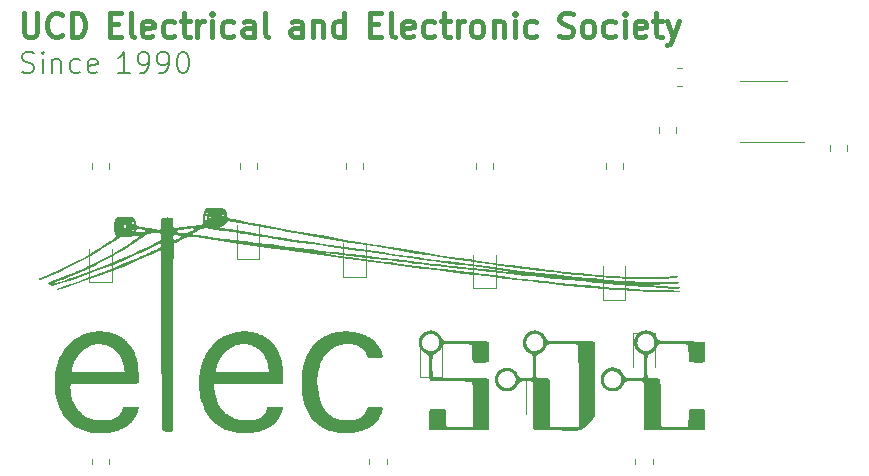
<source format=gbr>
%TF.GenerationSoftware,KiCad,Pcbnew,(7.0.0)*%
%TF.CreationDate,2023-08-22T20:57:46+01:00*%
%TF.ProjectId,elecsoc_card,656c6563-736f-4635-9f63-6172642e6b69,rev?*%
%TF.SameCoordinates,Original*%
%TF.FileFunction,Legend,Top*%
%TF.FilePolarity,Positive*%
%FSLAX46Y46*%
G04 Gerber Fmt 4.6, Leading zero omitted, Abs format (unit mm)*
G04 Created by KiCad (PCBNEW (7.0.0)) date 2023-08-22 20:57:46*
%MOMM*%
%LPD*%
G01*
G04 APERTURE LIST*
%ADD10C,0.000000*%
%ADD11C,0.400000*%
%ADD12C,0.200000*%
%ADD13C,0.120000*%
G04 APERTURE END LIST*
D10*
G36*
X138927177Y-85438686D02*
G01*
X139208323Y-85438686D01*
X139210287Y-85492264D01*
X139216494Y-85546228D01*
X139227090Y-85600406D01*
X139242224Y-85654627D01*
X139262044Y-85708717D01*
X139286697Y-85762504D01*
X139308972Y-85803796D01*
X139333427Y-85842975D01*
X139360011Y-85879993D01*
X139388673Y-85914805D01*
X139419360Y-85947363D01*
X139452022Y-85977622D01*
X139486605Y-86005535D01*
X139523060Y-86031056D01*
X139561333Y-86054137D01*
X139601374Y-86074733D01*
X139643130Y-86092796D01*
X139686550Y-86108281D01*
X139731582Y-86121141D01*
X139778175Y-86131329D01*
X139826277Y-86138799D01*
X139875836Y-86143504D01*
X139920595Y-86145905D01*
X139964238Y-86146507D01*
X140006746Y-86145330D01*
X140048098Y-86142394D01*
X140088275Y-86137720D01*
X140127256Y-86131326D01*
X140165021Y-86123234D01*
X140201550Y-86113463D01*
X140236824Y-86102032D01*
X140270822Y-86088964D01*
X140303524Y-86074276D01*
X140334910Y-86057990D01*
X140364961Y-86040125D01*
X140393655Y-86020701D01*
X140420974Y-85999738D01*
X140446897Y-85977257D01*
X140471404Y-85953278D01*
X140494475Y-85927819D01*
X140516090Y-85900903D01*
X140536229Y-85872547D01*
X140554872Y-85842773D01*
X140571998Y-85811601D01*
X140587589Y-85779050D01*
X140601624Y-85745141D01*
X140614082Y-85709893D01*
X140624945Y-85673327D01*
X140634191Y-85635462D01*
X140641801Y-85596320D01*
X140647754Y-85555918D01*
X140652032Y-85514279D01*
X140654613Y-85471421D01*
X140655478Y-85427365D01*
X140654932Y-85397778D01*
X140653303Y-85368559D01*
X140650603Y-85339725D01*
X140646844Y-85311293D01*
X140642039Y-85283280D01*
X140636200Y-85255701D01*
X140629338Y-85228575D01*
X140621467Y-85201918D01*
X140612599Y-85175747D01*
X140602746Y-85150078D01*
X140591919Y-85124929D01*
X140580133Y-85100316D01*
X140567398Y-85076255D01*
X140553727Y-85052765D01*
X140539132Y-85029861D01*
X140523626Y-85007560D01*
X140507221Y-84985879D01*
X140489928Y-84964836D01*
X140471761Y-84944446D01*
X140452732Y-84924726D01*
X140432853Y-84905694D01*
X140412136Y-84887366D01*
X140390593Y-84869759D01*
X140368238Y-84852889D01*
X140345081Y-84836774D01*
X140321135Y-84821430D01*
X140296414Y-84806874D01*
X140270928Y-84793124D01*
X140244690Y-84780194D01*
X140217712Y-84768104D01*
X140190007Y-84756868D01*
X140161587Y-84746504D01*
X140105181Y-84729484D01*
X140049171Y-84717336D01*
X139993705Y-84709885D01*
X139938931Y-84706961D01*
X139884996Y-84708391D01*
X139832049Y-84714002D01*
X139780238Y-84723622D01*
X139729710Y-84737078D01*
X139680614Y-84754198D01*
X139633097Y-84774810D01*
X139587307Y-84798740D01*
X139543393Y-84825817D01*
X139501501Y-84855868D01*
X139461781Y-84888720D01*
X139424379Y-84924201D01*
X139389445Y-84962139D01*
X139357125Y-85002361D01*
X139327568Y-85044695D01*
X139300922Y-85088968D01*
X139277335Y-85135007D01*
X139256953Y-85182641D01*
X139239927Y-85231696D01*
X139226402Y-85282001D01*
X139216528Y-85333383D01*
X139210453Y-85385669D01*
X139208323Y-85438686D01*
X138927177Y-85438686D01*
X138927554Y-85410428D01*
X138928694Y-85385119D01*
X138930392Y-85360337D01*
X138939437Y-85283539D01*
X138953302Y-85209304D01*
X138962026Y-85173173D01*
X138971933Y-85137715D01*
X138983017Y-85102938D01*
X138995271Y-85068854D01*
X139008687Y-85035473D01*
X139023260Y-85002805D01*
X139038980Y-84970860D01*
X139055843Y-84939650D01*
X139073839Y-84909183D01*
X139092963Y-84879471D01*
X139113206Y-84850523D01*
X139134563Y-84822351D01*
X139157025Y-84794964D01*
X139180587Y-84768373D01*
X139205240Y-84742589D01*
X139230977Y-84717620D01*
X139257792Y-84693479D01*
X139285677Y-84670174D01*
X139314626Y-84647717D01*
X139344631Y-84626118D01*
X139407780Y-84585535D01*
X139475068Y-84548507D01*
X139546439Y-84515117D01*
X139621835Y-84485448D01*
X139665876Y-84470624D01*
X139709989Y-84457889D01*
X139754123Y-84447224D01*
X139798225Y-84438609D01*
X139842245Y-84432024D01*
X139886131Y-84427452D01*
X139929830Y-84424871D01*
X139973292Y-84424263D01*
X140016465Y-84425609D01*
X140059296Y-84428888D01*
X140101734Y-84434083D01*
X140143728Y-84441172D01*
X140185226Y-84450137D01*
X140226176Y-84460959D01*
X140266527Y-84473618D01*
X140306227Y-84488094D01*
X140345223Y-84504369D01*
X140383466Y-84522423D01*
X140420902Y-84542236D01*
X140457480Y-84563790D01*
X140493148Y-84587064D01*
X140527856Y-84612040D01*
X140561551Y-84638698D01*
X140594181Y-84667019D01*
X140625694Y-84696983D01*
X140656040Y-84728570D01*
X140685167Y-84761763D01*
X140713022Y-84796540D01*
X140739554Y-84832884D01*
X140764712Y-84870774D01*
X140788443Y-84910190D01*
X140810696Y-84951115D01*
X140830050Y-84987168D01*
X140849771Y-85021257D01*
X140869895Y-85053403D01*
X140890458Y-85083627D01*
X140911496Y-85111949D01*
X140933046Y-85138390D01*
X140955144Y-85162971D01*
X140977826Y-85185712D01*
X141001128Y-85206634D01*
X141025086Y-85225758D01*
X141049736Y-85243104D01*
X141075116Y-85258693D01*
X141101260Y-85272546D01*
X141128205Y-85284683D01*
X141155988Y-85295125D01*
X141184643Y-85303893D01*
X141242838Y-85311486D01*
X141361143Y-85318335D01*
X141757907Y-85329469D01*
X142334587Y-85336635D01*
X143050836Y-85339171D01*
X143504335Y-85339688D01*
X143881518Y-85341321D01*
X144187760Y-85344194D01*
X144428434Y-85348431D01*
X144608916Y-85354157D01*
X144678264Y-85357617D01*
X144734580Y-85361495D01*
X144778534Y-85365807D01*
X144810800Y-85370569D01*
X144832048Y-85375797D01*
X144838750Y-85378589D01*
X144842950Y-85381504D01*
X144851170Y-85407462D01*
X144858604Y-85465144D01*
X144870951Y-85657718D01*
X144879660Y-85923300D01*
X144884400Y-86225966D01*
X144884841Y-86529788D01*
X144880652Y-86798843D01*
X144871503Y-86997205D01*
X144864964Y-87058649D01*
X144857062Y-87088948D01*
X144851977Y-87093075D01*
X144842186Y-87097492D01*
X144809491Y-87107028D01*
X144761004Y-87117226D01*
X144698751Y-87127754D01*
X144624757Y-87138282D01*
X144541048Y-87148479D01*
X144449649Y-87158015D01*
X144352588Y-87166558D01*
X144254603Y-87174896D01*
X144165347Y-87181332D01*
X144084286Y-87185783D01*
X144010890Y-87188167D01*
X143944624Y-87188401D01*
X143913999Y-87187687D01*
X143884957Y-87186403D01*
X143857433Y-87184541D01*
X143831358Y-87182090D01*
X143806667Y-87179039D01*
X143783293Y-87175379D01*
X143761169Y-87171098D01*
X143740230Y-87166187D01*
X143720408Y-87160636D01*
X143701637Y-87154433D01*
X143683851Y-87147568D01*
X143666982Y-87140032D01*
X143650965Y-87131814D01*
X143635733Y-87122903D01*
X143621219Y-87113289D01*
X143607357Y-87102963D01*
X143594080Y-87091913D01*
X143581322Y-87080129D01*
X143569016Y-87067600D01*
X143557096Y-87054318D01*
X143545495Y-87040271D01*
X143534146Y-87025448D01*
X143523512Y-87011060D01*
X143514067Y-86996833D01*
X143505759Y-86982512D01*
X143498536Y-86967846D01*
X143492346Y-86952579D01*
X143487139Y-86936461D01*
X143482862Y-86919236D01*
X143479463Y-86900652D01*
X143476891Y-86880456D01*
X143475095Y-86858395D01*
X143474021Y-86834215D01*
X143473620Y-86807663D01*
X143474625Y-86746430D01*
X143477698Y-86672670D01*
X143481722Y-86545064D01*
X143483431Y-86387362D01*
X143483156Y-86219737D01*
X143481229Y-86062365D01*
X143479188Y-85895037D01*
X143476204Y-85828465D01*
X143468879Y-85772150D01*
X143454940Y-85725241D01*
X143444779Y-85705047D01*
X143432112Y-85686884D01*
X143416655Y-85670647D01*
X143398123Y-85656227D01*
X143376232Y-85643520D01*
X143350697Y-85632417D01*
X143287562Y-85614602D01*
X143206444Y-85601928D01*
X143105068Y-85593544D01*
X142981162Y-85588596D01*
X142656661Y-85585599D01*
X142214752Y-85586116D01*
X141965459Y-85586763D01*
X141742417Y-85588651D01*
X141547073Y-85591696D01*
X141380875Y-85595817D01*
X141245269Y-85600929D01*
X141141703Y-85606951D01*
X141102387Y-85610277D01*
X141071624Y-85613800D01*
X141049593Y-85617509D01*
X141036478Y-85621393D01*
X141029463Y-85626212D01*
X141021705Y-85632658D01*
X141013285Y-85640624D01*
X141004286Y-85650001D01*
X140994791Y-85660679D01*
X140984883Y-85672552D01*
X140974644Y-85685510D01*
X140964157Y-85699445D01*
X140942770Y-85729810D01*
X140921382Y-85762780D01*
X140900656Y-85797486D01*
X140890748Y-85815219D01*
X140881253Y-85833060D01*
X140857141Y-85879539D01*
X140832388Y-85923769D01*
X140806932Y-85965819D01*
X140780712Y-86005756D01*
X140753665Y-86043645D01*
X140725729Y-86079556D01*
X140696842Y-86113555D01*
X140666942Y-86145709D01*
X140635967Y-86176085D01*
X140603855Y-86204751D01*
X140570545Y-86231773D01*
X140535973Y-86257219D01*
X140500079Y-86281157D01*
X140462799Y-86303652D01*
X140424073Y-86324773D01*
X140383838Y-86344587D01*
X140284736Y-86393742D01*
X140244582Y-86417963D01*
X140210149Y-86444137D01*
X140181028Y-86473907D01*
X140156812Y-86508918D01*
X140137091Y-86550812D01*
X140121458Y-86601233D01*
X140109504Y-86661824D01*
X140100822Y-86734227D01*
X140095002Y-86820088D01*
X140091637Y-86921048D01*
X140090638Y-87174841D01*
X140094559Y-87508753D01*
X140097563Y-87732630D01*
X140101394Y-87919299D01*
X140103671Y-87999560D01*
X140106217Y-88071573D01*
X140109052Y-88135689D01*
X140112198Y-88192261D01*
X140115674Y-88241640D01*
X140119501Y-88284176D01*
X140123701Y-88320222D01*
X140128294Y-88350129D01*
X140133299Y-88374248D01*
X140138739Y-88392931D01*
X140141628Y-88400343D01*
X140144634Y-88406529D01*
X140147758Y-88411530D01*
X140151004Y-88415393D01*
X140186860Y-88427499D01*
X140275136Y-88437497D01*
X140651947Y-88451994D01*
X141367425Y-88460537D01*
X142507559Y-88464781D01*
X143443136Y-88469853D01*
X144181930Y-88478893D01*
X144460686Y-88484488D01*
X144670031Y-88490579D01*
X144803225Y-88497000D01*
X144839160Y-88500283D01*
X144853531Y-88503587D01*
X144859801Y-88550426D01*
X144865327Y-88673913D01*
X144873816Y-89128004D01*
X144878336Y-89820220D01*
X144878226Y-90704920D01*
X144867642Y-92870976D01*
X142384088Y-92881559D01*
X141295437Y-92882110D01*
X140511719Y-92878031D01*
X140234417Y-92874049D01*
X140033595Y-92868661D01*
X139909338Y-92861784D01*
X139875947Y-92857762D01*
X139861728Y-92853337D01*
X139851066Y-92826034D01*
X139841587Y-92769359D01*
X139826284Y-92584343D01*
X139816024Y-92331198D01*
X139811015Y-92042830D01*
X139811462Y-91752146D01*
X139817573Y-91492056D01*
X139829555Y-91295465D01*
X139837812Y-91231266D01*
X139847613Y-91195281D01*
X139897006Y-91107087D01*
X141159949Y-91107087D01*
X141205810Y-91195281D01*
X141211558Y-91208396D01*
X141216897Y-91225289D01*
X141226371Y-91270633D01*
X141234273Y-91331770D01*
X141240646Y-91409153D01*
X141245531Y-91503239D01*
X141248969Y-91614481D01*
X141251001Y-91743334D01*
X141251669Y-91890254D01*
X141251764Y-91990220D01*
X141252096Y-92078962D01*
X141252739Y-92157245D01*
X141253764Y-92225833D01*
X141255244Y-92285492D01*
X141257250Y-92336986D01*
X141258474Y-92359910D01*
X141259857Y-92381080D01*
X141261407Y-92400591D01*
X141263135Y-92418538D01*
X141265048Y-92435018D01*
X141267157Y-92450126D01*
X141269470Y-92463958D01*
X141271996Y-92476609D01*
X141274744Y-92488175D01*
X141277723Y-92498751D01*
X141280943Y-92508433D01*
X141284412Y-92517316D01*
X141288139Y-92525497D01*
X141292134Y-92533071D01*
X141296406Y-92540133D01*
X141300962Y-92546779D01*
X141305814Y-92553104D01*
X141310969Y-92559205D01*
X141316436Y-92565177D01*
X141322226Y-92571115D01*
X141348271Y-92593391D01*
X141363929Y-92602516D01*
X141383080Y-92610417D01*
X141407027Y-92617180D01*
X141437072Y-92622895D01*
X141520663Y-92631528D01*
X141644273Y-92637019D01*
X141818320Y-92640071D01*
X142359393Y-92641670D01*
X142659509Y-92641394D01*
X142783483Y-92640926D01*
X142891701Y-92640127D01*
X142985388Y-92638914D01*
X143065768Y-92637205D01*
X143134066Y-92634918D01*
X143164067Y-92633531D01*
X143191507Y-92631969D01*
X143216539Y-92630220D01*
X143239315Y-92628276D01*
X143259990Y-92626124D01*
X143278716Y-92623756D01*
X143295646Y-92621160D01*
X143310933Y-92618326D01*
X143324731Y-92615244D01*
X143337193Y-92611904D01*
X143348471Y-92608295D01*
X143358718Y-92604408D01*
X143368089Y-92600230D01*
X143376735Y-92595753D01*
X143384810Y-92590966D01*
X143392468Y-92585859D01*
X143399860Y-92580420D01*
X143407141Y-92574641D01*
X143491809Y-92507615D01*
X143502392Y-90853086D01*
X143505306Y-90301982D01*
X143505864Y-89860017D01*
X143505143Y-89676036D01*
X143503693Y-89514626D01*
X143501469Y-89374218D01*
X143498423Y-89253240D01*
X143494508Y-89150121D01*
X143489679Y-89063291D01*
X143483889Y-88991178D01*
X143477091Y-88932212D01*
X143469239Y-88884821D01*
X143460286Y-88847435D01*
X143455382Y-88832003D01*
X143450186Y-88818482D01*
X143444691Y-88806678D01*
X143438891Y-88796392D01*
X143430754Y-88788197D01*
X143415955Y-88780773D01*
X143360565Y-88768005D01*
X143261105Y-88757636D01*
X143105958Y-88749209D01*
X142582138Y-88736366D01*
X141696170Y-88725837D01*
X139985199Y-88708198D01*
X139904059Y-88627059D01*
X139877262Y-88599023D01*
X139866394Y-88583659D01*
X139857039Y-88565489D01*
X139849070Y-88543081D01*
X139842356Y-88515004D01*
X139836769Y-88479827D01*
X139832179Y-88436118D01*
X139825475Y-88317379D01*
X139821210Y-88147336D01*
X139815863Y-87607531D01*
X139813893Y-87394404D01*
X139810683Y-87202939D01*
X139806315Y-87034295D01*
X139800872Y-86889629D01*
X139794437Y-86770098D01*
X139787092Y-86676860D01*
X139783104Y-86640463D01*
X139778920Y-86611073D01*
X139774550Y-86588835D01*
X139770004Y-86573893D01*
X139764555Y-86562407D01*
X139757498Y-86550466D01*
X139748881Y-86538112D01*
X139738750Y-86525386D01*
X139727152Y-86512329D01*
X139714132Y-86498982D01*
X139699737Y-86485388D01*
X139684015Y-86471587D01*
X139667011Y-86457621D01*
X139648771Y-86443530D01*
X139629344Y-86429357D01*
X139608774Y-86415143D01*
X139587108Y-86400928D01*
X139564394Y-86386755D01*
X139540677Y-86372665D01*
X139516003Y-86358699D01*
X139465638Y-86329132D01*
X139416523Y-86297451D01*
X139368835Y-86263859D01*
X139322748Y-86228556D01*
X139278439Y-86191745D01*
X139236084Y-86153625D01*
X139195857Y-86114400D01*
X139157935Y-86074271D01*
X139122494Y-86033439D01*
X139089709Y-85992106D01*
X139059755Y-85950473D01*
X139032809Y-85908741D01*
X139009046Y-85867113D01*
X138988643Y-85825790D01*
X138971774Y-85784974D01*
X138958615Y-85744865D01*
X138949878Y-85706349D01*
X138942299Y-85662954D01*
X138936042Y-85615756D01*
X138931274Y-85565830D01*
X138928160Y-85514250D01*
X138926865Y-85462091D01*
X138927177Y-85438686D01*
G37*
G36*
X147763783Y-85426030D02*
G01*
X148040412Y-85426030D01*
X148041116Y-85462680D01*
X148043635Y-85499574D01*
X148047983Y-85536665D01*
X148054174Y-85573904D01*
X148062224Y-85611244D01*
X148072145Y-85648637D01*
X148083953Y-85686035D01*
X148097661Y-85723390D01*
X148113283Y-85760655D01*
X148130835Y-85797782D01*
X148162655Y-85854071D01*
X148198371Y-85905251D01*
X148237660Y-85951404D01*
X148280201Y-85992609D01*
X148325672Y-86028945D01*
X148373751Y-86060494D01*
X148424117Y-86087335D01*
X148476448Y-86109549D01*
X148530422Y-86127215D01*
X148585718Y-86140414D01*
X148642014Y-86149225D01*
X148698988Y-86153729D01*
X148756318Y-86154006D01*
X148813684Y-86150136D01*
X148870762Y-86142199D01*
X148927233Y-86130275D01*
X148982773Y-86114444D01*
X149037061Y-86094787D01*
X149089775Y-86071383D01*
X149140595Y-86044313D01*
X149189197Y-86013656D01*
X149235261Y-85979493D01*
X149278464Y-85941904D01*
X149318486Y-85900969D01*
X149355004Y-85856768D01*
X149387696Y-85809381D01*
X149416241Y-85758889D01*
X149440318Y-85705371D01*
X149459604Y-85648907D01*
X149473779Y-85589578D01*
X149482519Y-85527463D01*
X149485504Y-85462643D01*
X149483993Y-85417493D01*
X149479537Y-85372147D01*
X149472249Y-85326822D01*
X149462243Y-85281734D01*
X149449632Y-85237101D01*
X149434531Y-85193140D01*
X149417052Y-85150068D01*
X149397310Y-85108101D01*
X149375418Y-85067458D01*
X149351490Y-85028354D01*
X149325639Y-84991008D01*
X149297980Y-84955635D01*
X149268626Y-84922453D01*
X149237691Y-84891680D01*
X149205287Y-84863532D01*
X149188571Y-84850510D01*
X149171530Y-84838226D01*
X149132637Y-84813135D01*
X149091563Y-84790794D01*
X149048608Y-84771222D01*
X149004072Y-84754441D01*
X148958254Y-84740471D01*
X148911454Y-84729333D01*
X148863972Y-84721048D01*
X148816107Y-84715635D01*
X148768160Y-84713117D01*
X148720430Y-84713513D01*
X148673217Y-84716845D01*
X148626821Y-84723132D01*
X148581540Y-84732396D01*
X148537676Y-84744657D01*
X148495528Y-84759936D01*
X148455395Y-84778253D01*
X148419762Y-84797438D01*
X148385630Y-84817919D01*
X148353016Y-84839647D01*
X148321932Y-84862576D01*
X148292394Y-84886657D01*
X148264415Y-84911843D01*
X148238009Y-84938085D01*
X148213191Y-84965336D01*
X148189975Y-84993549D01*
X148168375Y-85022675D01*
X148148406Y-85052666D01*
X148130081Y-85083476D01*
X148113415Y-85115055D01*
X148098422Y-85147356D01*
X148085116Y-85180332D01*
X148073512Y-85213935D01*
X148063623Y-85248116D01*
X148055465Y-85282828D01*
X148049050Y-85318023D01*
X148044393Y-85353654D01*
X148041510Y-85389672D01*
X148040412Y-85426030D01*
X147763783Y-85426030D01*
X147763506Y-85399774D01*
X147763567Y-85361694D01*
X147764218Y-85326809D01*
X147765545Y-85294687D01*
X147767637Y-85264902D01*
X147770582Y-85237023D01*
X147774467Y-85210623D01*
X147779381Y-85185271D01*
X147785411Y-85160539D01*
X147792645Y-85135999D01*
X147801170Y-85111221D01*
X147811076Y-85085777D01*
X147822449Y-85059237D01*
X147835378Y-85031172D01*
X147849950Y-85001154D01*
X147866254Y-84968754D01*
X147889992Y-84924221D01*
X147914939Y-84881869D01*
X147941148Y-84841645D01*
X147968669Y-84803499D01*
X147997554Y-84767379D01*
X148027855Y-84733233D01*
X148059624Y-84701010D01*
X148092913Y-84670657D01*
X148127772Y-84642123D01*
X148164254Y-84615356D01*
X148202410Y-84590305D01*
X148242293Y-84566918D01*
X148283953Y-84545143D01*
X148327443Y-84524929D01*
X148372814Y-84506224D01*
X148420117Y-84488976D01*
X148463260Y-84474672D01*
X148505479Y-84462187D01*
X148546922Y-84451521D01*
X148587740Y-84442674D01*
X148628082Y-84435646D01*
X148668099Y-84430437D01*
X148707941Y-84427047D01*
X148747756Y-84425476D01*
X148787696Y-84425724D01*
X148827909Y-84427791D01*
X148868547Y-84431677D01*
X148909758Y-84437382D01*
X148951693Y-84444906D01*
X148994501Y-84454249D01*
X149038333Y-84465411D01*
X149083337Y-84478392D01*
X149106035Y-84485680D01*
X149129110Y-84494278D01*
X149176169Y-84515186D01*
X149224066Y-84540683D01*
X149272350Y-84570335D01*
X149320572Y-84603708D01*
X149368282Y-84640367D01*
X149415031Y-84679879D01*
X149460369Y-84721809D01*
X149503847Y-84765724D01*
X149545015Y-84811189D01*
X149583423Y-84857770D01*
X149618623Y-84905034D01*
X149650163Y-84952545D01*
X149677595Y-84999871D01*
X149700469Y-85046576D01*
X149710056Y-85069560D01*
X149718335Y-85092227D01*
X149726169Y-85115608D01*
X149733873Y-85136896D01*
X149741567Y-85156230D01*
X149749370Y-85173751D01*
X149757400Y-85189598D01*
X149761537Y-85196937D01*
X149765776Y-85203910D01*
X149770131Y-85210534D01*
X149774617Y-85216826D01*
X149779249Y-85222805D01*
X149784041Y-85228487D01*
X149789010Y-85233890D01*
X149794169Y-85239032D01*
X149799533Y-85243929D01*
X149805118Y-85248600D01*
X149810938Y-85253061D01*
X149817008Y-85257330D01*
X149823342Y-85261425D01*
X149829957Y-85265363D01*
X149844084Y-85272838D01*
X149859508Y-85279895D01*
X149876348Y-85286672D01*
X149894723Y-85293310D01*
X149950459Y-85304244D01*
X150054191Y-85313319D01*
X150421687Y-85326382D01*
X151029292Y-85333493D01*
X151909085Y-85335643D01*
X152483982Y-85337214D01*
X152931094Y-85339612D01*
X153111859Y-85341276D01*
X153266833Y-85343333D01*
X153398066Y-85345844D01*
X153507611Y-85348872D01*
X153597518Y-85352480D01*
X153669840Y-85356727D01*
X153700047Y-85359111D01*
X153726628Y-85361678D01*
X153749838Y-85364436D01*
X153769933Y-85367393D01*
X153787171Y-85370557D01*
X153801808Y-85373936D01*
X153814100Y-85377536D01*
X153824303Y-85381367D01*
X153832675Y-85385435D01*
X153839471Y-85389749D01*
X153844948Y-85394316D01*
X153849362Y-85399143D01*
X153873217Y-85687505D01*
X153889382Y-86394363D01*
X153899635Y-88511084D01*
X153882106Y-90644342D01*
X153863544Y-91371870D01*
X153838782Y-91689170D01*
X153830975Y-91704786D01*
X153818331Y-91724965D01*
X153801140Y-91749391D01*
X153779691Y-91777750D01*
X153725176Y-91845005D01*
X153657100Y-91924208D01*
X153577780Y-92012836D01*
X153489530Y-92108369D01*
X153394666Y-92208283D01*
X153295502Y-92310058D01*
X153158359Y-92448455D01*
X153098428Y-92507891D01*
X153043707Y-92561302D01*
X152993780Y-92609049D01*
X152948236Y-92651495D01*
X152906661Y-92689000D01*
X152868641Y-92721926D01*
X152833763Y-92750636D01*
X152801614Y-92775491D01*
X152771779Y-92796852D01*
X152743847Y-92815082D01*
X152717402Y-92830542D01*
X152692033Y-92843594D01*
X152667325Y-92854599D01*
X152642865Y-92863920D01*
X152580977Y-92879175D01*
X152491722Y-92890709D01*
X152360960Y-92898771D01*
X152174553Y-92903608D01*
X151578248Y-92904600D01*
X150589700Y-92895671D01*
X150100626Y-92890344D01*
X149693367Y-92884812D01*
X149362424Y-92878866D01*
X149102299Y-92872299D01*
X148907492Y-92864906D01*
X148832866Y-92860835D01*
X148772507Y-92856479D01*
X148725728Y-92851814D01*
X148691843Y-92846812D01*
X148670164Y-92841449D01*
X148663687Y-92838623D01*
X148660004Y-92835697D01*
X148652245Y-92792393D01*
X148644900Y-92685051D01*
X148631781Y-92286688D01*
X148621309Y-91657476D01*
X148614145Y-90814282D01*
X148611677Y-90174093D01*
X148610407Y-89913414D01*
X148608962Y-89688645D01*
X148607227Y-89497010D01*
X148606215Y-89412752D01*
X148605089Y-89335736D01*
X148603833Y-89265617D01*
X148602434Y-89202047D01*
X148600877Y-89144679D01*
X148599149Y-89093167D01*
X148597234Y-89047164D01*
X148595120Y-89006322D01*
X148592790Y-88970296D01*
X148590233Y-88938737D01*
X148587432Y-88911300D01*
X148584374Y-88887637D01*
X148582744Y-88877113D01*
X148581045Y-88867402D01*
X148579274Y-88858461D01*
X148577430Y-88850247D01*
X148575511Y-88842716D01*
X148573516Y-88835826D01*
X148571442Y-88829532D01*
X148569288Y-88823791D01*
X148567051Y-88818561D01*
X148564731Y-88813797D01*
X148562326Y-88809456D01*
X148559832Y-88805495D01*
X148557250Y-88801871D01*
X148554577Y-88798540D01*
X148551811Y-88795459D01*
X148548951Y-88792584D01*
X148542940Y-88787281D01*
X148536529Y-88782283D01*
X148525791Y-88774711D01*
X148513296Y-88767847D01*
X148498858Y-88761656D01*
X148482291Y-88756099D01*
X148463408Y-88751143D01*
X148442025Y-88746749D01*
X148417954Y-88742883D01*
X148391010Y-88739508D01*
X148327759Y-88734085D01*
X148250782Y-88730192D01*
X148158592Y-88727539D01*
X148049701Y-88725837D01*
X147963643Y-88726249D01*
X147886278Y-88727642D01*
X147816953Y-88730255D01*
X147755018Y-88734326D01*
X147726619Y-88736982D01*
X147699822Y-88740091D01*
X147674548Y-88743684D01*
X147650714Y-88747789D01*
X147628239Y-88752437D01*
X147607042Y-88757657D01*
X147587041Y-88763480D01*
X147568155Y-88769934D01*
X147550303Y-88777050D01*
X147533403Y-88784856D01*
X147517373Y-88793384D01*
X147502133Y-88802662D01*
X147487601Y-88812721D01*
X147473696Y-88823589D01*
X147460336Y-88835298D01*
X147447439Y-88847876D01*
X147434925Y-88861353D01*
X147422713Y-88875758D01*
X147410719Y-88891123D01*
X147398864Y-88907476D01*
X147387066Y-88924847D01*
X147375244Y-88943265D01*
X147351199Y-88983364D01*
X147319550Y-89034113D01*
X147286852Y-89083093D01*
X147253213Y-89130193D01*
X147218742Y-89175298D01*
X147183548Y-89218295D01*
X147147738Y-89259069D01*
X147111423Y-89297508D01*
X147074709Y-89333497D01*
X147037706Y-89366923D01*
X147000522Y-89397672D01*
X146963266Y-89425631D01*
X146926046Y-89450685D01*
X146888971Y-89472722D01*
X146852149Y-89491627D01*
X146815689Y-89507286D01*
X146779700Y-89519587D01*
X146703590Y-89539689D01*
X146627557Y-89555051D01*
X146551845Y-89565732D01*
X146476696Y-89571788D01*
X146402353Y-89573275D01*
X146329059Y-89570251D01*
X146257058Y-89562773D01*
X146186590Y-89550897D01*
X146117901Y-89534680D01*
X146051232Y-89514179D01*
X145986827Y-89489451D01*
X145924928Y-89460552D01*
X145865778Y-89427540D01*
X145809621Y-89390472D01*
X145756698Y-89349404D01*
X145707254Y-89304393D01*
X145668166Y-89263308D01*
X145631600Y-89221448D01*
X145597558Y-89178863D01*
X145566039Y-89135604D01*
X145537045Y-89091722D01*
X145510576Y-89047269D01*
X145486632Y-89002295D01*
X145465215Y-88956852D01*
X145446325Y-88910990D01*
X145429962Y-88864760D01*
X145416128Y-88818214D01*
X145404822Y-88771402D01*
X145396047Y-88724376D01*
X145389801Y-88677187D01*
X145386086Y-88629885D01*
X145384903Y-88582521D01*
X145385131Y-88574499D01*
X145642279Y-88574499D01*
X145642652Y-88598253D01*
X145644310Y-88621669D01*
X145647281Y-88644699D01*
X145656015Y-88691373D01*
X145667590Y-88736769D01*
X145681887Y-88780826D01*
X145698792Y-88823485D01*
X145718188Y-88864687D01*
X145739958Y-88904373D01*
X145763986Y-88942482D01*
X145790156Y-88978956D01*
X145818352Y-89013734D01*
X145848458Y-89046759D01*
X145880356Y-89077969D01*
X145913932Y-89107306D01*
X145949068Y-89134711D01*
X145985648Y-89160123D01*
X146023557Y-89183484D01*
X146062677Y-89204733D01*
X146102893Y-89223813D01*
X146144088Y-89240662D01*
X146186146Y-89255222D01*
X146228951Y-89267434D01*
X146272386Y-89277237D01*
X146316336Y-89284573D01*
X146360683Y-89289382D01*
X146405312Y-89291605D01*
X146450106Y-89291181D01*
X146494950Y-89288053D01*
X146539726Y-89282159D01*
X146584319Y-89273442D01*
X146628612Y-89261841D01*
X146672489Y-89247297D01*
X146715833Y-89229751D01*
X146758530Y-89209143D01*
X146800955Y-89184916D01*
X146840912Y-89158620D01*
X146878392Y-89130373D01*
X146913388Y-89100298D01*
X146945890Y-89068516D01*
X146975890Y-89035146D01*
X147003380Y-89000309D01*
X147028351Y-88964128D01*
X147050795Y-88926721D01*
X147070704Y-88888211D01*
X147088069Y-88848717D01*
X147102882Y-88808361D01*
X147115135Y-88767263D01*
X147124818Y-88725545D01*
X147131924Y-88683327D01*
X147136444Y-88640729D01*
X147138370Y-88597873D01*
X147137694Y-88554880D01*
X147134407Y-88511870D01*
X147128500Y-88468963D01*
X147119966Y-88426282D01*
X147108795Y-88383946D01*
X147094980Y-88342077D01*
X147078512Y-88300794D01*
X147059383Y-88260220D01*
X147037584Y-88220475D01*
X147013107Y-88181679D01*
X146985943Y-88143953D01*
X146956085Y-88107419D01*
X146923523Y-88072196D01*
X146888250Y-88038406D01*
X146850256Y-88006170D01*
X146829116Y-87989243D01*
X146809128Y-87974103D01*
X146789957Y-87960638D01*
X146771266Y-87948734D01*
X146752720Y-87938276D01*
X146733983Y-87929152D01*
X146714719Y-87921247D01*
X146694591Y-87914448D01*
X146673265Y-87908641D01*
X146650405Y-87903713D01*
X146625673Y-87899550D01*
X146598735Y-87896038D01*
X146569255Y-87893063D01*
X146536897Y-87890512D01*
X146462201Y-87886227D01*
X146391086Y-87884477D01*
X146359361Y-87884351D01*
X146329853Y-87884793D01*
X146302308Y-87885856D01*
X146276474Y-87887591D01*
X146252097Y-87890049D01*
X146228925Y-87893282D01*
X146206703Y-87897342D01*
X146185179Y-87902280D01*
X146164100Y-87908148D01*
X146143211Y-87914999D01*
X146122261Y-87922883D01*
X146100996Y-87931852D01*
X146079162Y-87941958D01*
X146056506Y-87953253D01*
X146009044Y-87979854D01*
X145963391Y-88010455D01*
X145919784Y-88044674D01*
X145878461Y-88082127D01*
X145839661Y-88122433D01*
X145803620Y-88165209D01*
X145770576Y-88210073D01*
X145740767Y-88256642D01*
X145714431Y-88304534D01*
X145691805Y-88353367D01*
X145673127Y-88402758D01*
X145658636Y-88452324D01*
X145648567Y-88501684D01*
X145645266Y-88526167D01*
X145643160Y-88550454D01*
X145642279Y-88574499D01*
X145385131Y-88574499D01*
X145386252Y-88535148D01*
X145390133Y-88487815D01*
X145396548Y-88440574D01*
X145405498Y-88393475D01*
X145416982Y-88346570D01*
X145431001Y-88299911D01*
X145447556Y-88253547D01*
X145466648Y-88207530D01*
X145488277Y-88161910D01*
X145512445Y-88116740D01*
X145539151Y-88072070D01*
X145568396Y-88027951D01*
X145600181Y-87984433D01*
X145634506Y-87941569D01*
X145671373Y-87899409D01*
X145710782Y-87858004D01*
X145770394Y-87803194D01*
X145832642Y-87753886D01*
X145897267Y-87710129D01*
X145964011Y-87671969D01*
X146032615Y-87639451D01*
X146102820Y-87612624D01*
X146174370Y-87591532D01*
X146247004Y-87576223D01*
X146320466Y-87566742D01*
X146394495Y-87563138D01*
X146468835Y-87565456D01*
X146543227Y-87573742D01*
X146617411Y-87588044D01*
X146691131Y-87608407D01*
X146764127Y-87634878D01*
X146836142Y-87667504D01*
X146871404Y-87686602D01*
X146908062Y-87709162D01*
X146945608Y-87734678D01*
X146983537Y-87762643D01*
X147021342Y-87792552D01*
X147058516Y-87823897D01*
X147094554Y-87856172D01*
X147128948Y-87888871D01*
X147161192Y-87921488D01*
X147190780Y-87953515D01*
X147217206Y-87984447D01*
X147239963Y-88013777D01*
X147258544Y-88040998D01*
X147266111Y-88053660D01*
X147272443Y-88065605D01*
X147277479Y-88076769D01*
X147281154Y-88087090D01*
X147283406Y-88096504D01*
X147284170Y-88104948D01*
X147284771Y-88113559D01*
X147286539Y-88122820D01*
X147289420Y-88132680D01*
X147293362Y-88143085D01*
X147304216Y-88165324D01*
X147318677Y-88189118D01*
X147336321Y-88214050D01*
X147356724Y-88239699D01*
X147379463Y-88265649D01*
X147404115Y-88291479D01*
X147430254Y-88316772D01*
X147457459Y-88341109D01*
X147485303Y-88364072D01*
X147513365Y-88385241D01*
X147541221Y-88404199D01*
X147568445Y-88420526D01*
X147594616Y-88433804D01*
X147607173Y-88439169D01*
X147619308Y-88443615D01*
X147656356Y-88453058D01*
X147704189Y-88460289D01*
X147761107Y-88465412D01*
X147825409Y-88468530D01*
X147895395Y-88469746D01*
X147969366Y-88469164D01*
X148045620Y-88466887D01*
X148122459Y-88463018D01*
X148198181Y-88457661D01*
X148271087Y-88450919D01*
X148339476Y-88442895D01*
X148401649Y-88433693D01*
X148455904Y-88423416D01*
X148500543Y-88412168D01*
X148533864Y-88400051D01*
X148545750Y-88393700D01*
X148554169Y-88387170D01*
X148562321Y-88377797D01*
X148569611Y-88365101D01*
X148576083Y-88348405D01*
X148581786Y-88327033D01*
X148591067Y-88267550D01*
X148597827Y-88181236D01*
X148602436Y-88062676D01*
X148605267Y-87906455D01*
X148607057Y-87466419D01*
X148871670Y-87466419D01*
X148872201Y-87691860D01*
X148873930Y-87876249D01*
X148875309Y-87954379D01*
X148877066Y-88023843D01*
X148879225Y-88085174D01*
X148881813Y-88138903D01*
X148884856Y-88185562D01*
X148888379Y-88225685D01*
X148892409Y-88259802D01*
X148896972Y-88288447D01*
X148902092Y-88312152D01*
X148907796Y-88331449D01*
X148910875Y-88339610D01*
X148914110Y-88346870D01*
X148917504Y-88353293D01*
X148921060Y-88358947D01*
X148929867Y-88370869D01*
X148939423Y-88381561D01*
X148950229Y-88391116D01*
X148962787Y-88399628D01*
X148977598Y-88407188D01*
X148995164Y-88413890D01*
X149015985Y-88419828D01*
X149040563Y-88425094D01*
X149069399Y-88429781D01*
X149102995Y-88433982D01*
X149186469Y-88441299D01*
X149294996Y-88447790D01*
X149432587Y-88454197D01*
X149525170Y-88459786D01*
X149613661Y-88465829D01*
X149695950Y-88472120D01*
X149769930Y-88478452D01*
X149833492Y-88484618D01*
X149884528Y-88490413D01*
X149920930Y-88495629D01*
X149932984Y-88497955D01*
X149940588Y-88500059D01*
X149945954Y-88502571D01*
X149951439Y-88506095D01*
X149956997Y-88510570D01*
X149962580Y-88515934D01*
X149968143Y-88522125D01*
X149973639Y-88529081D01*
X149979021Y-88536739D01*
X149984243Y-88545039D01*
X149989258Y-88553917D01*
X149994020Y-88563312D01*
X149998482Y-88573161D01*
X150002598Y-88583403D01*
X150006321Y-88593976D01*
X150009605Y-88604818D01*
X150012404Y-88615866D01*
X150014670Y-88627059D01*
X150022443Y-88818551D01*
X150029223Y-89259413D01*
X150035837Y-90627310D01*
X150038372Y-91402814D01*
X150045538Y-92010639D01*
X150050651Y-92239786D01*
X150056673Y-92412750D01*
X150063522Y-92524778D01*
X150067231Y-92556455D01*
X150071115Y-92571115D01*
X150081749Y-92578534D01*
X150103887Y-92585575D01*
X150179670Y-92598496D01*
X150436185Y-92619511D01*
X150792497Y-92633746D01*
X151200444Y-92640788D01*
X151611864Y-92640223D01*
X151978594Y-92631638D01*
X152252472Y-92614619D01*
X152339541Y-92602818D01*
X152385336Y-92588754D01*
X152470001Y-92535836D01*
X152470001Y-89120948D01*
X152467466Y-87704545D01*
X152460300Y-86618872D01*
X152449166Y-85918167D01*
X152442318Y-85729128D01*
X152438610Y-85677903D01*
X152434726Y-85656671D01*
X152427399Y-85648517D01*
X152415303Y-85641216D01*
X152397388Y-85634711D01*
X152372605Y-85628945D01*
X152298239Y-85619402D01*
X152183814Y-85612133D01*
X152020936Y-85606682D01*
X151801215Y-85602596D01*
X151157672Y-85596698D01*
X150867001Y-85596037D01*
X150611636Y-85596699D01*
X150391825Y-85598683D01*
X150207816Y-85601990D01*
X150059856Y-85606620D01*
X149948194Y-85612574D01*
X149906051Y-85616046D01*
X149873077Y-85619850D01*
X149849300Y-85623984D01*
X149834753Y-85628449D01*
X149827202Y-85632605D01*
X149819155Y-85638384D01*
X149810694Y-85645673D01*
X149801902Y-85654356D01*
X149792862Y-85664321D01*
X149783657Y-85675454D01*
X149774369Y-85687641D01*
X149765081Y-85700768D01*
X149755875Y-85714722D01*
X149746835Y-85729390D01*
X149738043Y-85744657D01*
X149729582Y-85760409D01*
X149721533Y-85776534D01*
X149713981Y-85792917D01*
X149707008Y-85809445D01*
X149700696Y-85826004D01*
X149682930Y-85867995D01*
X149662745Y-85909258D01*
X149640204Y-85949725D01*
X149615369Y-85989329D01*
X149588301Y-86028003D01*
X149559062Y-86065679D01*
X149527716Y-86102291D01*
X149494322Y-86137771D01*
X149458945Y-86172053D01*
X149421645Y-86205068D01*
X149382485Y-86236750D01*
X149341526Y-86267031D01*
X149298832Y-86295845D01*
X149254463Y-86323124D01*
X149208481Y-86348801D01*
X149160950Y-86372809D01*
X149133872Y-86385994D01*
X149108211Y-86399082D01*
X149083976Y-86412055D01*
X149061178Y-86424899D01*
X149039827Y-86437599D01*
X149019933Y-86450138D01*
X149001507Y-86462502D01*
X148984558Y-86474674D01*
X148969098Y-86486640D01*
X148955137Y-86498383D01*
X148942685Y-86509889D01*
X148931752Y-86521142D01*
X148926859Y-86526668D01*
X148922349Y-86532126D01*
X148918224Y-86537512D01*
X148914486Y-86542825D01*
X148911135Y-86548064D01*
X148908173Y-86553225D01*
X148905601Y-86558308D01*
X148903421Y-86563310D01*
X148896992Y-86597919D01*
X148891018Y-86662252D01*
X148885623Y-86752631D01*
X148880931Y-86865375D01*
X148874151Y-87143242D01*
X148871670Y-87466419D01*
X148607057Y-87466419D01*
X148607086Y-87459364D01*
X148607196Y-87131887D01*
X148606528Y-87000477D01*
X148604661Y-86888085D01*
X148601057Y-86792807D01*
X148598436Y-86750992D01*
X148595180Y-86712743D01*
X148591221Y-86677822D01*
X148586491Y-86645991D01*
X148580925Y-86617013D01*
X148574454Y-86590649D01*
X148567012Y-86566663D01*
X148558531Y-86544816D01*
X148548944Y-86524870D01*
X148538184Y-86506589D01*
X148526184Y-86489734D01*
X148512876Y-86474067D01*
X148498194Y-86459351D01*
X148482070Y-86445349D01*
X148464437Y-86431822D01*
X148445228Y-86418532D01*
X148424375Y-86405243D01*
X148401812Y-86391715D01*
X148293112Y-86330475D01*
X148227367Y-86291385D01*
X148166341Y-86250749D01*
X148109954Y-86208429D01*
X148058131Y-86164284D01*
X148010793Y-86118176D01*
X147967863Y-86069964D01*
X147929264Y-86019510D01*
X147894917Y-85966674D01*
X147864746Y-85911315D01*
X147838673Y-85853296D01*
X147816620Y-85792475D01*
X147798509Y-85728714D01*
X147784264Y-85661873D01*
X147773807Y-85591813D01*
X147767060Y-85518394D01*
X147763946Y-85441476D01*
X147763783Y-85426030D01*
G37*
G36*
X157183117Y-85440791D02*
G01*
X157448977Y-85440791D01*
X157449677Y-85475406D01*
X157452004Y-85509981D01*
X157455959Y-85544457D01*
X157461544Y-85578773D01*
X157468762Y-85612868D01*
X157477614Y-85646682D01*
X157488102Y-85680153D01*
X157500228Y-85713221D01*
X157513995Y-85745825D01*
X157529403Y-85777905D01*
X157546455Y-85809399D01*
X157565154Y-85840247D01*
X157585500Y-85870389D01*
X157607496Y-85899764D01*
X157631143Y-85928310D01*
X157657118Y-85956385D01*
X157683501Y-85982425D01*
X157710370Y-86006460D01*
X157737803Y-86028520D01*
X157765876Y-86048638D01*
X157794667Y-86066843D01*
X157824254Y-86083168D01*
X157854715Y-86097643D01*
X157886126Y-86110298D01*
X157918566Y-86121166D01*
X157952112Y-86130276D01*
X157986841Y-86137661D01*
X158022831Y-86143351D01*
X158060159Y-86147376D01*
X158098904Y-86149769D01*
X158139142Y-86150560D01*
X158181576Y-86149828D01*
X158222881Y-86147640D01*
X158263042Y-86144008D01*
X158302047Y-86138943D01*
X158339881Y-86132457D01*
X158376531Y-86124561D01*
X158411983Y-86115268D01*
X158446224Y-86104588D01*
X158479240Y-86092534D01*
X158511018Y-86079117D01*
X158541545Y-86064348D01*
X158570805Y-86048240D01*
X158598787Y-86030804D01*
X158625476Y-86012051D01*
X158650859Y-85991994D01*
X158674923Y-85970643D01*
X158697653Y-85948010D01*
X158719036Y-85924108D01*
X158739059Y-85898948D01*
X158757708Y-85872540D01*
X158774970Y-85844898D01*
X158790830Y-85816032D01*
X158805276Y-85785955D01*
X158818293Y-85754677D01*
X158829869Y-85722210D01*
X158839990Y-85688567D01*
X158848641Y-85653758D01*
X158855810Y-85617796D01*
X158861483Y-85580692D01*
X158865647Y-85542457D01*
X158868287Y-85503104D01*
X158869391Y-85462643D01*
X158868736Y-85411018D01*
X158865477Y-85360696D01*
X158859655Y-85311737D01*
X158851311Y-85264205D01*
X158840486Y-85218162D01*
X158827222Y-85173668D01*
X158811561Y-85130787D01*
X158793543Y-85089581D01*
X158773210Y-85050110D01*
X158762188Y-85031045D01*
X158750604Y-85012438D01*
X158738460Y-84994296D01*
X158725765Y-84976626D01*
X158712521Y-84959437D01*
X158698734Y-84942737D01*
X158684411Y-84926533D01*
X158669555Y-84910832D01*
X158654172Y-84895643D01*
X158638267Y-84880973D01*
X158621845Y-84866831D01*
X158604912Y-84853223D01*
X158587472Y-84840158D01*
X158569531Y-84827643D01*
X158543753Y-84811716D01*
X158517380Y-84797005D01*
X158490462Y-84783507D01*
X158463044Y-84771219D01*
X158435174Y-84760138D01*
X158406898Y-84750260D01*
X158378265Y-84741582D01*
X158349321Y-84734102D01*
X158290690Y-84722718D01*
X158231382Y-84716084D01*
X158171774Y-84714173D01*
X158112244Y-84716959D01*
X158053168Y-84724417D01*
X157994924Y-84736520D01*
X157937890Y-84753244D01*
X157909944Y-84763330D01*
X157882442Y-84774561D01*
X157855431Y-84786935D01*
X157828958Y-84800447D01*
X157803070Y-84815095D01*
X157777815Y-84830875D01*
X157753239Y-84847784D01*
X157729390Y-84865819D01*
X157706315Y-84884977D01*
X157684061Y-84905255D01*
X157657406Y-84931238D01*
X157632345Y-84958214D01*
X157608879Y-84986124D01*
X157587011Y-85014905D01*
X157566742Y-85044498D01*
X157548075Y-85074841D01*
X157531011Y-85105874D01*
X157515552Y-85137537D01*
X157501700Y-85169767D01*
X157489458Y-85202506D01*
X157478826Y-85235691D01*
X157469808Y-85269263D01*
X157462404Y-85303161D01*
X157456617Y-85337323D01*
X157452449Y-85371689D01*
X157449902Y-85406199D01*
X157448977Y-85440791D01*
X157183117Y-85440791D01*
X157183127Y-85401082D01*
X157184552Y-85343215D01*
X157187477Y-85288770D01*
X157191987Y-85237471D01*
X157198172Y-85189046D01*
X157206120Y-85143220D01*
X157215917Y-85099720D01*
X157227651Y-85058271D01*
X157241412Y-85018600D01*
X157257286Y-84980433D01*
X157275362Y-84943495D01*
X157295727Y-84907514D01*
X157318469Y-84872214D01*
X157343676Y-84837323D01*
X157371436Y-84802567D01*
X157401837Y-84767671D01*
X157426914Y-84740701D01*
X157451976Y-84715291D01*
X157477172Y-84691349D01*
X157502653Y-84668782D01*
X157528568Y-84647497D01*
X157555066Y-84627400D01*
X157582299Y-84608398D01*
X157610416Y-84590399D01*
X157639566Y-84573310D01*
X157669899Y-84557037D01*
X157701565Y-84541488D01*
X157734715Y-84526569D01*
X157769498Y-84512187D01*
X157806063Y-84498250D01*
X157844561Y-84484665D01*
X157885141Y-84471337D01*
X157900451Y-84466753D01*
X157917161Y-84462277D01*
X157954100Y-84453754D01*
X157994594Y-84445975D01*
X158037278Y-84439146D01*
X158080790Y-84433475D01*
X158123764Y-84429169D01*
X158164836Y-84426433D01*
X158202643Y-84425476D01*
X158274894Y-84425987D01*
X158343595Y-84430230D01*
X158376668Y-84433780D01*
X158408917Y-84438297D01*
X158440363Y-84443793D01*
X158471029Y-84450281D01*
X158500935Y-84457770D01*
X158530103Y-84466274D01*
X158558554Y-84475804D01*
X158586309Y-84486371D01*
X158613389Y-84497988D01*
X158639817Y-84510664D01*
X158665613Y-84524414D01*
X158690798Y-84539247D01*
X158715394Y-84555175D01*
X158739423Y-84572211D01*
X158762905Y-84590366D01*
X158785862Y-84609651D01*
X158808315Y-84630078D01*
X158830286Y-84651659D01*
X158851795Y-84674405D01*
X158872865Y-84698328D01*
X158893515Y-84723439D01*
X158913769Y-84749751D01*
X158953170Y-84806021D01*
X158991238Y-84867232D01*
X159028143Y-84933477D01*
X159097906Y-85068545D01*
X159129524Y-85122372D01*
X159164237Y-85168019D01*
X159205999Y-85206203D01*
X159258764Y-85237644D01*
X159326483Y-85263059D01*
X159413111Y-85283168D01*
X159522601Y-85298687D01*
X159658905Y-85310336D01*
X160027771Y-85324895D01*
X161261224Y-85339171D01*
X161983757Y-85348817D01*
X162580614Y-85360778D01*
X162989618Y-85373401D01*
X163104244Y-85379444D01*
X163135688Y-85382307D01*
X163148590Y-85385031D01*
X163151273Y-85392362D01*
X163154018Y-85407459D01*
X163159611Y-85459280D01*
X163170634Y-85637709D01*
X163180334Y-85893528D01*
X163187390Y-86199948D01*
X163193075Y-86537768D01*
X163194235Y-86671912D01*
X163192517Y-86785174D01*
X163186602Y-86879274D01*
X163181660Y-86919676D01*
X163175174Y-86955933D01*
X163166981Y-86988260D01*
X163156914Y-87016873D01*
X163144811Y-87041985D01*
X163130505Y-87063813D01*
X163113833Y-87082571D01*
X163094629Y-87098475D01*
X163072729Y-87111739D01*
X163047968Y-87122579D01*
X163020181Y-87131210D01*
X162989204Y-87137847D01*
X162954872Y-87142705D01*
X162917020Y-87145999D01*
X162830098Y-87148755D01*
X162727119Y-87147838D01*
X162467725Y-87141864D01*
X162347105Y-87139756D01*
X162233017Y-87136242D01*
X162128024Y-87131571D01*
X162034689Y-87125990D01*
X161955576Y-87119747D01*
X161893248Y-87113091D01*
X161869179Y-87109686D01*
X161850268Y-87106270D01*
X161836834Y-87102875D01*
X161829199Y-87099531D01*
X161824031Y-87092653D01*
X161819112Y-87081217D01*
X161814440Y-87065130D01*
X161810017Y-87044300D01*
X161801914Y-86988034D01*
X161794803Y-86911677D01*
X161788684Y-86814484D01*
X161783558Y-86695711D01*
X161779424Y-86554614D01*
X161776282Y-86390448D01*
X161774359Y-86274772D01*
X161772478Y-86173125D01*
X161770514Y-86084490D01*
X161768344Y-86007850D01*
X161767143Y-85973709D01*
X161765843Y-85942186D01*
X161764429Y-85913151D01*
X161762887Y-85886479D01*
X161761200Y-85862042D01*
X161759352Y-85839713D01*
X161757329Y-85819364D01*
X161755115Y-85800868D01*
X161752694Y-85784099D01*
X161750050Y-85768928D01*
X161747169Y-85755229D01*
X161744035Y-85742874D01*
X161740632Y-85731736D01*
X161736945Y-85721687D01*
X161732958Y-85712601D01*
X161728656Y-85704351D01*
X161724023Y-85696808D01*
X161719044Y-85689846D01*
X161713703Y-85683337D01*
X161707985Y-85677155D01*
X161701874Y-85671172D01*
X161695355Y-85665260D01*
X161681030Y-85653143D01*
X161650176Y-85632031D01*
X161631281Y-85623377D01*
X161608160Y-85615880D01*
X161579374Y-85609459D01*
X161543489Y-85604029D01*
X161444670Y-85595816D01*
X161300211Y-85590580D01*
X161098617Y-85587659D01*
X160478058Y-85586116D01*
X160250846Y-85586756D01*
X160035541Y-85588596D01*
X159837103Y-85591510D01*
X159660494Y-85595376D01*
X159510674Y-85600068D01*
X159392604Y-85605463D01*
X159311245Y-85611437D01*
X159285882Y-85614602D01*
X159271558Y-85617865D01*
X159261393Y-85622698D01*
X159250763Y-85629241D01*
X159239699Y-85637469D01*
X159228232Y-85647355D01*
X159216393Y-85658875D01*
X159204213Y-85672001D01*
X159191723Y-85686709D01*
X159178954Y-85702973D01*
X159165937Y-85720766D01*
X159152703Y-85740063D01*
X159139282Y-85760837D01*
X159125706Y-85783064D01*
X159112006Y-85806717D01*
X159098213Y-85831771D01*
X159084358Y-85858199D01*
X159070471Y-85885976D01*
X159046272Y-85931173D01*
X159021235Y-85974205D01*
X158995268Y-86015139D01*
X158968278Y-86054041D01*
X158940171Y-86090981D01*
X158910855Y-86126023D01*
X158880237Y-86159237D01*
X158848224Y-86190688D01*
X158814722Y-86220444D01*
X158779639Y-86248572D01*
X158742882Y-86275140D01*
X158704357Y-86300215D01*
X158663972Y-86323863D01*
X158621634Y-86346152D01*
X158577249Y-86367149D01*
X158530725Y-86386921D01*
X158453569Y-86421365D01*
X158422128Y-86439732D01*
X158395016Y-86460729D01*
X158371915Y-86485756D01*
X158352503Y-86516215D01*
X158336461Y-86553506D01*
X158323467Y-86599028D01*
X158313202Y-86654183D01*
X158305345Y-86720371D01*
X158299576Y-86798993D01*
X158295574Y-86891448D01*
X158291591Y-87123461D01*
X158290832Y-87427615D01*
X158291308Y-87594179D01*
X158292652Y-87752722D01*
X158297449Y-88030865D01*
X158300654Y-88143023D01*
X158304230Y-88232279D01*
X158308053Y-88294911D01*
X158310019Y-88315080D01*
X158311999Y-88327198D01*
X158317666Y-88345990D01*
X158324423Y-88362772D01*
X158332781Y-88377684D01*
X158343254Y-88390864D01*
X158356351Y-88402452D01*
X158372585Y-88412588D01*
X158392468Y-88421412D01*
X158416511Y-88429062D01*
X158445225Y-88435679D01*
X158479122Y-88441402D01*
X158518714Y-88446371D01*
X158564512Y-88450725D01*
X158676775Y-88458145D01*
X158820001Y-88464781D01*
X158902576Y-88469267D01*
X158976071Y-88473552D01*
X159041081Y-88477765D01*
X159098200Y-88482034D01*
X159123986Y-88484230D01*
X159148022Y-88486489D01*
X159170383Y-88488827D01*
X159191142Y-88491260D01*
X159210375Y-88493804D01*
X159228154Y-88496475D01*
X159244555Y-88499290D01*
X159259652Y-88502264D01*
X159273519Y-88505414D01*
X159286230Y-88508755D01*
X159297860Y-88512305D01*
X159308483Y-88516079D01*
X159318173Y-88520093D01*
X159327005Y-88524363D01*
X159335052Y-88528906D01*
X159342390Y-88533738D01*
X159349092Y-88538875D01*
X159355232Y-88544333D01*
X159360886Y-88550128D01*
X159366127Y-88556276D01*
X159371029Y-88562794D01*
X159375667Y-88569697D01*
X159380116Y-88577002D01*
X159384448Y-88584725D01*
X159393054Y-88629402D01*
X159400379Y-88729144D01*
X159411348Y-89094490D01*
X159417687Y-89682086D01*
X159419726Y-90493254D01*
X159422262Y-91273168D01*
X159429428Y-91877465D01*
X159434541Y-92106419D01*
X159440563Y-92282663D01*
X159447412Y-92403262D01*
X159451120Y-92441778D01*
X159455005Y-92465281D01*
X159459762Y-92481985D01*
X159464782Y-92497706D01*
X159470082Y-92512457D01*
X159475676Y-92526246D01*
X159481580Y-92539084D01*
X159487809Y-92550982D01*
X159491051Y-92556581D01*
X159494380Y-92561949D01*
X159497798Y-92567087D01*
X159501307Y-92571997D01*
X159504909Y-92576679D01*
X159508606Y-92581135D01*
X159512400Y-92585366D01*
X159516292Y-92589374D01*
X159520286Y-92593160D01*
X159524382Y-92596724D01*
X159528583Y-92600069D01*
X159532890Y-92603196D01*
X159537306Y-92606106D01*
X159541832Y-92608799D01*
X159546471Y-92611279D01*
X159551224Y-92613545D01*
X159556093Y-92615599D01*
X159561080Y-92617443D01*
X159566188Y-92619078D01*
X159571417Y-92620504D01*
X159607074Y-92624452D01*
X159679401Y-92628276D01*
X159916699Y-92635056D01*
X160248585Y-92639851D01*
X160640332Y-92641670D01*
X160912400Y-92641139D01*
X161134114Y-92639410D01*
X161227716Y-92638031D01*
X161310682Y-92636275D01*
X161383665Y-92634116D01*
X161447315Y-92631528D01*
X161502283Y-92628485D01*
X161549221Y-92624961D01*
X161588779Y-92620931D01*
X161621609Y-92616369D01*
X161648362Y-92611249D01*
X161669689Y-92605544D01*
X161678521Y-92602465D01*
X161686241Y-92599230D01*
X161692930Y-92595836D01*
X161698669Y-92592280D01*
X161709310Y-92583339D01*
X161718803Y-92573174D01*
X161727242Y-92560972D01*
X161734719Y-92545923D01*
X161741329Y-92527216D01*
X161747163Y-92504038D01*
X161752315Y-92475579D01*
X161756879Y-92441028D01*
X161764609Y-92350401D01*
X161771100Y-92225668D01*
X161783337Y-91847920D01*
X161788684Y-91656814D01*
X161791461Y-91575006D01*
X161794362Y-91501757D01*
X161797428Y-91436610D01*
X161800701Y-91379112D01*
X161804221Y-91328807D01*
X161808031Y-91285240D01*
X161812172Y-91247957D01*
X161816685Y-91216504D01*
X161819094Y-91202821D01*
X161821611Y-91190424D01*
X161824242Y-91179258D01*
X161826992Y-91169265D01*
X161829865Y-91160387D01*
X161832868Y-91152570D01*
X161836006Y-91145754D01*
X161839282Y-91139885D01*
X161842704Y-91134904D01*
X161846275Y-91130755D01*
X161850001Y-91127382D01*
X161853888Y-91124726D01*
X161862184Y-91121423D01*
X161876262Y-91118146D01*
X161920423Y-91111773D01*
X161983683Y-91105813D01*
X162063354Y-91100473D01*
X162156751Y-91095959D01*
X162261185Y-91092480D01*
X162373970Y-91090240D01*
X162492419Y-91089448D01*
X162662952Y-91089855D01*
X162735025Y-91090448D01*
X162799005Y-91091377D01*
X162855420Y-91092699D01*
X162904797Y-91094471D01*
X162947662Y-91096749D01*
X162984544Y-91099591D01*
X163000905Y-91101240D01*
X163015968Y-91103052D01*
X163029798Y-91105033D01*
X163042462Y-91107191D01*
X163054025Y-91109531D01*
X163064553Y-91112063D01*
X163074112Y-91114792D01*
X163082769Y-91117726D01*
X163090588Y-91120872D01*
X163097636Y-91124236D01*
X163103978Y-91127827D01*
X163109682Y-91131651D01*
X163114811Y-91135715D01*
X163119433Y-91140027D01*
X163123613Y-91144593D01*
X163127417Y-91149421D01*
X163134368Y-91159082D01*
X163140682Y-91172469D01*
X163146387Y-91190000D01*
X163151508Y-91212094D01*
X163160100Y-91271646D01*
X163166666Y-91354472D01*
X163171413Y-91463923D01*
X163174547Y-91603346D01*
X163176807Y-91985504D01*
X163176324Y-92143847D01*
X163174933Y-92293798D01*
X163172715Y-92431925D01*
X163169753Y-92554798D01*
X163166129Y-92658985D01*
X163161926Y-92741054D01*
X163157226Y-92797575D01*
X163154716Y-92815182D01*
X163152112Y-92825115D01*
X163145443Y-92835712D01*
X163132661Y-92845062D01*
X163076540Y-92860338D01*
X162959318Y-92871562D01*
X162756561Y-92879355D01*
X161996712Y-92887127D01*
X160601532Y-92888615D01*
X158079169Y-92888615D01*
X158043890Y-92796893D01*
X158036297Y-92742729D01*
X158029448Y-92622875D01*
X158018313Y-92203786D01*
X158011148Y-91575014D01*
X158008612Y-90771948D01*
X158008612Y-88835198D01*
X157931003Y-88782283D01*
X157918190Y-88774091D01*
X157903249Y-88766690D01*
X157885703Y-88760043D01*
X157865077Y-88754115D01*
X157840896Y-88748869D01*
X157812685Y-88744269D01*
X157742268Y-88736862D01*
X157650022Y-88731604D01*
X157532145Y-88728207D01*
X157384833Y-88726382D01*
X157204282Y-88725837D01*
X157068400Y-88726065D01*
X156948352Y-88727002D01*
X156842939Y-88729023D01*
X156750962Y-88732507D01*
X156709637Y-88734915D01*
X156671222Y-88737830D01*
X156635566Y-88741300D01*
X156602520Y-88745371D01*
X156571933Y-88750090D01*
X156543657Y-88755506D01*
X156517540Y-88761664D01*
X156493434Y-88768612D01*
X156471188Y-88776397D01*
X156450653Y-88785066D01*
X156431678Y-88794667D01*
X156414114Y-88805247D01*
X156397811Y-88816852D01*
X156382619Y-88829530D01*
X156368388Y-88843329D01*
X156354968Y-88858294D01*
X156342210Y-88874474D01*
X156329963Y-88891916D01*
X156318078Y-88910666D01*
X156306405Y-88930772D01*
X156283095Y-88975241D01*
X156258835Y-89025698D01*
X156222470Y-89096096D01*
X156182224Y-89161745D01*
X156138185Y-89222609D01*
X156090440Y-89278651D01*
X156039079Y-89329836D01*
X155984187Y-89376126D01*
X155925854Y-89417487D01*
X155864167Y-89453882D01*
X155799214Y-89485275D01*
X155731083Y-89511629D01*
X155659862Y-89532909D01*
X155585638Y-89549077D01*
X155508499Y-89560099D01*
X155428533Y-89565938D01*
X155345829Y-89566557D01*
X155260474Y-89561921D01*
X155207030Y-89556741D01*
X155156377Y-89550414D01*
X155108328Y-89542868D01*
X155062698Y-89534029D01*
X155019300Y-89523827D01*
X154977949Y-89512187D01*
X154938458Y-89499039D01*
X154900641Y-89484309D01*
X154864312Y-89467926D01*
X154829286Y-89449817D01*
X154795376Y-89429909D01*
X154762396Y-89408131D01*
X154730161Y-89384410D01*
X154698484Y-89358673D01*
X154667178Y-89330849D01*
X154636059Y-89300865D01*
X154600373Y-89263715D01*
X154567364Y-89226251D01*
X154536980Y-89188321D01*
X154509170Y-89149777D01*
X154483881Y-89110467D01*
X154461062Y-89070243D01*
X154440662Y-89028954D01*
X154422628Y-88986451D01*
X154406910Y-88942584D01*
X154393455Y-88897203D01*
X154382212Y-88850157D01*
X154373129Y-88801298D01*
X154366154Y-88750475D01*
X154361236Y-88697539D01*
X154358323Y-88642339D01*
X154357645Y-88601628D01*
X154630848Y-88601628D01*
X154633118Y-88663327D01*
X154639584Y-88725837D01*
X154645163Y-88760397D01*
X154651970Y-88793954D01*
X154659993Y-88826498D01*
X154669219Y-88858019D01*
X154679637Y-88888506D01*
X154691233Y-88917949D01*
X154703995Y-88946339D01*
X154717913Y-88973663D01*
X154732972Y-88999913D01*
X154749161Y-89025078D01*
X154766467Y-89049147D01*
X154784878Y-89072110D01*
X154804383Y-89093957D01*
X154824968Y-89114678D01*
X154846622Y-89134262D01*
X154869332Y-89152698D01*
X154893085Y-89169977D01*
X154917870Y-89186088D01*
X154943675Y-89201021D01*
X154970486Y-89214765D01*
X154998293Y-89227310D01*
X155027081Y-89238646D01*
X155056840Y-89248763D01*
X155087557Y-89257649D01*
X155119220Y-89265296D01*
X155151816Y-89271691D01*
X155185333Y-89276826D01*
X155219759Y-89280690D01*
X155291288Y-89284562D01*
X155366305Y-89283226D01*
X155415602Y-89279579D01*
X155463018Y-89273896D01*
X155508655Y-89266126D01*
X155552619Y-89256216D01*
X155595011Y-89244115D01*
X155635935Y-89229772D01*
X155675496Y-89213134D01*
X155713795Y-89194150D01*
X155750937Y-89172768D01*
X155787024Y-89148936D01*
X155822161Y-89122604D01*
X155856450Y-89093719D01*
X155889995Y-89062229D01*
X155922899Y-89028083D01*
X155955265Y-88991229D01*
X155987198Y-88951615D01*
X156002259Y-88931139D01*
X156015750Y-88911831D01*
X156027753Y-88893371D01*
X156038350Y-88875437D01*
X156047624Y-88857710D01*
X156055657Y-88839870D01*
X156062534Y-88821595D01*
X156068335Y-88802566D01*
X156073145Y-88782462D01*
X156077044Y-88760963D01*
X156080117Y-88737748D01*
X156082446Y-88712497D01*
X156084114Y-88684890D01*
X156085202Y-88654606D01*
X156085974Y-88584725D01*
X156085795Y-88548127D01*
X156085202Y-88514846D01*
X156084114Y-88484562D01*
X156082446Y-88456954D01*
X156080117Y-88431704D01*
X156077044Y-88408489D01*
X156073145Y-88386990D01*
X156068335Y-88366886D01*
X156062534Y-88347857D01*
X156055657Y-88329582D01*
X156047624Y-88311742D01*
X156038350Y-88294015D01*
X156027753Y-88276082D01*
X156015750Y-88257621D01*
X156002259Y-88238313D01*
X155987198Y-88217837D01*
X155976015Y-88204255D01*
X155963716Y-88190049D01*
X155950424Y-88175335D01*
X155936265Y-88160235D01*
X155905837Y-88129346D01*
X155873426Y-88098333D01*
X155840022Y-88068148D01*
X155806618Y-88039740D01*
X155790226Y-88026500D01*
X155774207Y-88014060D01*
X155758684Y-88002541D01*
X155743780Y-87992060D01*
X155704449Y-87968913D01*
X155662132Y-87948431D01*
X155617230Y-87930637D01*
X155570148Y-87915551D01*
X155521288Y-87903194D01*
X155471053Y-87893585D01*
X155419847Y-87886747D01*
X155368073Y-87882699D01*
X155316133Y-87881462D01*
X155264431Y-87883057D01*
X155213370Y-87887504D01*
X155163353Y-87894825D01*
X155114782Y-87905039D01*
X155068062Y-87918168D01*
X155023595Y-87934233D01*
X154981784Y-87953253D01*
X154936160Y-87979176D01*
X154893285Y-88009167D01*
X154853263Y-88042992D01*
X154816197Y-88080419D01*
X154782190Y-88121215D01*
X154751346Y-88165148D01*
X154723767Y-88211985D01*
X154699559Y-88261493D01*
X154678822Y-88313441D01*
X154661662Y-88367595D01*
X154648181Y-88423724D01*
X154638483Y-88481594D01*
X154632671Y-88540972D01*
X154630848Y-88601628D01*
X154357645Y-88601628D01*
X154357364Y-88584725D01*
X154358081Y-88524442D01*
X154360292Y-88467751D01*
X154364084Y-88414356D01*
X154369546Y-88363964D01*
X154376764Y-88316279D01*
X154385827Y-88271008D01*
X154396823Y-88227856D01*
X154409840Y-88186528D01*
X154424965Y-88146729D01*
X154442286Y-88108166D01*
X154461891Y-88070543D01*
X154483868Y-88033566D01*
X154508305Y-87996940D01*
X154535290Y-87960372D01*
X154564910Y-87923565D01*
X154597253Y-87886227D01*
X154653918Y-87829265D01*
X154712727Y-87777465D01*
X154773592Y-87730864D01*
X154836426Y-87689498D01*
X154901142Y-87653403D01*
X154967650Y-87622615D01*
X155035864Y-87597170D01*
X155105695Y-87577105D01*
X155177056Y-87562456D01*
X155249858Y-87553258D01*
X155324015Y-87549548D01*
X155399437Y-87551363D01*
X155476038Y-87558738D01*
X155553729Y-87571710D01*
X155632422Y-87590314D01*
X155712030Y-87614587D01*
X155757541Y-87630247D01*
X155800293Y-87646929D01*
X155840503Y-87664832D01*
X155878387Y-87684150D01*
X155914163Y-87705081D01*
X155948047Y-87727820D01*
X155980257Y-87752565D01*
X156011009Y-87779511D01*
X156040521Y-87808854D01*
X156069010Y-87840792D01*
X156096693Y-87875521D01*
X156123787Y-87913236D01*
X156150509Y-87954134D01*
X156177076Y-87998413D01*
X156203704Y-88046267D01*
X156230612Y-88097894D01*
X156263154Y-88161466D01*
X156294161Y-88217535D01*
X156324910Y-88266534D01*
X156356676Y-88308899D01*
X156390737Y-88345062D01*
X156428369Y-88375458D01*
X156448923Y-88388628D01*
X156470848Y-88400520D01*
X156519450Y-88420685D01*
X156575453Y-88436384D01*
X156640132Y-88448052D01*
X156714764Y-88456124D01*
X156800625Y-88461033D01*
X156898992Y-88463214D01*
X157011141Y-88463101D01*
X157281891Y-88457727D01*
X157420391Y-88453282D01*
X157546531Y-88447969D01*
X157658862Y-88441913D01*
X157755938Y-88435236D01*
X157836312Y-88428063D01*
X157869784Y-88424330D01*
X157898538Y-88420519D01*
X157922393Y-88416646D01*
X157941168Y-88412726D01*
X157954683Y-88408775D01*
X157959411Y-88406793D01*
X157962756Y-88404809D01*
X157972796Y-88376875D01*
X157981730Y-88314782D01*
X157996157Y-88107263D01*
X158005788Y-87820535D01*
X158010377Y-87492879D01*
X158009673Y-87162577D01*
X158003431Y-86867911D01*
X157991400Y-86647163D01*
X157983137Y-86576471D01*
X157973334Y-86538615D01*
X157968973Y-86531437D01*
X157962592Y-86523195D01*
X157954319Y-86513981D01*
X157944285Y-86503888D01*
X157932617Y-86493010D01*
X157919446Y-86481440D01*
X157889109Y-86456594D01*
X157854307Y-86430094D01*
X157816075Y-86402685D01*
X157775444Y-86375110D01*
X157733450Y-86348114D01*
X157658087Y-86300963D01*
X157589272Y-86254504D01*
X157526771Y-86208356D01*
X157470353Y-86162135D01*
X157419784Y-86115459D01*
X157374833Y-86067946D01*
X157335267Y-86019213D01*
X157317430Y-85994270D01*
X157300852Y-85968879D01*
X157285505Y-85942991D01*
X157271358Y-85916560D01*
X157258383Y-85889537D01*
X157246550Y-85861874D01*
X157235831Y-85833524D01*
X157226197Y-85804439D01*
X157210066Y-85743873D01*
X157197925Y-85679792D01*
X157189540Y-85611815D01*
X157184680Y-85539560D01*
X157183111Y-85462643D01*
X157183117Y-85440791D01*
G37*
G36*
X132853354Y-84508490D02*
G01*
X132981157Y-84512477D01*
X133108154Y-84519969D01*
X133234200Y-84530953D01*
X133359150Y-84545421D01*
X133482860Y-84563361D01*
X133605185Y-84584764D01*
X133725980Y-84609619D01*
X133845101Y-84637915D01*
X133962403Y-84669642D01*
X134077741Y-84704791D01*
X134190971Y-84743350D01*
X134301947Y-84785309D01*
X134422425Y-84835422D01*
X134537834Y-84887897D01*
X134648230Y-84942781D01*
X134753670Y-85000118D01*
X134854211Y-85059957D01*
X134949909Y-85122343D01*
X135040823Y-85187324D01*
X135127008Y-85254945D01*
X135208521Y-85325253D01*
X135285420Y-85398295D01*
X135357761Y-85474118D01*
X135425600Y-85552767D01*
X135488996Y-85634289D01*
X135548004Y-85718731D01*
X135602681Y-85806139D01*
X135653085Y-85896559D01*
X135678413Y-85945957D01*
X135702743Y-85996068D01*
X135725989Y-86046613D01*
X135748061Y-86097312D01*
X135768872Y-86147888D01*
X135788334Y-86198061D01*
X135806360Y-86247551D01*
X135822861Y-86296080D01*
X135837749Y-86343370D01*
X135850938Y-86389139D01*
X135862339Y-86433111D01*
X135871863Y-86475005D01*
X135879424Y-86514542D01*
X135884934Y-86551445D01*
X135888304Y-86585432D01*
X135889447Y-86616226D01*
X135888208Y-86641383D01*
X135884169Y-86664017D01*
X135876843Y-86684253D01*
X135865745Y-86702216D01*
X135850389Y-86718029D01*
X135830288Y-86731816D01*
X135804958Y-86743702D01*
X135773913Y-86753810D01*
X135736667Y-86762264D01*
X135692733Y-86769188D01*
X135641627Y-86774707D01*
X135582863Y-86778945D01*
X135515954Y-86782025D01*
X135440415Y-86784071D01*
X135261505Y-86785559D01*
X135155534Y-86785205D01*
X135061800Y-86783720D01*
X134979228Y-86780467D01*
X134906743Y-86774811D01*
X134873947Y-86770883D01*
X134843270Y-86766116D01*
X134814578Y-86760431D01*
X134787735Y-86753747D01*
X134762608Y-86745986D01*
X134739063Y-86737069D01*
X134716964Y-86726915D01*
X134696178Y-86715445D01*
X134676571Y-86702579D01*
X134658007Y-86688240D01*
X134640352Y-86672346D01*
X134623473Y-86654818D01*
X134607234Y-86635577D01*
X134591502Y-86614544D01*
X134576142Y-86591639D01*
X134561020Y-86566782D01*
X134530951Y-86510896D01*
X134500221Y-86446252D01*
X134467754Y-86372212D01*
X134432477Y-86288143D01*
X134394121Y-86208170D01*
X134346721Y-86132383D01*
X134290579Y-86060916D01*
X134225992Y-85993904D01*
X134153260Y-85931481D01*
X134072685Y-85873781D01*
X133984564Y-85820938D01*
X133889199Y-85773087D01*
X133786888Y-85730363D01*
X133677932Y-85692900D01*
X133562629Y-85660831D01*
X133441281Y-85634292D01*
X133314186Y-85613416D01*
X133181644Y-85598339D01*
X133043955Y-85589194D01*
X132901419Y-85586116D01*
X132775318Y-85588724D01*
X132652291Y-85596568D01*
X132532272Y-85609672D01*
X132415193Y-85628063D01*
X132300987Y-85651766D01*
X132189588Y-85680807D01*
X132080927Y-85715212D01*
X131974938Y-85755007D01*
X131871553Y-85800218D01*
X131770705Y-85850870D01*
X131672328Y-85906990D01*
X131576354Y-85968603D01*
X131482715Y-86035735D01*
X131391345Y-86108412D01*
X131302177Y-86186659D01*
X131215143Y-86270504D01*
X131132240Y-86357120D01*
X131055291Y-86444192D01*
X130983963Y-86532503D01*
X130917928Y-86622841D01*
X130856854Y-86715989D01*
X130800409Y-86812734D01*
X130748264Y-86913862D01*
X130700088Y-87020157D01*
X130655550Y-87132405D01*
X130614320Y-87251392D01*
X130576065Y-87377903D01*
X130540457Y-87512723D01*
X130507163Y-87656638D01*
X130475854Y-87810434D01*
X130446199Y-87974896D01*
X130417866Y-88150810D01*
X130336728Y-88687031D01*
X130414337Y-89314976D01*
X130437702Y-89497474D01*
X130461687Y-89667182D01*
X130486581Y-89824952D01*
X130512674Y-89971638D01*
X130540256Y-90108092D01*
X130569615Y-90235167D01*
X130601041Y-90353715D01*
X130634824Y-90464590D01*
X130671252Y-90568643D01*
X130710616Y-90666727D01*
X130753205Y-90759696D01*
X130799307Y-90848401D01*
X130849213Y-90933696D01*
X130903211Y-91016432D01*
X130961592Y-91097464D01*
X131024644Y-91177642D01*
X131085696Y-91250230D01*
X131148433Y-91319801D01*
X131212803Y-91386312D01*
X131278754Y-91449722D01*
X131346235Y-91509991D01*
X131415193Y-91567076D01*
X131485578Y-91620936D01*
X131557338Y-91671531D01*
X131630420Y-91718818D01*
X131704774Y-91762757D01*
X131780347Y-91803306D01*
X131857089Y-91840423D01*
X131934946Y-91874068D01*
X132013868Y-91904199D01*
X132093803Y-91930774D01*
X132174699Y-91953753D01*
X132231132Y-91965575D01*
X132301224Y-91975898D01*
X132383004Y-91984712D01*
X132474505Y-91992007D01*
X132678792Y-92001998D01*
X132898334Y-92005788D01*
X133117380Y-92003294D01*
X133320179Y-91994433D01*
X133410563Y-91987590D01*
X133490980Y-91979123D01*
X133559459Y-91969024D01*
X133614032Y-91957281D01*
X133691913Y-91934967D01*
X133765623Y-91910235D01*
X133835375Y-91882898D01*
X133901381Y-91852770D01*
X133963852Y-91819667D01*
X134023000Y-91783400D01*
X134079037Y-91743785D01*
X134132175Y-91700635D01*
X134182626Y-91653765D01*
X134230601Y-91602987D01*
X134276314Y-91548117D01*
X134319974Y-91488969D01*
X134361795Y-91425355D01*
X134401988Y-91357091D01*
X134440765Y-91283989D01*
X134478339Y-91205865D01*
X134493541Y-91174669D01*
X134508682Y-91144646D01*
X134523699Y-91115894D01*
X134538530Y-91088511D01*
X134553113Y-91062597D01*
X134567386Y-91038248D01*
X134581287Y-91015562D01*
X134594754Y-90994639D01*
X134607725Y-90975577D01*
X134620138Y-90958473D01*
X134631931Y-90943425D01*
X134643041Y-90930533D01*
X134653408Y-90919894D01*
X134658292Y-90915450D01*
X134662968Y-90911606D01*
X134667426Y-90908374D01*
X134671660Y-90905767D01*
X134675661Y-90903797D01*
X134679422Y-90902476D01*
X134703165Y-90898528D01*
X134746338Y-90894704D01*
X134881386Y-90887924D01*
X135065382Y-90883128D01*
X135279144Y-90881309D01*
X135489067Y-90883176D01*
X135574079Y-90885131D01*
X135646859Y-90888309D01*
X135678912Y-90890486D01*
X135708208Y-90893121D01*
X135734846Y-90896267D01*
X135758927Y-90899975D01*
X135780551Y-90904294D01*
X135799818Y-90909277D01*
X135816828Y-90914975D01*
X135831681Y-90921438D01*
X135844477Y-90928717D01*
X135855317Y-90936864D01*
X135864300Y-90945929D01*
X135871527Y-90955964D01*
X135877097Y-90967020D01*
X135881112Y-90979147D01*
X135883670Y-90992397D01*
X135884873Y-91006821D01*
X135884820Y-91022469D01*
X135883612Y-91039393D01*
X135881348Y-91057644D01*
X135878128Y-91077273D01*
X135869224Y-91120868D01*
X135857699Y-91170587D01*
X135852922Y-91191214D01*
X135846599Y-91214560D01*
X135829752Y-91268372D01*
X135808027Y-91329957D01*
X135782292Y-91397247D01*
X135753416Y-91468174D01*
X135722265Y-91540673D01*
X135689709Y-91612675D01*
X135656616Y-91682115D01*
X135600789Y-91790972D01*
X135541556Y-91894160D01*
X135478572Y-91991964D01*
X135411490Y-92084667D01*
X135339963Y-92172554D01*
X135263647Y-92255909D01*
X135182193Y-92335017D01*
X135095257Y-92410160D01*
X135002492Y-92481624D01*
X134903551Y-92549693D01*
X134798089Y-92614652D01*
X134685759Y-92676783D01*
X134566215Y-92736372D01*
X134439111Y-92793703D01*
X134304100Y-92849059D01*
X134160837Y-92902726D01*
X133978383Y-92963870D01*
X133794926Y-93016332D01*
X133610622Y-93060112D01*
X133425626Y-93095210D01*
X133240092Y-93121627D01*
X133054176Y-93139363D01*
X132868033Y-93148416D01*
X132681817Y-93148789D01*
X132495683Y-93140479D01*
X132309788Y-93123488D01*
X132124285Y-93097815D01*
X131939330Y-93063460D01*
X131755077Y-93020424D01*
X131571683Y-92968706D01*
X131389301Y-92908307D01*
X131208087Y-92839225D01*
X131032291Y-92762808D01*
X130865838Y-92681482D01*
X130708397Y-92594884D01*
X130559638Y-92502654D01*
X130419230Y-92404429D01*
X130286842Y-92299849D01*
X130162143Y-92188550D01*
X130044803Y-92070171D01*
X129934491Y-91944351D01*
X129830877Y-91810728D01*
X129733629Y-91668940D01*
X129642416Y-91518625D01*
X129556909Y-91359422D01*
X129476776Y-91190969D01*
X129401687Y-91012904D01*
X129331311Y-90824865D01*
X129255381Y-90605702D01*
X129195491Y-90412997D01*
X129170890Y-90322432D01*
X129149492Y-90233521D01*
X129131030Y-90144610D01*
X129115234Y-90054045D01*
X129101836Y-89960173D01*
X129090567Y-89861340D01*
X129073341Y-89642177D01*
X129061407Y-89383326D01*
X129052615Y-89071559D01*
X129048426Y-88750207D01*
X129049529Y-88471231D01*
X129056584Y-88226402D01*
X129062551Y-88114222D01*
X129070255Y-88007494D01*
X129079777Y-87905189D01*
X129091201Y-87806279D01*
X129104610Y-87709737D01*
X129120085Y-87614532D01*
X129137710Y-87519638D01*
X129157568Y-87424025D01*
X129204311Y-87226531D01*
X129226406Y-87145886D01*
X129252755Y-87060595D01*
X129282980Y-86971470D01*
X129316703Y-86879321D01*
X129353547Y-86784961D01*
X129393136Y-86689200D01*
X129479036Y-86496723D01*
X129571385Y-86308379D01*
X129619035Y-86217786D01*
X129667166Y-86130661D01*
X129715399Y-86047814D01*
X129763359Y-85970057D01*
X129810668Y-85898202D01*
X129856949Y-85833060D01*
X129964951Y-85695695D01*
X130079846Y-85565431D01*
X130201501Y-85442340D01*
X130329781Y-85326493D01*
X130464551Y-85217964D01*
X130605678Y-85116825D01*
X130753026Y-85023147D01*
X130906462Y-84937004D01*
X131065851Y-84858468D01*
X131231059Y-84787611D01*
X131401951Y-84724506D01*
X131578393Y-84669224D01*
X131760251Y-84621838D01*
X131947390Y-84582421D01*
X132139676Y-84551045D01*
X132336975Y-84527782D01*
X132466556Y-84517652D01*
X132595909Y-84511067D01*
X132724890Y-84508016D01*
X132853354Y-84508490D01*
G37*
G36*
X120696605Y-74861095D02*
G01*
X120864748Y-74861095D01*
X120865525Y-74918557D01*
X120869362Y-74973414D01*
X120876205Y-75024287D01*
X120886005Y-75069796D01*
X120891997Y-75090107D01*
X120898709Y-75108561D01*
X120906134Y-75124983D01*
X120914265Y-75139202D01*
X120923097Y-75151045D01*
X120932622Y-75160340D01*
X120942835Y-75166914D01*
X120953729Y-75170595D01*
X120965297Y-75171211D01*
X120977533Y-75168588D01*
X120980137Y-75167679D01*
X120982659Y-75166281D01*
X120987455Y-75162042D01*
X120991920Y-75155922D01*
X120996054Y-75147972D01*
X120999857Y-75138245D01*
X121003330Y-75126792D01*
X121006472Y-75113664D01*
X121009283Y-75098914D01*
X121011763Y-75082593D01*
X121013913Y-75064752D01*
X121017220Y-75024720D01*
X121019204Y-74979231D01*
X121019865Y-74928698D01*
X121020506Y-74880501D01*
X121022346Y-74829535D01*
X121022907Y-74819490D01*
X121213845Y-74819490D01*
X121213960Y-74836031D01*
X121215217Y-74852852D01*
X121217589Y-74869673D01*
X121221052Y-74886214D01*
X121225580Y-74902198D01*
X121231147Y-74917344D01*
X121237726Y-74931374D01*
X121241387Y-74937883D01*
X121245292Y-74944009D01*
X121249437Y-74949716D01*
X121253820Y-74954969D01*
X121258436Y-74959734D01*
X121263283Y-74963976D01*
X121269264Y-74968537D01*
X121275288Y-74972312D01*
X121281337Y-74975321D01*
X121287392Y-74977584D01*
X121293434Y-74979121D01*
X121299444Y-74979952D01*
X121305403Y-74980097D01*
X121311294Y-74979575D01*
X121317097Y-74978408D01*
X121322793Y-74976615D01*
X121328364Y-74974216D01*
X121333791Y-74971232D01*
X121339055Y-74967681D01*
X121344137Y-74963584D01*
X121349019Y-74958962D01*
X121353683Y-74953834D01*
X121358108Y-74948220D01*
X121362277Y-74942141D01*
X121366171Y-74935615D01*
X121369771Y-74928664D01*
X121373059Y-74921308D01*
X121376015Y-74913565D01*
X121378620Y-74905458D01*
X121380857Y-74897004D01*
X121382707Y-74888225D01*
X121384150Y-74879140D01*
X121385168Y-74869770D01*
X121385742Y-74860135D01*
X121385854Y-74850254D01*
X121385485Y-74840147D01*
X121384616Y-74829835D01*
X121383227Y-74819338D01*
X121382022Y-74812157D01*
X121380402Y-74805172D01*
X121378388Y-74798396D01*
X121376000Y-74791839D01*
X121373258Y-74785512D01*
X121370182Y-74779425D01*
X121366792Y-74773591D01*
X121363108Y-74768019D01*
X121359150Y-74762722D01*
X121354939Y-74757709D01*
X121350493Y-74752992D01*
X121345834Y-74748582D01*
X121340981Y-74744490D01*
X121335955Y-74740727D01*
X121330774Y-74737303D01*
X121325460Y-74734230D01*
X121320032Y-74731519D01*
X121314511Y-74729180D01*
X121308915Y-74727226D01*
X121303267Y-74725665D01*
X121297584Y-74724511D01*
X121291888Y-74723773D01*
X121286199Y-74723463D01*
X121280536Y-74723592D01*
X121274919Y-74724169D01*
X121269369Y-74725208D01*
X121263906Y-74726718D01*
X121258549Y-74728711D01*
X121253319Y-74731197D01*
X121248235Y-74734188D01*
X121243318Y-74737694D01*
X121238588Y-74741726D01*
X121234784Y-74745968D01*
X121231308Y-74750734D01*
X121228156Y-74755987D01*
X121225324Y-74761694D01*
X121222811Y-74767820D01*
X121220613Y-74774329D01*
X121218725Y-74781187D01*
X121217146Y-74788359D01*
X121214899Y-74803506D01*
X121213845Y-74819490D01*
X121022907Y-74819490D01*
X121025260Y-74777328D01*
X121029126Y-74725410D01*
X121032230Y-74692266D01*
X121620608Y-74692266D01*
X121620614Y-74697416D01*
X121620979Y-74702369D01*
X121621684Y-74707110D01*
X121622709Y-74711624D01*
X121624035Y-74715896D01*
X121625642Y-74719908D01*
X121627512Y-74723647D01*
X121629625Y-74727097D01*
X121631962Y-74730241D01*
X121634502Y-74733065D01*
X121637228Y-74735553D01*
X121640118Y-74737690D01*
X121643155Y-74739460D01*
X121646318Y-74740848D01*
X121649588Y-74741837D01*
X121652947Y-74742413D01*
X121656374Y-74742560D01*
X121659849Y-74742263D01*
X121663355Y-74741506D01*
X121666871Y-74740274D01*
X121670378Y-74738550D01*
X121673856Y-74736320D01*
X121677287Y-74733568D01*
X121680651Y-74730279D01*
X121683928Y-74726437D01*
X121687099Y-74722026D01*
X121690144Y-74717031D01*
X121691415Y-74715017D01*
X121692583Y-74712944D01*
X121693648Y-74710817D01*
X121694609Y-74708639D01*
X121695466Y-74706415D01*
X121696221Y-74704149D01*
X121696872Y-74701843D01*
X121697420Y-74699503D01*
X121697864Y-74697132D01*
X121698205Y-74694733D01*
X121698577Y-74689871D01*
X121698536Y-74684946D01*
X121698081Y-74679990D01*
X121697213Y-74675034D01*
X121695932Y-74670110D01*
X121694237Y-74665247D01*
X121692128Y-74660477D01*
X121690919Y-74658137D01*
X121689607Y-74655832D01*
X121688191Y-74653565D01*
X121686671Y-74651341D01*
X121685049Y-74649163D01*
X121683323Y-74647036D01*
X121681493Y-74644964D01*
X121679561Y-74642949D01*
X121677587Y-74641047D01*
X121675633Y-74639311D01*
X121673701Y-74637740D01*
X121671789Y-74636335D01*
X121669897Y-74635094D01*
X121668026Y-74634019D01*
X121666176Y-74633110D01*
X121664347Y-74632366D01*
X121662538Y-74631787D01*
X121660750Y-74631374D01*
X121658983Y-74631126D01*
X121657236Y-74631043D01*
X121655510Y-74631125D01*
X121653805Y-74631373D01*
X121652120Y-74631787D01*
X121650456Y-74632366D01*
X121648813Y-74633110D01*
X121647190Y-74634019D01*
X121645588Y-74635094D01*
X121644007Y-74636334D01*
X121642447Y-74637740D01*
X121640907Y-74639310D01*
X121639387Y-74641047D01*
X121637889Y-74642948D01*
X121636411Y-74645015D01*
X121634954Y-74647248D01*
X121633517Y-74649645D01*
X121632101Y-74652209D01*
X121630706Y-74654937D01*
X121629332Y-74657831D01*
X121626645Y-74664115D01*
X121624564Y-74670014D01*
X121622940Y-74675794D01*
X121621752Y-74681440D01*
X121620981Y-74686936D01*
X121620608Y-74692266D01*
X121032230Y-74692266D01*
X121033818Y-74675312D01*
X121039213Y-74628562D01*
X121045187Y-74586691D01*
X121051616Y-74551228D01*
X121057405Y-74521217D01*
X121058227Y-74515950D01*
X122236949Y-74515950D01*
X122237474Y-74531076D01*
X122238378Y-74546011D01*
X122239648Y-74560727D01*
X122241269Y-74575198D01*
X122243229Y-74589398D01*
X122245514Y-74603301D01*
X122248111Y-74616879D01*
X122251005Y-74630106D01*
X122254183Y-74642956D01*
X122257632Y-74655402D01*
X122261339Y-74667418D01*
X122265288Y-74678978D01*
X122269468Y-74690054D01*
X122273864Y-74700621D01*
X122278463Y-74710651D01*
X122283251Y-74720119D01*
X122288215Y-74728998D01*
X122293341Y-74737261D01*
X122298615Y-74744882D01*
X122304025Y-74751835D01*
X122309556Y-74758092D01*
X122315195Y-74763628D01*
X122320928Y-74768416D01*
X122326742Y-74772429D01*
X122332623Y-74775642D01*
X122338558Y-74778027D01*
X122344533Y-74779558D01*
X122350534Y-74780209D01*
X122356548Y-74779952D01*
X122362562Y-74778763D01*
X122368561Y-74776613D01*
X122374533Y-74773477D01*
X122379328Y-74770285D01*
X122383793Y-74766664D01*
X122387927Y-74762623D01*
X122391731Y-74758167D01*
X122398345Y-74748036D01*
X122403637Y-74736325D01*
X122407606Y-74723083D01*
X122410252Y-74708364D01*
X122411575Y-74692219D01*
X122411575Y-74674699D01*
X122410252Y-74655856D01*
X122407606Y-74635742D01*
X122403637Y-74614408D01*
X122398346Y-74591906D01*
X122391731Y-74568289D01*
X122383793Y-74543606D01*
X122374533Y-74517911D01*
X122363949Y-74491255D01*
X122350896Y-74462232D01*
X122338235Y-74437332D01*
X122332072Y-74426426D01*
X122326029Y-74416546D01*
X122320116Y-74407692D01*
X122314340Y-74399863D01*
X122308709Y-74393057D01*
X122303230Y-74387273D01*
X122297911Y-74382510D01*
X122292760Y-74378765D01*
X122287785Y-74376039D01*
X122282993Y-74374330D01*
X122278393Y-74373636D01*
X122273991Y-74373956D01*
X122269796Y-74375289D01*
X122265816Y-74377634D01*
X122262058Y-74380988D01*
X122258529Y-74385352D01*
X122255239Y-74390724D01*
X122252194Y-74397102D01*
X122249402Y-74404485D01*
X122246871Y-74412872D01*
X122244609Y-74422261D01*
X122242623Y-74432652D01*
X122240922Y-74444043D01*
X122239512Y-74456432D01*
X122237600Y-74484201D01*
X122236949Y-74515950D01*
X121058227Y-74515950D01*
X121061545Y-74494700D01*
X121062998Y-74482758D01*
X121064042Y-74471697D01*
X121064675Y-74461520D01*
X121064900Y-74452228D01*
X121064717Y-74443826D01*
X121064126Y-74436315D01*
X121063128Y-74429699D01*
X121061724Y-74423979D01*
X121059914Y-74419158D01*
X121057699Y-74415238D01*
X121055080Y-74412223D01*
X121052057Y-74410115D01*
X121048631Y-74408917D01*
X121044802Y-74408631D01*
X121040572Y-74409259D01*
X121035941Y-74410805D01*
X121030909Y-74413270D01*
X121025477Y-74416658D01*
X121019646Y-74420971D01*
X121013417Y-74426211D01*
X121006789Y-74432382D01*
X120999765Y-74439485D01*
X120992343Y-74447524D01*
X120984526Y-74456500D01*
X120976313Y-74466418D01*
X120967706Y-74477278D01*
X120949310Y-74501838D01*
X120937837Y-74519400D01*
X120927225Y-74538898D01*
X120917469Y-74560159D01*
X120908561Y-74583011D01*
X120900496Y-74607282D01*
X120893267Y-74632799D01*
X120881290Y-74686881D01*
X120872579Y-74743877D01*
X120867082Y-74802409D01*
X120864748Y-74861095D01*
X120696605Y-74861095D01*
X120698122Y-74781855D01*
X120699838Y-74720215D01*
X120701926Y-74665438D01*
X120704509Y-74616780D01*
X120707713Y-74573496D01*
X120711661Y-74534842D01*
X120716478Y-74500074D01*
X120722286Y-74468448D01*
X120729211Y-74439220D01*
X120737376Y-74411645D01*
X120746905Y-74384980D01*
X120757922Y-74358480D01*
X120770552Y-74331402D01*
X120784918Y-74303001D01*
X120801144Y-74272532D01*
X120814137Y-74247715D01*
X120826700Y-74224811D01*
X120838902Y-74203745D01*
X120850809Y-74184448D01*
X120862488Y-74166845D01*
X120874008Y-74150865D01*
X120885435Y-74136435D01*
X120896835Y-74123483D01*
X120902547Y-74117539D01*
X120908277Y-74111937D01*
X120914035Y-74106668D01*
X120919828Y-74101724D01*
X120925665Y-74097095D01*
X120931554Y-74092772D01*
X120937504Y-74088746D01*
X120943523Y-74085008D01*
X120949620Y-74081549D01*
X120955802Y-74078361D01*
X120962079Y-74075433D01*
X120968459Y-74072757D01*
X120974949Y-74070324D01*
X120981560Y-74068125D01*
X120995172Y-74064393D01*
X121015250Y-74060272D01*
X121035411Y-74055904D01*
X121055076Y-74051371D01*
X121073665Y-74046754D01*
X121090601Y-74042138D01*
X121098268Y-74039856D01*
X121105305Y-74037604D01*
X121111638Y-74035394D01*
X121117197Y-74033236D01*
X121121908Y-74031139D01*
X121125699Y-74029115D01*
X121144165Y-74026793D01*
X121182144Y-74025092D01*
X121307380Y-74023384D01*
X121482887Y-74023659D01*
X121690144Y-74025588D01*
X121842838Y-74028640D01*
X121908510Y-74030557D01*
X121967791Y-74032809D01*
X122021222Y-74035454D01*
X122069345Y-74038548D01*
X122112704Y-74042149D01*
X122151842Y-74046313D01*
X122187299Y-74051098D01*
X122219620Y-74056559D01*
X122249347Y-74062754D01*
X122277023Y-74069740D01*
X122303189Y-74077573D01*
X122328389Y-74086311D01*
X122353166Y-74096009D01*
X122378061Y-74106726D01*
X122420307Y-74126994D01*
X122458559Y-74146993D01*
X122493038Y-74167033D01*
X122523968Y-74187425D01*
X122551569Y-74208478D01*
X122576064Y-74230502D01*
X122587217Y-74241976D01*
X122597676Y-74253808D01*
X122607471Y-74266039D01*
X122616627Y-74278706D01*
X122625174Y-74291849D01*
X122633138Y-74305505D01*
X122640549Y-74319715D01*
X122647433Y-74334517D01*
X122659733Y-74366049D01*
X122670260Y-74400414D01*
X122679237Y-74437921D01*
X122686886Y-74478880D01*
X122693429Y-74523600D01*
X122699089Y-74572393D01*
X122711980Y-74684207D01*
X122720211Y-74729872D01*
X122731445Y-74769728D01*
X122747040Y-74804541D01*
X122756898Y-74820295D01*
X122768356Y-74835075D01*
X122781583Y-74848976D01*
X122796751Y-74862095D01*
X122814028Y-74874526D01*
X122833585Y-74886366D01*
X122880217Y-74908652D01*
X122938006Y-74929719D01*
X123008311Y-74950331D01*
X123092491Y-74971253D01*
X123307912Y-75017087D01*
X123595143Y-75073338D01*
X123767563Y-75108285D01*
X123947921Y-75146539D01*
X124115050Y-75183471D01*
X124247783Y-75214449D01*
X124803132Y-75327007D01*
X125872765Y-75527540D01*
X128357643Y-75972921D01*
X131144588Y-76466810D01*
X132672887Y-76737842D01*
X133845983Y-76941737D01*
X134753173Y-77093376D01*
X135483752Y-77207644D01*
X135645590Y-77231456D01*
X135836532Y-77260560D01*
X137137841Y-77460762D01*
X139240835Y-77803838D01*
X140112859Y-77944784D01*
X140988851Y-78082091D01*
X141766947Y-78200217D01*
X142345282Y-78283616D01*
X143271324Y-78408411D01*
X143985696Y-78509393D01*
X145892461Y-78790733D01*
X146471126Y-78872534D01*
X146825558Y-78918616D01*
X147994135Y-79061050D01*
X149506668Y-79253755D01*
X149828469Y-79294489D01*
X150197233Y-79338862D01*
X150567319Y-79381251D01*
X150893088Y-79416033D01*
X151175144Y-79442656D01*
X151421812Y-79467626D01*
X151606965Y-79487966D01*
X151668309Y-79495469D01*
X151704477Y-79500699D01*
X151929812Y-79521865D01*
X152311252Y-79553616D01*
X152540724Y-79573625D01*
X152800291Y-79599918D01*
X153057873Y-79629518D01*
X153281390Y-79659449D01*
X153506176Y-79686624D01*
X153767343Y-79712806D01*
X154032477Y-79734359D01*
X154156404Y-79742262D01*
X154269168Y-79747644D01*
X154512696Y-79759770D01*
X154796572Y-79778511D01*
X155085740Y-79801221D01*
X155345142Y-79825254D01*
X155730986Y-79850810D01*
X156278846Y-79871611D01*
X157647457Y-79897133D01*
X159024667Y-79898180D01*
X159583276Y-79888389D01*
X159984167Y-79871116D01*
X160129912Y-79859953D01*
X160258314Y-79850273D01*
X160370470Y-79842071D01*
X160467473Y-79835342D01*
X160510636Y-79832528D01*
X160550421Y-79830080D01*
X160586966Y-79827998D01*
X160620408Y-79826281D01*
X160650884Y-79824928D01*
X160678530Y-79823939D01*
X160703485Y-79823313D01*
X160725883Y-79823049D01*
X160745864Y-79823147D01*
X160763562Y-79823607D01*
X160779117Y-79824426D01*
X160786132Y-79824971D01*
X160792663Y-79825606D01*
X160798726Y-79826330D01*
X160804339Y-79827144D01*
X160809518Y-79828048D01*
X160814281Y-79829041D01*
X160818645Y-79830124D01*
X160822627Y-79831296D01*
X160826243Y-79832558D01*
X160829512Y-79833908D01*
X160832450Y-79835348D01*
X160835075Y-79836877D01*
X160837403Y-79838495D01*
X160839451Y-79840202D01*
X160841238Y-79841997D01*
X160842779Y-79843881D01*
X160844092Y-79845854D01*
X160845194Y-79847916D01*
X160846103Y-79850066D01*
X160846835Y-79852305D01*
X160847407Y-79854631D01*
X160847837Y-79857046D01*
X160848337Y-79862141D01*
X160848474Y-79867588D01*
X160844499Y-79885579D01*
X160832385Y-79902541D01*
X160811848Y-79918522D01*
X160782604Y-79933568D01*
X160744368Y-79947725D01*
X160696856Y-79961039D01*
X160639783Y-79973558D01*
X160572867Y-79985327D01*
X160408363Y-80006804D01*
X160201072Y-80025841D01*
X159948719Y-80042812D01*
X159649029Y-80058087D01*
X159291180Y-80072585D01*
X158942593Y-80084105D01*
X158431946Y-80096893D01*
X157676838Y-80082892D01*
X156674674Y-80048386D01*
X155708889Y-80004620D01*
X155328212Y-79982778D01*
X155062918Y-79962838D01*
X154539926Y-79914331D01*
X154263216Y-79890408D01*
X154022226Y-79871116D01*
X153815134Y-79855406D01*
X153630201Y-79840688D01*
X153486941Y-79827955D01*
X153437035Y-79822643D01*
X153404864Y-79818199D01*
X153113822Y-79792181D01*
X152558197Y-79747644D01*
X152291581Y-79726029D01*
X152020708Y-79701727D01*
X151757192Y-79676020D01*
X151512653Y-79650189D01*
X151298705Y-79625515D01*
X151126967Y-79603280D01*
X151009055Y-79584766D01*
X150973914Y-79577305D01*
X150956586Y-79571255D01*
X150942985Y-79567968D01*
X150913923Y-79563482D01*
X150816357Y-79551410D01*
X150512085Y-79518338D01*
X150293309Y-79496565D01*
X150010702Y-79465862D01*
X149400836Y-79394866D01*
X149068564Y-79353414D01*
X148671469Y-79306671D01*
X147883893Y-79218477D01*
X147229434Y-79143897D01*
X146595812Y-79063696D01*
X145874216Y-78962988D01*
X144955835Y-78826893D01*
X144144449Y-78706949D01*
X143068475Y-78548199D01*
X142325437Y-78439279D01*
X141727920Y-78354171D01*
X140713740Y-78211903D01*
X139697243Y-78062689D01*
X138756815Y-77918105D01*
X137970837Y-77789727D01*
X135159198Y-77314359D01*
X134471392Y-77200367D01*
X133966809Y-77119449D01*
X133119812Y-76983464D01*
X132141184Y-76820029D01*
X131136099Y-76646672D01*
X130209726Y-76480921D01*
X128496991Y-76173123D01*
X127821532Y-76055273D01*
X127228755Y-75955283D01*
X126111772Y-75763019D01*
X124230144Y-75422588D01*
X123772780Y-75340133D01*
X123587695Y-75307021D01*
X123428732Y-75278886D01*
X123293685Y-75255402D01*
X123180347Y-75236243D01*
X123131130Y-75228183D01*
X123086512Y-75221083D01*
X123046219Y-75214902D01*
X123009974Y-75209598D01*
X122977501Y-75205132D01*
X122948524Y-75201462D01*
X122922769Y-75198548D01*
X122899958Y-75196349D01*
X122879816Y-75194824D01*
X122862068Y-75193933D01*
X122846437Y-75193635D01*
X122832648Y-75193889D01*
X122820424Y-75194655D01*
X122809491Y-75195891D01*
X122799571Y-75197558D01*
X122790390Y-75199615D01*
X122781672Y-75202020D01*
X122773140Y-75204733D01*
X122755533Y-75210921D01*
X122745834Y-75215619D01*
X122735324Y-75221711D01*
X122724101Y-75229106D01*
X122712263Y-75237710D01*
X122699908Y-75247431D01*
X122687134Y-75258174D01*
X122674040Y-75269848D01*
X122660724Y-75282359D01*
X122647284Y-75295614D01*
X122633818Y-75309520D01*
X122620424Y-75323984D01*
X122607201Y-75338913D01*
X122594247Y-75354215D01*
X122581659Y-75369795D01*
X122569536Y-75385562D01*
X122557977Y-75401421D01*
X122542911Y-75423139D01*
X122528067Y-75443369D01*
X122513337Y-75462193D01*
X122498611Y-75479694D01*
X122483783Y-75495954D01*
X122468742Y-75511058D01*
X122453381Y-75525086D01*
X122437592Y-75538122D01*
X122421264Y-75550249D01*
X122404291Y-75561549D01*
X122386564Y-75572105D01*
X122367973Y-75581999D01*
X122348411Y-75591315D01*
X122327769Y-75600134D01*
X122305938Y-75608540D01*
X122282811Y-75616616D01*
X122248925Y-75628164D01*
X122214130Y-75638885D01*
X122179499Y-75648614D01*
X122146109Y-75657185D01*
X122115035Y-75664434D01*
X122087350Y-75670194D01*
X122064130Y-75674301D01*
X122046449Y-75676588D01*
X122014909Y-75681281D01*
X122023980Y-75691478D01*
X122167000Y-75728898D01*
X122973814Y-75875466D01*
X124515508Y-76124561D01*
X126840698Y-76484449D01*
X127757921Y-76625560D01*
X127877810Y-76645570D01*
X128047640Y-76671862D01*
X128445837Y-76731394D01*
X129998059Y-76960699D01*
X130868980Y-77089022D01*
X131451504Y-77172366D01*
X135219171Y-77715643D01*
X135927814Y-77818390D01*
X136612643Y-77913199D01*
X137268368Y-78003157D01*
X137900281Y-78093116D01*
X138372563Y-78157497D01*
X138641113Y-78195421D01*
X138717788Y-78204957D01*
X138836465Y-78221439D01*
X138980939Y-78242550D01*
X139135004Y-78265977D01*
X140352087Y-78424727D01*
X142186529Y-78671671D01*
X142630039Y-78733297D01*
X143107283Y-78796907D01*
X143932782Y-78900977D01*
X145278628Y-79066341D01*
X146878476Y-79271393D01*
X147553935Y-79355785D01*
X148323982Y-79443814D01*
X149169436Y-79533827D01*
X150071115Y-79624171D01*
X150432051Y-79660166D01*
X150855163Y-79705751D01*
X151676251Y-79800560D01*
X152167110Y-79860697D01*
X152576278Y-79905952D01*
X153007273Y-79947900D01*
X153563614Y-79998116D01*
X153861270Y-80026338D01*
X154251529Y-80065143D01*
X155049103Y-80141308D01*
X155911955Y-80207467D01*
X156803498Y-80262217D01*
X157687144Y-80304151D01*
X158526308Y-80331863D01*
X159284401Y-80343948D01*
X159924837Y-80339001D01*
X160411029Y-80315616D01*
X160488779Y-80309670D01*
X160564709Y-80305088D01*
X160637001Y-80301911D01*
X160703836Y-80300182D01*
X160763395Y-80299940D01*
X160813858Y-80301229D01*
X160835111Y-80302460D01*
X160853408Y-80304088D01*
X160868521Y-80306120D01*
X160880224Y-80308560D01*
X160890497Y-80311387D01*
X160900149Y-80314563D01*
X160909177Y-80318061D01*
X160917582Y-80321858D01*
X160925361Y-80325928D01*
X160932514Y-80330248D01*
X160939040Y-80334793D01*
X160944936Y-80339538D01*
X160950201Y-80344458D01*
X160954835Y-80349530D01*
X160958836Y-80354729D01*
X160962203Y-80360029D01*
X160964934Y-80365407D01*
X160967028Y-80370838D01*
X160968484Y-80376298D01*
X160969300Y-80381761D01*
X160969476Y-80387203D01*
X160969009Y-80392601D01*
X160967899Y-80397928D01*
X160966145Y-80403162D01*
X160963744Y-80408276D01*
X160960697Y-80413247D01*
X160957001Y-80418050D01*
X160952654Y-80422661D01*
X160947657Y-80427055D01*
X160942008Y-80431207D01*
X160935704Y-80435092D01*
X160928746Y-80438688D01*
X160921131Y-80441968D01*
X160912859Y-80444908D01*
X160903927Y-80447484D01*
X160894336Y-80449671D01*
X160786042Y-80463741D01*
X160600813Y-80478885D01*
X160075451Y-80508762D01*
X159470052Y-80532023D01*
X159184777Y-80538899D01*
X158936420Y-80541394D01*
X158811811Y-80541717D01*
X158696256Y-80542661D01*
X158592193Y-80544184D01*
X158502063Y-80546244D01*
X158428303Y-80548800D01*
X158373353Y-80551811D01*
X158353694Y-80553474D01*
X158339652Y-80555235D01*
X158331532Y-80557090D01*
X158329788Y-80558050D01*
X158329639Y-80559032D01*
X158395139Y-80570325D01*
X158558617Y-80587199D01*
X159092525Y-80630911D01*
X159757401Y-80676606D01*
X160379285Y-80710726D01*
X160504842Y-80716466D01*
X160623084Y-80722908D01*
X160731321Y-80729764D01*
X160826867Y-80736743D01*
X160907034Y-80743558D01*
X160969134Y-80749917D01*
X161010481Y-80755533D01*
X161022533Y-80757971D01*
X161028387Y-80760115D01*
X161030288Y-80763003D01*
X161032013Y-80766351D01*
X161033552Y-80770122D01*
X161034894Y-80774281D01*
X161036030Y-80778792D01*
X161036948Y-80783618D01*
X161037639Y-80788723D01*
X161038092Y-80794071D01*
X161038297Y-80799625D01*
X161038244Y-80805350D01*
X161037922Y-80811209D01*
X161037321Y-80817167D01*
X161036430Y-80823186D01*
X161035241Y-80829231D01*
X161033741Y-80835266D01*
X161031921Y-80841255D01*
X161027861Y-80848824D01*
X161022096Y-80855676D01*
X161014325Y-80861835D01*
X161004250Y-80867327D01*
X160991570Y-80872178D01*
X160975986Y-80876415D01*
X160957198Y-80880062D01*
X160934907Y-80883147D01*
X160908812Y-80885693D01*
X160878614Y-80887729D01*
X160804709Y-80890368D01*
X160710796Y-80891270D01*
X160594476Y-80890643D01*
X160504668Y-80890002D01*
X160409156Y-80888162D01*
X160212591Y-80881383D01*
X160117327Y-80876690D01*
X160027934Y-80871295D01*
X159947304Y-80865322D01*
X159878332Y-80858893D01*
X159703323Y-80843404D01*
X159449269Y-80824939D01*
X159149573Y-80805812D01*
X158837640Y-80788338D01*
X158490761Y-80768329D01*
X158091957Y-80742036D01*
X157691169Y-80712435D01*
X157338336Y-80682505D01*
X156735969Y-80627824D01*
X156350558Y-80594310D01*
X156247482Y-80583837D01*
X156137129Y-80574025D01*
X156032067Y-80565536D01*
X155944864Y-80559032D01*
X155835614Y-80549275D01*
X155666170Y-80536542D01*
X155239307Y-80506115D01*
X154755340Y-80469625D01*
X154304446Y-80431150D01*
X153840323Y-80386061D01*
X153316669Y-80329727D01*
X152851113Y-80279290D01*
X152415323Y-80235799D01*
X151958365Y-80194293D01*
X151429309Y-80149810D01*
X151191736Y-80129305D01*
X150909843Y-80102185D01*
X150353335Y-80043976D01*
X149745677Y-79973862D01*
X149407781Y-79937316D01*
X149100973Y-79906393D01*
X148591651Y-79851713D01*
X148407931Y-79830987D01*
X148307223Y-79818199D01*
X147971646Y-79786008D01*
X147337085Y-79730004D01*
X146628664Y-79668434D01*
X145987711Y-79602563D01*
X145227695Y-79512219D01*
X144162085Y-79377227D01*
X143904725Y-79347516D01*
X143592793Y-79314168D01*
X143265646Y-79281481D01*
X142962643Y-79253755D01*
X142670995Y-79227793D01*
X142370417Y-79199515D01*
X142096959Y-79171899D01*
X141886670Y-79147921D01*
X141181116Y-79059727D01*
X141051909Y-79044017D01*
X140922704Y-79029300D01*
X140722504Y-79006810D01*
X140105142Y-78936255D01*
X139627128Y-78883338D01*
X139117364Y-78830421D01*
X138718725Y-78785883D01*
X138576622Y-78769402D01*
X138500003Y-78759866D01*
X137847363Y-78671671D01*
X137596065Y-78638212D01*
X137329222Y-78599793D01*
X136877225Y-78530560D01*
X136787019Y-78515739D01*
X136685403Y-78500629D01*
X136461831Y-78471029D01*
X136234290Y-78444736D01*
X136030560Y-78424727D01*
X135606069Y-78388071D01*
X135166695Y-78343147D01*
X134590399Y-78276395D01*
X133755142Y-78174254D01*
X132432226Y-78015504D01*
X131778266Y-77936570D01*
X131169282Y-77860282D01*
X131112014Y-77852801D01*
X131059225Y-77846240D01*
X131010850Y-77840609D01*
X130966821Y-77835918D01*
X130927070Y-77832179D01*
X130891532Y-77829400D01*
X130860137Y-77827593D01*
X130832820Y-77826768D01*
X130820670Y-77826727D01*
X130809513Y-77826935D01*
X130799343Y-77827394D01*
X130790149Y-77828105D01*
X130781925Y-77829069D01*
X130774661Y-77830287D01*
X130768349Y-77831762D01*
X130762981Y-77833493D01*
X130758549Y-77835483D01*
X130755043Y-77837732D01*
X130752456Y-77840243D01*
X130750779Y-77843015D01*
X130750003Y-77846052D01*
X130750122Y-77849353D01*
X130751125Y-77852920D01*
X130753004Y-77856755D01*
X130755759Y-77859519D01*
X130759991Y-77862501D01*
X130765608Y-77865669D01*
X130772517Y-77868992D01*
X130780625Y-77872438D01*
X130789839Y-77875978D01*
X130811213Y-77883213D01*
X130835893Y-77890448D01*
X130863137Y-77897434D01*
X130892200Y-77903925D01*
X130922337Y-77909671D01*
X132164117Y-78094879D01*
X133808060Y-78322422D01*
X134072644Y-78356376D01*
X134213864Y-78375503D01*
X134337225Y-78392977D01*
X134900348Y-78463973D01*
X135471407Y-78532324D01*
X135960444Y-78587445D01*
X136277502Y-78618754D01*
X136344076Y-78623667D01*
X136417843Y-78630275D01*
X136577365Y-78647417D01*
X136736886Y-78667868D01*
X136810652Y-78678610D01*
X136877225Y-78689310D01*
X137430646Y-78779213D01*
X137994650Y-78863494D01*
X138679039Y-78957697D01*
X139593616Y-79077366D01*
X140035249Y-79135188D01*
X140335330Y-79172174D01*
X140639380Y-79205854D01*
X141092920Y-79253755D01*
X141711163Y-79323869D01*
X142451114Y-79412504D01*
X143197240Y-79501140D01*
X143826947Y-79571255D01*
X144253477Y-79616675D01*
X144704482Y-79667387D01*
X145095955Y-79714130D01*
X145343890Y-79747644D01*
X146045810Y-79846972D01*
X146847609Y-79946962D01*
X147722167Y-80044307D01*
X148642364Y-80135699D01*
X148952643Y-80167228D01*
X149351889Y-80210664D01*
X149788837Y-80260715D01*
X150212225Y-80312088D01*
X150793426Y-80381816D01*
X151194711Y-80428063D01*
X151506037Y-80460420D01*
X151817364Y-80488477D01*
X151945358Y-80498013D01*
X152137511Y-80514494D01*
X152611114Y-80559032D01*
X153209072Y-80611948D01*
X153828198Y-80664865D01*
X154112459Y-80689339D01*
X154416895Y-80717782D01*
X154939447Y-80770699D01*
X155042855Y-80781075D01*
X155154862Y-80790873D01*
X155390121Y-80807740D01*
X155506097Y-80814314D01*
X155616120Y-80819316D01*
X155716551Y-80822499D01*
X155803754Y-80823616D01*
X155889088Y-80824408D01*
X155981740Y-80826647D01*
X156177256Y-80834640D01*
X156366819Y-80845940D01*
X156452030Y-80852313D01*
X156526947Y-80858893D01*
X156908390Y-80892848D01*
X157355975Y-80929449D01*
X157563177Y-80943670D01*
X157762111Y-80958553D01*
X157929955Y-80972113D01*
X158043890Y-80982366D01*
X158592901Y-81000445D01*
X159081223Y-81011635D01*
X159641974Y-81021171D01*
X159929515Y-81026931D01*
X160196056Y-81033518D01*
X160436469Y-81040767D01*
X160645628Y-81048511D01*
X160818407Y-81056586D01*
X160949680Y-81064827D01*
X161034319Y-81073067D01*
X161057550Y-81077136D01*
X161064112Y-81079148D01*
X161067200Y-81081143D01*
X161068140Y-81082827D01*
X161068978Y-81084569D01*
X161069716Y-81086365D01*
X161070354Y-81088212D01*
X161070894Y-81090105D01*
X161071337Y-81092041D01*
X161071684Y-81094016D01*
X161071938Y-81096026D01*
X161072098Y-81098066D01*
X161072167Y-81100134D01*
X161072034Y-81104335D01*
X161071550Y-81108599D01*
X161070725Y-81112893D01*
X161069570Y-81117188D01*
X161068094Y-81121451D01*
X161066308Y-81125652D01*
X161064222Y-81129761D01*
X161061847Y-81133745D01*
X161059193Y-81137574D01*
X161056270Y-81141217D01*
X161053088Y-81144644D01*
X161020882Y-81154224D01*
X160947578Y-81163082D01*
X160698491Y-81178378D01*
X160347456Y-81190036D01*
X159936104Y-81197560D01*
X159506067Y-81200454D01*
X159098973Y-81198221D01*
X158756455Y-81190366D01*
X158520142Y-81176393D01*
X158321372Y-81158920D01*
X158065057Y-81139793D01*
X157784930Y-81121327D01*
X157514725Y-81105837D01*
X157109416Y-81084340D01*
X156767276Y-81063504D01*
X156401986Y-81037376D01*
X155927225Y-81000004D01*
X155417903Y-80959876D01*
X154763058Y-80911810D01*
X153507609Y-80806858D01*
X150688473Y-80537866D01*
X150508171Y-80520612D01*
X150301741Y-80497737D01*
X150094649Y-80472877D01*
X149912363Y-80449671D01*
X149313193Y-80372225D01*
X148854912Y-80316938D01*
X148427058Y-80271574D01*
X147919168Y-80223893D01*
X147532105Y-80185859D01*
X147090141Y-80139226D01*
X146648178Y-80089948D01*
X146261114Y-80043976D01*
X144744171Y-79853477D01*
X144424797Y-79813293D01*
X144062428Y-79770133D01*
X143385974Y-79694727D01*
X143077625Y-79660000D01*
X142731573Y-79617997D01*
X142098337Y-79535977D01*
X141544311Y-79460681D01*
X140978709Y-79388692D01*
X140474622Y-79328610D01*
X140105142Y-79289032D01*
X139793264Y-79255573D01*
X139269058Y-79190695D01*
X137512225Y-78957421D01*
X135660144Y-78710477D01*
X133718101Y-78449862D01*
X132379309Y-78265977D01*
X130676275Y-78028293D01*
X128883282Y-77793255D01*
X128615777Y-77760292D01*
X128333390Y-77722699D01*
X128070185Y-77685106D01*
X127860228Y-77652144D01*
X127640954Y-77617362D01*
X127352227Y-77574973D01*
X127031750Y-77530601D01*
X126717227Y-77489866D01*
X123235311Y-77002591D01*
X120049727Y-76533838D01*
X119954832Y-76519487D01*
X119866530Y-76508331D01*
X119783728Y-76500584D01*
X119705328Y-76496466D01*
X119630235Y-76496192D01*
X119557354Y-76499979D01*
X119485589Y-76508046D01*
X119413845Y-76520609D01*
X119341026Y-76537884D01*
X119266037Y-76560089D01*
X119187782Y-76587442D01*
X119105165Y-76620158D01*
X119017091Y-76658455D01*
X118922465Y-76702551D01*
X118820190Y-76752661D01*
X118709172Y-76809004D01*
X118613109Y-76858745D01*
X118522089Y-76906625D01*
X118438181Y-76951446D01*
X118363450Y-76992008D01*
X118299963Y-77027114D01*
X118249789Y-77055564D01*
X118214994Y-77076158D01*
X118204009Y-77083136D01*
X118197644Y-77087699D01*
X118180446Y-77608322D01*
X118165894Y-79120140D01*
X118144727Y-85039310D01*
X118133096Y-89420975D01*
X118127302Y-90822584D01*
X118120474Y-91800736D01*
X118116427Y-92155084D01*
X118111827Y-92432450D01*
X118106576Y-92642460D01*
X118100575Y-92794743D01*
X118093727Y-92898925D01*
X118089955Y-92935987D01*
X118085934Y-92964635D01*
X118081652Y-92986070D01*
X118077097Y-93001498D01*
X118072256Y-93012121D01*
X118067117Y-93019143D01*
X118056765Y-93028487D01*
X118046639Y-93036678D01*
X118036390Y-93043723D01*
X118025665Y-93049625D01*
X118014114Y-93054390D01*
X118001384Y-93058024D01*
X117987125Y-93060531D01*
X117970985Y-93061917D01*
X117952612Y-93062186D01*
X117931655Y-93061345D01*
X117907764Y-93059397D01*
X117880585Y-93056349D01*
X117814963Y-93046972D01*
X117731978Y-93033253D01*
X117672433Y-93023203D01*
X117616774Y-93012885D01*
X117564918Y-93002278D01*
X117516783Y-92991360D01*
X117472286Y-92980112D01*
X117431345Y-92968512D01*
X117393876Y-92956541D01*
X117359797Y-92944176D01*
X117344003Y-92937840D01*
X117329025Y-92931398D01*
X117314854Y-92924848D01*
X117301478Y-92918186D01*
X117288888Y-92911411D01*
X117277073Y-92904520D01*
X117266023Y-92897510D01*
X117255727Y-92890378D01*
X117246176Y-92883122D01*
X117237358Y-92875740D01*
X117229264Y-92868228D01*
X117221883Y-92860585D01*
X117215205Y-92852807D01*
X117209219Y-92844892D01*
X117203915Y-92836838D01*
X117199283Y-92828642D01*
X117183574Y-92302011D01*
X117168856Y-90824865D01*
X117146367Y-85286254D01*
X117127845Y-79985768D01*
X117115608Y-78358801D01*
X117104033Y-77743865D01*
X117095888Y-77727516D01*
X117085670Y-77714272D01*
X117072880Y-77704263D01*
X117057014Y-77697619D01*
X117037573Y-77694467D01*
X117014054Y-77694938D01*
X116985957Y-77699161D01*
X116952779Y-77707265D01*
X116914021Y-77719379D01*
X116869181Y-77735632D01*
X116817757Y-77756153D01*
X116759248Y-77781073D01*
X116618971Y-77844621D01*
X116444339Y-77927310D01*
X115779677Y-78235494D01*
X115001864Y-78573775D01*
X114137317Y-78931900D01*
X113212453Y-79299615D01*
X112253690Y-79666670D01*
X111287445Y-80022810D01*
X110340133Y-80357783D01*
X109438173Y-80661338D01*
X109256438Y-80720543D01*
X109095379Y-80772669D01*
X108953760Y-80817995D01*
X108830348Y-80856798D01*
X108775082Y-80873842D01*
X108723905Y-80889360D01*
X108676662Y-80903387D01*
X108633199Y-80915958D01*
X108593360Y-80927107D01*
X108556992Y-80936871D01*
X108523941Y-80945283D01*
X108494051Y-80952379D01*
X108467169Y-80958193D01*
X108443140Y-80962761D01*
X108421810Y-80966117D01*
X108412109Y-80967351D01*
X108403025Y-80968296D01*
X108394538Y-80968955D01*
X108386629Y-80969332D01*
X108379279Y-80969433D01*
X108372469Y-80969262D01*
X108366180Y-80968822D01*
X108360391Y-80968119D01*
X108355084Y-80967157D01*
X108350239Y-80965939D01*
X108345837Y-80964471D01*
X108341860Y-80962757D01*
X108338287Y-80960800D01*
X108335099Y-80958606D01*
X108332277Y-80956179D01*
X108329801Y-80953523D01*
X108327653Y-80950643D01*
X108325813Y-80947542D01*
X108324262Y-80944226D01*
X108322980Y-80940699D01*
X108321949Y-80936964D01*
X108321148Y-80933026D01*
X108320558Y-80928891D01*
X108320161Y-80924561D01*
X108319867Y-80915338D01*
X108322214Y-80904528D01*
X108329878Y-80893020D01*
X108343796Y-80880448D01*
X108364901Y-80866445D01*
X108432418Y-80832676D01*
X108539912Y-80788779D01*
X108694866Y-80731818D01*
X108904761Y-80658858D01*
X109519311Y-80453199D01*
X110278548Y-80197594D01*
X111023854Y-79936324D01*
X111754524Y-79669681D01*
X112469856Y-79397952D01*
X113169149Y-79121428D01*
X113851698Y-78840398D01*
X114516801Y-78555151D01*
X115163756Y-78265977D01*
X115278353Y-78214989D01*
X115405849Y-78157057D01*
X115640005Y-78050782D01*
X115747327Y-78002275D01*
X115868870Y-77945831D01*
X115989751Y-77888064D01*
X116095088Y-77835588D01*
X116140880Y-77812354D01*
X116184936Y-77790609D01*
X116226181Y-77770848D01*
X116263540Y-77753567D01*
X116295938Y-77739263D01*
X116322300Y-77728432D01*
X116332881Y-77724473D01*
X116341551Y-77721569D01*
X116348174Y-77719781D01*
X116352617Y-77719171D01*
X116357385Y-77718479D01*
X116364964Y-77716443D01*
X116387895Y-77708588D01*
X116420086Y-77696103D01*
X116460214Y-77679484D01*
X116506957Y-77659227D01*
X116558992Y-77635828D01*
X116614996Y-77609783D01*
X116673645Y-77581588D01*
X116732857Y-77552927D01*
X116787512Y-77525102D01*
X116837681Y-77498043D01*
X116883437Y-77471676D01*
X116924852Y-77445929D01*
X116943955Y-77433265D01*
X116961999Y-77420729D01*
X116978994Y-77408313D01*
X116994950Y-77396006D01*
X117009874Y-77383799D01*
X117023777Y-77371685D01*
X117036666Y-77359653D01*
X117048552Y-77347695D01*
X117059443Y-77335801D01*
X117069348Y-77323964D01*
X117078277Y-77312172D01*
X117086238Y-77300418D01*
X117093240Y-77288692D01*
X117099293Y-77276986D01*
X117104405Y-77265290D01*
X117108586Y-77253596D01*
X117111845Y-77241893D01*
X117114190Y-77230174D01*
X117115630Y-77218429D01*
X117116176Y-77206649D01*
X117115835Y-77194826D01*
X117114617Y-77182949D01*
X117109840Y-77158974D01*
X117106325Y-77148358D01*
X117102035Y-77138659D01*
X117096955Y-77129879D01*
X117091068Y-77122022D01*
X117084356Y-77115090D01*
X117076804Y-77109086D01*
X117068393Y-77104012D01*
X117059108Y-77099870D01*
X117048931Y-77096664D01*
X117037846Y-77094396D01*
X117025837Y-77093069D01*
X117012885Y-77092684D01*
X116984089Y-77094754D01*
X116951325Y-77100628D01*
X116914457Y-77110326D01*
X116873352Y-77123869D01*
X116827875Y-77141277D01*
X116777891Y-77162571D01*
X116723268Y-77187772D01*
X116663869Y-77216900D01*
X116599561Y-77249976D01*
X116123312Y-77496921D01*
X115888301Y-77614853D01*
X115597893Y-77753787D01*
X114893881Y-78075477D01*
X114097264Y-78423624D01*
X113294033Y-78759866D01*
X112600866Y-79033406D01*
X111796161Y-79337539D01*
X110938704Y-79651594D01*
X110087284Y-79954901D01*
X109300686Y-80226787D01*
X108637698Y-80446585D01*
X108157107Y-80593621D01*
X108003582Y-80633395D01*
X107917700Y-80647227D01*
X107907627Y-80646688D01*
X107896641Y-80645110D01*
X107884826Y-80642547D01*
X107872260Y-80639055D01*
X107859025Y-80634690D01*
X107845201Y-80629507D01*
X107816111Y-80616910D01*
X107785637Y-80601709D01*
X107754424Y-80584347D01*
X107723117Y-80565270D01*
X107692364Y-80544921D01*
X107662809Y-80523746D01*
X107635099Y-80502188D01*
X107609880Y-80480692D01*
X107587798Y-80459703D01*
X107578135Y-80449537D01*
X107569499Y-80439664D01*
X107561969Y-80430141D01*
X107555628Y-80421021D01*
X107550555Y-80412362D01*
X107546832Y-80404218D01*
X107544538Y-80396645D01*
X107543756Y-80389698D01*
X107548067Y-80384189D01*
X107555260Y-80379370D01*
X108166133Y-80379370D01*
X108166289Y-80380301D01*
X108166677Y-80381159D01*
X108167304Y-80381941D01*
X108168173Y-80382643D01*
X108178256Y-80385460D01*
X108198572Y-80384834D01*
X108265848Y-80374375D01*
X108361897Y-80353498D01*
X108478617Y-80324435D01*
X108607905Y-80289419D01*
X108741657Y-80250682D01*
X108871771Y-80210458D01*
X108990145Y-80170977D01*
X109268839Y-80069994D01*
X109433653Y-80010738D01*
X109589867Y-79955782D01*
X110935218Y-79466303D01*
X112267009Y-78960949D01*
X113442035Y-78495282D01*
X113926009Y-78294695D01*
X114317089Y-78124866D01*
X114496123Y-78043727D01*
X114775699Y-77920254D01*
X115200817Y-77726171D01*
X115606877Y-77533742D01*
X115983750Y-77348258D01*
X116321307Y-77175012D01*
X116609421Y-77019293D01*
X116731771Y-76949661D01*
X116837961Y-76886395D01*
X116926727Y-76830157D01*
X116996801Y-76781609D01*
X117046918Y-76741412D01*
X117064096Y-76724651D01*
X117075811Y-76710227D01*
X117087053Y-76690820D01*
X117096957Y-76668575D01*
X117105507Y-76643882D01*
X117112687Y-76617126D01*
X117117816Y-76591965D01*
X118145999Y-76591965D01*
X118146216Y-76604655D01*
X118146907Y-76617030D01*
X118148069Y-76629066D01*
X118149696Y-76640737D01*
X118151783Y-76652019D01*
X118154325Y-76662887D01*
X118157316Y-76673318D01*
X118160751Y-76683286D01*
X118164626Y-76692767D01*
X118168935Y-76701737D01*
X118173673Y-76710170D01*
X118178835Y-76718043D01*
X118184415Y-76725330D01*
X118190409Y-76732008D01*
X118196811Y-76738051D01*
X118203616Y-76743435D01*
X118210818Y-76748136D01*
X118218414Y-76752130D01*
X118226397Y-76755390D01*
X118234763Y-76757894D01*
X118243506Y-76759615D01*
X118253764Y-76760197D01*
X118265919Y-76759352D01*
X118279821Y-76757160D01*
X118295320Y-76753704D01*
X118330508Y-76743322D01*
X118370285Y-76728858D01*
X118413452Y-76710962D01*
X118458810Y-76690286D01*
X118505160Y-76667481D01*
X118551304Y-76643199D01*
X118596042Y-76618089D01*
X118638176Y-76592804D01*
X118676506Y-76567994D01*
X118709834Y-76544311D01*
X118736960Y-76522405D01*
X118747824Y-76512322D01*
X118756687Y-76502928D01*
X118763401Y-76494304D01*
X118767815Y-76486531D01*
X118769779Y-76479691D01*
X118769144Y-76473865D01*
X118768309Y-76471520D01*
X118767131Y-76469116D01*
X118763784Y-76464150D01*
X118759176Y-76458998D01*
X118753379Y-76453691D01*
X118746467Y-76448260D01*
X118738510Y-76442736D01*
X118729582Y-76437150D01*
X118719755Y-76431532D01*
X118709101Y-76425915D01*
X118697693Y-76420329D01*
X118685602Y-76414805D01*
X118672902Y-76409374D01*
X118659664Y-76404066D01*
X118645961Y-76398914D01*
X118631865Y-76393948D01*
X118617449Y-76389199D01*
X118587546Y-76381303D01*
X118554170Y-76373655D01*
X118518479Y-76366503D01*
X118481631Y-76360095D01*
X118444782Y-76354679D01*
X118409091Y-76350504D01*
X118375715Y-76347817D01*
X118360257Y-76347109D01*
X118345811Y-76346866D01*
X118325655Y-76346423D01*
X118307426Y-76346466D01*
X118290985Y-76347068D01*
X118283391Y-76347600D01*
X118276192Y-76348299D01*
X118269371Y-76349174D01*
X118262909Y-76350233D01*
X118256790Y-76351487D01*
X118250995Y-76352943D01*
X118245508Y-76354611D01*
X118240311Y-76356500D01*
X118235386Y-76358619D01*
X118230717Y-76360977D01*
X118226286Y-76363583D01*
X118222074Y-76366446D01*
X118218066Y-76369575D01*
X118214243Y-76372979D01*
X118210588Y-76376668D01*
X118207083Y-76380650D01*
X118203711Y-76384934D01*
X118200455Y-76389530D01*
X118197298Y-76394445D01*
X118194221Y-76399691D01*
X118191207Y-76405275D01*
X118188239Y-76411206D01*
X118182371Y-76424147D01*
X118176477Y-76438587D01*
X118171122Y-76453125D01*
X118166300Y-76467618D01*
X118162005Y-76482040D01*
X118158232Y-76496369D01*
X118154975Y-76510578D01*
X118152231Y-76524645D01*
X118149992Y-76538543D01*
X118148255Y-76552248D01*
X118147014Y-76565737D01*
X118146264Y-76578984D01*
X118145999Y-76591965D01*
X117117816Y-76591965D01*
X117118483Y-76588697D01*
X117122878Y-76558980D01*
X117125857Y-76528365D01*
X117127405Y-76497237D01*
X117127505Y-76465986D01*
X117126144Y-76434998D01*
X117123304Y-76404662D01*
X117118971Y-76375364D01*
X117113129Y-76347492D01*
X117105763Y-76321434D01*
X117096856Y-76297578D01*
X117086394Y-76276311D01*
X117080294Y-76265595D01*
X117073806Y-76255902D01*
X117072674Y-76254495D01*
X119808896Y-76254495D01*
X119808917Y-76256607D01*
X119809122Y-76258678D01*
X119809507Y-76260711D01*
X119810071Y-76262709D01*
X119810811Y-76264676D01*
X119811723Y-76266613D01*
X119812806Y-76268524D01*
X119814056Y-76270411D01*
X119815470Y-76272277D01*
X119818781Y-76275959D01*
X119822718Y-76279592D01*
X119827258Y-76283198D01*
X119832379Y-76286800D01*
X119838060Y-76290422D01*
X119932573Y-76309197D01*
X120164214Y-76344055D01*
X120902126Y-76444321D01*
X121778283Y-76555832D01*
X122519171Y-76643199D01*
X122821458Y-76678311D01*
X123241484Y-76730952D01*
X124212504Y-76858394D01*
X124698291Y-76924650D01*
X125172501Y-76986276D01*
X125581227Y-77035995D01*
X125870560Y-77066533D01*
X126141923Y-77096022D01*
X126501591Y-77138411D01*
X127299310Y-77239394D01*
X128045875Y-77340817D01*
X128349540Y-77380284D01*
X128551671Y-77405199D01*
X128620504Y-77412096D01*
X128688263Y-77419365D01*
X128813609Y-77433862D01*
X128913820Y-77446375D01*
X128975004Y-77454588D01*
X129033158Y-77461092D01*
X129125376Y-77469581D01*
X129363060Y-77489866D01*
X129433629Y-77495247D01*
X129518833Y-77503150D01*
X129720247Y-77524703D01*
X129941505Y-77550885D01*
X130156810Y-77578060D01*
X130774006Y-77660357D01*
X131414022Y-77741661D01*
X131989876Y-77811720D01*
X132414587Y-77860282D01*
X132999868Y-77921082D01*
X133479977Y-77973612D01*
X133886002Y-78021513D01*
X134249032Y-78068421D01*
X134655167Y-78124866D01*
X134823012Y-78146804D01*
X134936948Y-78160144D01*
X135020513Y-78170672D01*
X135105400Y-78180869D01*
X135181027Y-78190405D01*
X135212060Y-78194822D01*
X135236810Y-78198949D01*
X136753754Y-78357699D01*
X136927166Y-78375669D01*
X137138281Y-78400914D01*
X137359980Y-78430129D01*
X137565143Y-78460005D01*
X137797094Y-78492967D01*
X138087254Y-78530560D01*
X138398580Y-78568153D01*
X138694031Y-78601116D01*
X139005137Y-78635346D01*
X139354608Y-78676522D01*
X139700111Y-78719682D01*
X139999310Y-78759866D01*
X140556313Y-78834666D01*
X141076605Y-78897890D01*
X141596236Y-78953839D01*
X142151254Y-79006810D01*
X142421294Y-79031284D01*
X142710847Y-79059726D01*
X143209585Y-79112643D01*
X144514865Y-79253755D01*
X145237178Y-79332247D01*
X145784863Y-79394866D01*
X146012412Y-79420339D01*
X146206268Y-79441223D01*
X146367464Y-79457560D01*
X146497035Y-79469390D01*
X146596013Y-79476755D01*
X146634352Y-79478777D01*
X146665432Y-79479697D01*
X146689379Y-79479522D01*
X146706325Y-79478257D01*
X146712212Y-79477217D01*
X146716398Y-79475907D01*
X146718897Y-79474326D01*
X146719726Y-79472476D01*
X146698259Y-79459999D01*
X146636293Y-79442772D01*
X146405478Y-79396243D01*
X145618618Y-79270070D01*
X144592972Y-79128684D01*
X143562366Y-79006810D01*
X142806704Y-78924734D01*
X142237243Y-78858202D01*
X141717392Y-78791009D01*
X141110559Y-78706949D01*
X140151445Y-78572012D01*
X139205560Y-78442366D01*
X138332875Y-78325508D01*
X137547504Y-78216588D01*
X135319712Y-77897324D01*
X134160837Y-77736810D01*
X133784302Y-77687972D01*
X133244056Y-77610692D01*
X132097087Y-77436949D01*
X131403162Y-77327864D01*
X130649376Y-77217786D01*
X129843334Y-77107047D01*
X128992644Y-76995977D01*
X128314208Y-76907397D01*
X127748221Y-76827085D01*
X127244409Y-76747434D01*
X126752504Y-76660838D01*
X126315060Y-76586755D01*
X126045075Y-76542768D01*
X125782365Y-76502088D01*
X124653477Y-76325699D01*
X124267681Y-76265341D01*
X123990696Y-76223834D01*
X123674684Y-76180344D01*
X123171811Y-76114033D01*
X122597113Y-76038406D01*
X122356356Y-76004396D01*
X122140817Y-75972039D01*
X121946114Y-75940675D01*
X121767865Y-75909642D01*
X121601687Y-75878278D01*
X121443199Y-75845921D01*
X121387208Y-75834594D01*
X121331785Y-75824424D01*
X121277085Y-75815412D01*
X121223264Y-75807557D01*
X121170477Y-75800860D01*
X121118878Y-75795320D01*
X121068623Y-75790938D01*
X121019866Y-75787713D01*
X120972763Y-75785646D01*
X120927469Y-75784736D01*
X120884138Y-75784984D01*
X120842926Y-75786390D01*
X120803988Y-75788953D01*
X120767479Y-75792674D01*
X120733553Y-75797552D01*
X120702367Y-75803588D01*
X120660037Y-75813342D01*
X120617734Y-75824079D01*
X120575483Y-75835787D01*
X120533309Y-75848457D01*
X120491238Y-75862077D01*
X120449296Y-75876638D01*
X120407510Y-75892129D01*
X120365904Y-75908539D01*
X120324506Y-75925859D01*
X120283339Y-75944079D01*
X120242431Y-75963187D01*
X120201808Y-75983174D01*
X120161494Y-76004028D01*
X120121517Y-76025741D01*
X120081901Y-76048301D01*
X120042673Y-76071699D01*
X120000145Y-76098146D01*
X119962402Y-76122046D01*
X119929268Y-76143578D01*
X119914375Y-76153514D01*
X119900569Y-76162925D01*
X119887827Y-76171835D01*
X119876128Y-76180267D01*
X119865449Y-76188242D01*
X119855769Y-76195785D01*
X119847065Y-76202916D01*
X119839316Y-76209659D01*
X119832501Y-76216036D01*
X119826595Y-76222071D01*
X119821579Y-76227785D01*
X119817430Y-76233201D01*
X119814125Y-76238342D01*
X119812783Y-76240816D01*
X119811643Y-76243230D01*
X119810704Y-76245587D01*
X119809963Y-76247889D01*
X119809416Y-76250139D01*
X119809061Y-76252340D01*
X119808896Y-76254495D01*
X117072674Y-76254495D01*
X117066791Y-76247180D01*
X117059109Y-76239379D01*
X117050621Y-76232446D01*
X117041188Y-76226329D01*
X117030669Y-76220977D01*
X117018925Y-76216338D01*
X117005818Y-76212361D01*
X116991206Y-76208993D01*
X116974951Y-76206184D01*
X116956914Y-76203881D01*
X116936954Y-76202032D01*
X116914932Y-76200587D01*
X116890709Y-76199493D01*
X116864145Y-76198699D01*
X116825449Y-76198389D01*
X116786754Y-76197541D01*
X116749051Y-76196281D01*
X116713332Y-76194730D01*
X116651816Y-76191258D01*
X116610144Y-76188116D01*
X116576086Y-76184661D01*
X116536612Y-76183458D01*
X116492508Y-76184364D01*
X116444559Y-76187234D01*
X116393551Y-76191923D01*
X116340269Y-76198286D01*
X116285499Y-76206179D01*
X116230026Y-76215456D01*
X116174636Y-76225974D01*
X116120114Y-76237588D01*
X116067246Y-76250152D01*
X116016816Y-76263522D01*
X115969612Y-76277554D01*
X115926417Y-76292103D01*
X115888018Y-76307023D01*
X115855200Y-76322171D01*
X115814389Y-76344413D01*
X115762210Y-76375749D01*
X115700852Y-76414692D01*
X115632509Y-76459754D01*
X115559369Y-76509446D01*
X115483625Y-76562280D01*
X115407468Y-76616768D01*
X115333089Y-76671421D01*
X114984583Y-76926241D01*
X114605484Y-77186642D01*
X114199266Y-77450598D01*
X113769401Y-77716084D01*
X113319361Y-77981074D01*
X112852620Y-78243542D01*
X112372649Y-78501463D01*
X111882922Y-78752810D01*
X111524102Y-78927456D01*
X111110504Y-79122069D01*
X110206787Y-79532008D01*
X109347387Y-79904243D01*
X108989187Y-80051728D01*
X108707922Y-80160393D01*
X108409384Y-80271077D01*
X108235200Y-80336782D01*
X108226774Y-80340126D01*
X108218719Y-80343527D01*
X108211078Y-80346959D01*
X108203891Y-80350397D01*
X108197201Y-80353813D01*
X108191048Y-80357183D01*
X108185474Y-80360481D01*
X108182917Y-80362095D01*
X108180520Y-80363681D01*
X108178288Y-80365236D01*
X108176227Y-80366757D01*
X108174342Y-80368240D01*
X108172637Y-80369682D01*
X108171119Y-80371081D01*
X108169792Y-80372433D01*
X108168661Y-80373734D01*
X108167732Y-80374981D01*
X108167009Y-80376172D01*
X108166498Y-80377302D01*
X108166205Y-80378370D01*
X108166133Y-80379370D01*
X107555260Y-80379370D01*
X107560713Y-80375718D01*
X107609295Y-80350617D01*
X107686073Y-80315843D01*
X107787614Y-80272841D01*
X107910486Y-80223059D01*
X108051260Y-80167945D01*
X108372784Y-80047505D01*
X109114885Y-79770464D01*
X109439447Y-79644552D01*
X109745530Y-79521865D01*
X110042518Y-79398517D01*
X110339795Y-79270621D01*
X110646746Y-79134292D01*
X110972756Y-78985643D01*
X111507676Y-78732622D01*
X112033459Y-78469595D01*
X112546923Y-78198467D01*
X113044884Y-77921136D01*
X113524159Y-77639507D01*
X113981564Y-77355480D01*
X114413916Y-77070956D01*
X114818033Y-76787838D01*
X114914449Y-76717443D01*
X114998680Y-76654292D01*
X115070777Y-76598191D01*
X115130792Y-76548941D01*
X115178777Y-76506348D01*
X115198275Y-76487486D01*
X115214784Y-76470214D01*
X115228311Y-76454508D01*
X115238863Y-76440343D01*
X115246447Y-76427695D01*
X115251068Y-76416539D01*
X115252733Y-76406851D01*
X115251448Y-76398606D01*
X115247221Y-76391779D01*
X115240057Y-76386346D01*
X115229963Y-76382283D01*
X115216946Y-76379564D01*
X115201011Y-76378166D01*
X115182166Y-76378064D01*
X115160416Y-76379233D01*
X115135769Y-76381649D01*
X115077807Y-76390122D01*
X115008331Y-76403287D01*
X114927394Y-76420949D01*
X114852939Y-76436155D01*
X114770298Y-76449998D01*
X114680215Y-76462435D01*
X114583436Y-76473424D01*
X114480703Y-76482926D01*
X114372761Y-76490898D01*
X114260355Y-76497299D01*
X114144228Y-76502088D01*
X113653866Y-76512671D01*
X113438673Y-76660838D01*
X113044002Y-76931595D01*
X112622874Y-77212935D01*
X112216297Y-77478400D01*
X111865283Y-77701533D01*
X111454104Y-77949008D01*
X111001419Y-78208265D01*
X110519629Y-78472896D01*
X110021138Y-78736494D01*
X109518347Y-78992650D01*
X109023659Y-79234958D01*
X108549476Y-79457008D01*
X108108200Y-79652393D01*
X107703457Y-79825061D01*
X107540716Y-79894208D01*
X107401653Y-79952915D01*
X107284211Y-80001949D01*
X107232956Y-80023078D01*
X107186334Y-80042074D01*
X107144090Y-80059035D01*
X107105965Y-80074055D01*
X107071704Y-80087231D01*
X107041048Y-80098657D01*
X107013740Y-80108429D01*
X106989525Y-80116644D01*
X106968143Y-80123396D01*
X106949339Y-80128781D01*
X106932856Y-80132895D01*
X106925403Y-80134505D01*
X106918435Y-80135833D01*
X106911918Y-80136891D01*
X106905821Y-80137691D01*
X106900110Y-80138245D01*
X106894755Y-80138565D01*
X106889723Y-80138663D01*
X106884982Y-80138550D01*
X106880499Y-80138239D01*
X106876243Y-80137742D01*
X106872181Y-80137070D01*
X106868282Y-80136236D01*
X106860842Y-80134128D01*
X106853665Y-80131514D01*
X106846494Y-80128488D01*
X106831145Y-80121588D01*
X106822676Y-80117501D01*
X106814491Y-80113203D01*
X106806627Y-80108728D01*
X106799119Y-80104114D01*
X106792004Y-80099397D01*
X106785318Y-80094613D01*
X106779097Y-80089797D01*
X106773378Y-80084987D01*
X106768195Y-80080218D01*
X106763587Y-80075527D01*
X106759588Y-80070949D01*
X106757828Y-80068714D01*
X106756235Y-80066522D01*
X106754812Y-80064375D01*
X106753564Y-80062280D01*
X106752496Y-80060240D01*
X106751611Y-80058260D01*
X106750916Y-80056345D01*
X106750413Y-80054499D01*
X106750109Y-80052727D01*
X106750006Y-80051033D01*
X106753056Y-80046550D01*
X106762002Y-80039808D01*
X106796363Y-80020109D01*
X106850651Y-79993051D01*
X106922426Y-79959751D01*
X107009249Y-79921324D01*
X107108682Y-79878888D01*
X107218284Y-79833557D01*
X107335617Y-79786449D01*
X107896065Y-79554828D01*
X108445765Y-79314609D01*
X108985873Y-79065129D01*
X109517547Y-78805727D01*
X110041946Y-78535741D01*
X110560226Y-78254511D01*
X111073545Y-77961375D01*
X111583061Y-77655671D01*
X111939856Y-77433014D01*
X112259898Y-77229085D01*
X112540832Y-77045414D01*
X112780301Y-76883529D01*
X112883749Y-76811234D01*
X112975948Y-76744960D01*
X113056602Y-76684898D01*
X113125417Y-76631238D01*
X113182098Y-76584172D01*
X113226351Y-76543891D01*
X113257881Y-76510586D01*
X113268784Y-76496610D01*
X113276395Y-76484449D01*
X113279907Y-76475969D01*
X113282499Y-76466383D01*
X113284162Y-76455660D01*
X113284883Y-76443769D01*
X113284654Y-76430680D01*
X113283464Y-76416360D01*
X113281302Y-76400780D01*
X113278159Y-76383907D01*
X113274023Y-76365712D01*
X113268884Y-76346163D01*
X113262733Y-76325229D01*
X113255559Y-76302879D01*
X113247351Y-76279082D01*
X113238099Y-76253807D01*
X113216422Y-76198699D01*
X113189034Y-76131478D01*
X113177502Y-76100380D01*
X113167309Y-76070376D01*
X113158377Y-76041034D01*
X113150628Y-76011920D01*
X113143985Y-75982599D01*
X113138370Y-75952637D01*
X113133706Y-75921600D01*
X113129916Y-75889054D01*
X113126921Y-75854565D01*
X113124645Y-75817699D01*
X113124215Y-75804580D01*
X113367503Y-75804580D01*
X113367783Y-75860460D01*
X113368502Y-75910303D01*
X113369697Y-75954525D01*
X113371403Y-75993537D01*
X113373657Y-76027753D01*
X113376495Y-76057588D01*
X113378144Y-76070991D01*
X113379953Y-76083454D01*
X113381926Y-76095027D01*
X113384068Y-76105764D01*
X113386382Y-76115715D01*
X113388874Y-76124933D01*
X113391549Y-76133468D01*
X113394410Y-76141373D01*
X113397462Y-76148699D01*
X113400710Y-76155498D01*
X113404158Y-76161821D01*
X113407811Y-76167721D01*
X113411673Y-76173249D01*
X113415750Y-76178456D01*
X113420044Y-76183395D01*
X113424561Y-76188116D01*
X113440855Y-76204263D01*
X113455360Y-76216917D01*
X113468109Y-76225974D01*
X113473834Y-76229122D01*
X113479131Y-76231331D01*
X113484005Y-76232590D01*
X113488459Y-76232885D01*
X113492497Y-76232203D01*
X113496122Y-76230532D01*
X113499340Y-76227858D01*
X113502153Y-76224169D01*
X113504566Y-76219451D01*
X113506582Y-76213692D01*
X113509439Y-76198999D01*
X113510757Y-76179985D01*
X113510566Y-76156548D01*
X113508897Y-76128584D01*
X113506290Y-76101325D01*
X114632454Y-76101325D01*
X114632549Y-76103394D01*
X114632743Y-76105416D01*
X114633034Y-76107389D01*
X114633422Y-76109309D01*
X114633907Y-76111173D01*
X114634487Y-76112977D01*
X114635162Y-76114719D01*
X114635931Y-76116395D01*
X114636794Y-76118001D01*
X114637750Y-76119535D01*
X114638798Y-76120994D01*
X114639938Y-76122374D01*
X114641169Y-76123672D01*
X114642490Y-76124884D01*
X114643902Y-76126008D01*
X114645402Y-76127041D01*
X114646991Y-76127978D01*
X114648668Y-76128817D01*
X114650432Y-76129555D01*
X114652283Y-76130188D01*
X114654219Y-76130714D01*
X114656241Y-76131128D01*
X114658347Y-76131428D01*
X114660537Y-76131610D01*
X114662811Y-76131671D01*
X114669704Y-76131446D01*
X114676486Y-76130774D01*
X114683150Y-76129666D01*
X114689690Y-76128130D01*
X114696098Y-76126175D01*
X114702367Y-76123811D01*
X114708490Y-76121047D01*
X114714460Y-76117891D01*
X114720270Y-76114353D01*
X114725913Y-76110441D01*
X114731381Y-76106165D01*
X114736667Y-76101534D01*
X114741765Y-76096556D01*
X114746667Y-76091241D01*
X114755856Y-76079636D01*
X114764177Y-76066791D01*
X114771573Y-76052778D01*
X114777987Y-76037670D01*
X114783362Y-76021538D01*
X114787035Y-76006876D01*
X115004289Y-76006876D01*
X115005128Y-76016987D01*
X115007041Y-76026493D01*
X115010053Y-76035409D01*
X115014190Y-76043752D01*
X115019477Y-76051538D01*
X115025939Y-76058780D01*
X115033601Y-76065495D01*
X115042488Y-76071699D01*
X115052626Y-76077407D01*
X115064040Y-76082634D01*
X115076754Y-76087396D01*
X115090795Y-76091708D01*
X115122956Y-76099046D01*
X115160724Y-76104772D01*
X115204300Y-76109010D01*
X115253886Y-76111883D01*
X115309684Y-76113516D01*
X115371895Y-76114033D01*
X115418490Y-76113901D01*
X115460564Y-76113474D01*
X115498391Y-76112707D01*
X115532243Y-76111552D01*
X115562395Y-76109963D01*
X115589121Y-76107893D01*
X115601285Y-76106664D01*
X115612695Y-76105296D01*
X115623386Y-76103786D01*
X115633391Y-76102126D01*
X115642745Y-76100311D01*
X115651482Y-76098336D01*
X115659636Y-76096193D01*
X115667242Y-76093878D01*
X115674334Y-76091385D01*
X115680946Y-76088708D01*
X115687112Y-76085841D01*
X115692867Y-76082778D01*
X115698244Y-76079514D01*
X115703279Y-76076042D01*
X115708004Y-76072357D01*
X115712456Y-76068453D01*
X115716666Y-76064325D01*
X115720671Y-76059966D01*
X115724504Y-76055370D01*
X115728200Y-76050532D01*
X115732987Y-76043477D01*
X118426949Y-76043477D01*
X118427606Y-76050370D01*
X118429561Y-76057152D01*
X118432789Y-76063819D01*
X118437264Y-76070363D01*
X118449855Y-76083056D01*
X118467133Y-76095181D01*
X118488896Y-76106686D01*
X118514944Y-76117519D01*
X118545074Y-76127629D01*
X118579085Y-76136963D01*
X118616775Y-76145471D01*
X118657943Y-76153100D01*
X118702388Y-76159799D01*
X118749907Y-76165516D01*
X118800299Y-76170199D01*
X118853363Y-76173798D01*
X118908897Y-76176259D01*
X118966700Y-76177532D01*
X119053192Y-76178910D01*
X119091614Y-76178525D01*
X119127489Y-76177312D01*
X119161317Y-76175190D01*
X119193600Y-76172075D01*
X119224840Y-76167886D01*
X119255536Y-76162539D01*
X119286192Y-76155952D01*
X119317307Y-76148042D01*
X119349383Y-76138727D01*
X119382922Y-76127923D01*
X119418425Y-76115548D01*
X119456392Y-76101520D01*
X119541727Y-76068171D01*
X119601017Y-76043973D01*
X119658861Y-76019444D01*
X119713810Y-75995245D01*
X119764418Y-75972039D01*
X119809239Y-75950487D01*
X119846825Y-75931249D01*
X119862453Y-75922706D01*
X119875729Y-75914989D01*
X119886474Y-75908181D01*
X119894505Y-75902366D01*
X119904469Y-75894166D01*
X119913199Y-75886711D01*
X119920698Y-75879917D01*
X119923988Y-75876743D01*
X119926972Y-75873702D01*
X119929652Y-75870786D01*
X119932027Y-75867984D01*
X119934099Y-75865284D01*
X119935868Y-75862678D01*
X119937334Y-75860155D01*
X119938499Y-75857703D01*
X119939363Y-75855314D01*
X119939926Y-75852977D01*
X119940190Y-75850681D01*
X119940154Y-75848415D01*
X119939820Y-75846171D01*
X119939189Y-75843937D01*
X119938260Y-75841703D01*
X119937035Y-75839458D01*
X119935514Y-75837193D01*
X119933697Y-75834897D01*
X119931586Y-75832560D01*
X119929181Y-75830170D01*
X119926483Y-75827719D01*
X119923493Y-75825196D01*
X119920210Y-75822589D01*
X119916636Y-75819890D01*
X119908617Y-75814172D01*
X119893337Y-75805619D01*
X119875020Y-75798503D01*
X119853271Y-75792855D01*
X119827698Y-75788705D01*
X119797908Y-75786085D01*
X119763508Y-75785026D01*
X119679310Y-75787713D01*
X119571961Y-75797015D01*
X119438319Y-75813179D01*
X119275242Y-75836454D01*
X119079588Y-75867088D01*
X118978660Y-75882867D01*
X118888475Y-75897240D01*
X118808450Y-75910372D01*
X118738000Y-75922430D01*
X118706183Y-75928108D01*
X118676542Y-75933579D01*
X118649002Y-75938863D01*
X118623492Y-75943983D01*
X118599937Y-75948958D01*
X118578265Y-75953808D01*
X118558404Y-75958556D01*
X118540279Y-75963220D01*
X118523818Y-75967823D01*
X118508948Y-75972384D01*
X118495597Y-75976925D01*
X118483690Y-75981465D01*
X118473155Y-75986027D01*
X118463919Y-75990629D01*
X118455910Y-75995294D01*
X118452342Y-75997656D01*
X118449053Y-76000041D01*
X118446034Y-76002453D01*
X118443276Y-76004892D01*
X118440770Y-76007363D01*
X118438507Y-76009867D01*
X118436477Y-76012407D01*
X118434671Y-76014986D01*
X118433081Y-76017607D01*
X118431697Y-76020271D01*
X118430509Y-76022982D01*
X118429510Y-76025742D01*
X118428690Y-76028553D01*
X118428039Y-76031419D01*
X118427209Y-76037324D01*
X118426949Y-76043477D01*
X115732987Y-76043477D01*
X115742404Y-76029599D01*
X115753197Y-76010397D01*
X115757283Y-76001417D01*
X115760477Y-75992838D01*
X115762766Y-75984647D01*
X115764139Y-75976835D01*
X115764581Y-75969389D01*
X115764080Y-75962299D01*
X115762624Y-75955554D01*
X115760198Y-75949143D01*
X115756790Y-75943055D01*
X115752388Y-75937279D01*
X115746978Y-75931804D01*
X115740547Y-75926619D01*
X115733083Y-75921713D01*
X115724572Y-75917075D01*
X115704360Y-75908560D01*
X115679807Y-75900985D01*
X115650809Y-75894263D01*
X115617264Y-75888305D01*
X115579069Y-75883025D01*
X115536119Y-75878333D01*
X115488311Y-75874143D01*
X115435284Y-75869720D01*
X115382919Y-75864552D01*
X115332538Y-75858889D01*
X115285464Y-75852977D01*
X115243020Y-75847065D01*
X115206530Y-75841401D01*
X115177315Y-75836234D01*
X115156700Y-75831810D01*
X115145236Y-75828262D01*
X115134610Y-75825582D01*
X115129588Y-75824580D01*
X115124748Y-75823811D01*
X115120082Y-75823279D01*
X115115579Y-75822991D01*
X115111232Y-75822950D01*
X115107030Y-75823163D01*
X115102966Y-75823634D01*
X115099029Y-75824369D01*
X115095211Y-75825372D01*
X115091503Y-75826649D01*
X115087896Y-75828206D01*
X115084381Y-75830046D01*
X115080948Y-75832176D01*
X115077589Y-75834601D01*
X115074294Y-75837325D01*
X115071055Y-75840354D01*
X115067862Y-75843693D01*
X115064707Y-75847348D01*
X115061581Y-75851322D01*
X115058473Y-75855623D01*
X115052281Y-75865221D01*
X115046057Y-75876183D01*
X115039730Y-75888551D01*
X115033227Y-75902366D01*
X115020404Y-75932648D01*
X115011172Y-75960078D01*
X115005733Y-75984779D01*
X115004499Y-75996146D01*
X115004289Y-76006876D01*
X114787035Y-76006876D01*
X114787641Y-76004456D01*
X114790769Y-75986495D01*
X114792687Y-75967728D01*
X114793339Y-75948227D01*
X114793288Y-75943288D01*
X114793136Y-75938397D01*
X114792888Y-75933562D01*
X114792546Y-75928789D01*
X114792114Y-75924087D01*
X114791595Y-75919461D01*
X114790991Y-75914919D01*
X114790307Y-75910468D01*
X114789545Y-75906116D01*
X114788709Y-75901869D01*
X114787802Y-75897734D01*
X114786827Y-75893718D01*
X114785788Y-75889830D01*
X114784687Y-75886075D01*
X114783528Y-75882460D01*
X114782314Y-75878994D01*
X114781049Y-75875683D01*
X114779735Y-75872534D01*
X114778376Y-75869554D01*
X114776974Y-75866750D01*
X114775534Y-75864130D01*
X114774059Y-75861701D01*
X114772551Y-75859469D01*
X114771014Y-75857442D01*
X114769452Y-75855627D01*
X114767867Y-75854030D01*
X114766262Y-75852660D01*
X114764641Y-75851523D01*
X114763007Y-75850626D01*
X114761364Y-75849977D01*
X114759714Y-75849582D01*
X114758061Y-75849449D01*
X114752179Y-75850011D01*
X114746389Y-75851792D01*
X114740620Y-75854937D01*
X114734800Y-75859592D01*
X114728855Y-75865899D01*
X114722715Y-75874006D01*
X114716305Y-75884055D01*
X114709554Y-75896192D01*
X114702390Y-75910562D01*
X114694740Y-75927308D01*
X114677694Y-75968511D01*
X114657836Y-76020959D01*
X114634588Y-76085810D01*
X114633979Y-76088114D01*
X114633472Y-76090394D01*
X114633066Y-76092648D01*
X114632763Y-76094871D01*
X114632560Y-76097060D01*
X114632457Y-76099212D01*
X114632454Y-76101325D01*
X113506290Y-76101325D01*
X113505781Y-76095990D01*
X113501248Y-76058663D01*
X113488061Y-75969393D01*
X113480647Y-75915009D01*
X113474391Y-75853804D01*
X113469457Y-75787886D01*
X113466012Y-75719363D01*
X113464221Y-75650344D01*
X113464223Y-75645940D01*
X113638377Y-75645940D01*
X113639829Y-75680767D01*
X113642835Y-75714374D01*
X113647485Y-75746120D01*
X113653866Y-75775366D01*
X113663115Y-75808662D01*
X113672291Y-75835855D01*
X113681322Y-75857043D01*
X113690136Y-75872324D01*
X113694440Y-75877781D01*
X113698661Y-75881798D01*
X113702793Y-75884387D01*
X113706824Y-75885560D01*
X113710748Y-75885331D01*
X113714554Y-75883711D01*
X113718233Y-75880713D01*
X113721776Y-75876348D01*
X113725175Y-75870630D01*
X113728420Y-75863570D01*
X113734413Y-75845473D01*
X113739682Y-75822158D01*
X113744156Y-75793721D01*
X113747761Y-75760261D01*
X113750426Y-75721877D01*
X113752078Y-75678666D01*
X113752606Y-75633951D01*
X113965244Y-75633951D01*
X113965627Y-75651356D01*
X113966753Y-75669304D01*
X113968651Y-75687752D01*
X113971355Y-75706657D01*
X113974895Y-75725977D01*
X113977044Y-75736849D01*
X113978240Y-75742004D01*
X113979518Y-75746971D01*
X113980876Y-75751750D01*
X113982313Y-75756339D01*
X113983829Y-75760739D01*
X113985423Y-75764948D01*
X113987094Y-75768965D01*
X113988843Y-75772791D01*
X113990668Y-75776425D01*
X113992568Y-75779865D01*
X113994543Y-75783111D01*
X113996593Y-75786163D01*
X113998716Y-75789020D01*
X114000912Y-75791682D01*
X114003180Y-75794146D01*
X114005521Y-75796414D01*
X114007932Y-75798485D01*
X114010413Y-75800356D01*
X114012965Y-75802029D01*
X114015585Y-75803503D01*
X114018274Y-75804776D01*
X114021031Y-75805848D01*
X114023855Y-75806718D01*
X114026746Y-75807387D01*
X114029702Y-75807853D01*
X114032724Y-75808115D01*
X114035810Y-75808173D01*
X114038960Y-75808026D01*
X114042174Y-75807674D01*
X114045450Y-75807115D01*
X114052000Y-75805305D01*
X114058413Y-75802551D01*
X114064674Y-75798903D01*
X114070771Y-75794410D01*
X114076690Y-75789121D01*
X114082417Y-75783086D01*
X114087938Y-75776353D01*
X114093240Y-75768972D01*
X114103134Y-75752459D01*
X114111989Y-75733942D01*
X114119696Y-75713812D01*
X114126148Y-75692463D01*
X114131235Y-75670287D01*
X114134850Y-75647677D01*
X114136884Y-75625025D01*
X114137227Y-75602725D01*
X114135773Y-75581169D01*
X114134337Y-75570793D01*
X114132411Y-75560750D01*
X114129981Y-75551089D01*
X114127034Y-75541860D01*
X114123556Y-75533112D01*
X114119533Y-75524893D01*
X114111860Y-75511533D01*
X114104073Y-75499867D01*
X114096204Y-75489851D01*
X114088286Y-75481444D01*
X114080350Y-75474603D01*
X114072428Y-75469285D01*
X114064551Y-75465447D01*
X114056750Y-75463047D01*
X114049058Y-75462043D01*
X114041506Y-75462391D01*
X114034127Y-75464049D01*
X114026950Y-75466975D01*
X114020009Y-75471125D01*
X114013334Y-75476457D01*
X114006958Y-75482929D01*
X114000912Y-75490498D01*
X113995228Y-75499121D01*
X113989937Y-75508755D01*
X113985071Y-75519359D01*
X113980662Y-75530888D01*
X113976741Y-75543302D01*
X113973340Y-75556556D01*
X113970491Y-75570609D01*
X113968225Y-75585417D01*
X113965570Y-75617131D01*
X113965244Y-75633951D01*
X113752606Y-75633951D01*
X113752644Y-75630727D01*
X113752479Y-75601090D01*
X113751983Y-75573056D01*
X113751156Y-75546654D01*
X113749998Y-75521917D01*
X113748510Y-75498874D01*
X113746691Y-75477558D01*
X113744915Y-75461394D01*
X114405283Y-75461394D01*
X114405334Y-75465010D01*
X114405486Y-75468581D01*
X114405734Y-75472101D01*
X114406076Y-75475567D01*
X114406508Y-75478973D01*
X114407027Y-75482315D01*
X114407631Y-75485589D01*
X114408315Y-75488789D01*
X114409077Y-75491912D01*
X114409913Y-75494953D01*
X114410820Y-75497908D01*
X114411795Y-75500771D01*
X114412834Y-75503539D01*
X114413935Y-75506207D01*
X114415094Y-75508770D01*
X114416308Y-75511224D01*
X114417573Y-75513564D01*
X114418887Y-75515786D01*
X114420246Y-75517885D01*
X114421648Y-75519857D01*
X114423087Y-75521697D01*
X114424563Y-75523401D01*
X114426071Y-75524964D01*
X114427607Y-75526382D01*
X114429170Y-75527650D01*
X114430755Y-75528763D01*
X114432360Y-75529718D01*
X114433981Y-75530509D01*
X114435615Y-75531133D01*
X114437258Y-75531583D01*
X114438908Y-75531857D01*
X114440561Y-75531949D01*
X114442524Y-75531857D01*
X114444445Y-75531583D01*
X114446322Y-75531133D01*
X114448154Y-75530509D01*
X114449939Y-75529718D01*
X114451676Y-75528763D01*
X114453365Y-75527650D01*
X114455003Y-75526382D01*
X114456589Y-75524964D01*
X114458122Y-75523401D01*
X114461025Y-75519857D01*
X114463700Y-75515786D01*
X114466137Y-75511224D01*
X114468327Y-75506207D01*
X114470257Y-75500771D01*
X114471920Y-75494953D01*
X114473303Y-75488789D01*
X114474397Y-75482315D01*
X114475191Y-75475567D01*
X114475675Y-75468581D01*
X114475838Y-75461394D01*
X114475797Y-75457777D01*
X114475675Y-75454206D01*
X114475472Y-75450686D01*
X114475191Y-75447221D01*
X114474832Y-75443815D01*
X114474397Y-75440473D01*
X114473887Y-75437199D01*
X114473303Y-75433998D01*
X114472647Y-75430875D01*
X114471920Y-75427834D01*
X114471123Y-75424880D01*
X114470257Y-75422016D01*
X114469325Y-75419248D01*
X114468327Y-75416581D01*
X114467264Y-75414018D01*
X114466137Y-75411564D01*
X114464949Y-75409224D01*
X114463700Y-75407002D01*
X114462391Y-75404902D01*
X114461025Y-75402930D01*
X114459601Y-75401090D01*
X114458122Y-75399386D01*
X114456589Y-75397823D01*
X114455003Y-75396405D01*
X114453365Y-75395138D01*
X114451676Y-75394024D01*
X114449939Y-75393069D01*
X114448154Y-75392278D01*
X114446322Y-75391655D01*
X114444445Y-75391204D01*
X114442524Y-75390930D01*
X114440561Y-75390838D01*
X114438908Y-75390930D01*
X114437258Y-75391204D01*
X114435615Y-75391655D01*
X114433981Y-75392278D01*
X114432360Y-75393069D01*
X114430755Y-75394024D01*
X114427607Y-75396405D01*
X114424563Y-75399386D01*
X114421648Y-75402930D01*
X114418887Y-75407002D01*
X114416308Y-75411564D01*
X114413935Y-75416581D01*
X114411795Y-75422016D01*
X114409913Y-75427834D01*
X114408315Y-75433998D01*
X114407027Y-75440473D01*
X114406076Y-75447221D01*
X114405486Y-75454206D01*
X114405283Y-75461394D01*
X113744915Y-75461394D01*
X113744542Y-75457998D01*
X113742061Y-75440227D01*
X113739250Y-75424274D01*
X113736108Y-75410172D01*
X113734413Y-75403824D01*
X113732635Y-75397950D01*
X113730775Y-75392555D01*
X113728832Y-75387641D01*
X113726806Y-75383213D01*
X113724698Y-75379274D01*
X113722507Y-75375830D01*
X113720233Y-75372882D01*
X113717877Y-75370436D01*
X113715437Y-75368495D01*
X113712916Y-75367063D01*
X113710311Y-75366143D01*
X113705073Y-75365034D01*
X113699949Y-75365623D01*
X113694950Y-75367829D01*
X113690088Y-75371573D01*
X113685373Y-75376774D01*
X113680817Y-75383351D01*
X113672222Y-75400319D01*
X113664392Y-75421833D01*
X113657415Y-75447255D01*
X113651378Y-75475942D01*
X113646370Y-75507254D01*
X113642478Y-75540551D01*
X113639790Y-75575192D01*
X113638394Y-75610535D01*
X113638377Y-75645940D01*
X113464223Y-75645940D01*
X113464249Y-75582937D01*
X113466260Y-75519251D01*
X113470422Y-75461394D01*
X113472202Y-75433178D01*
X113473578Y-75405500D01*
X113474562Y-75378484D01*
X113475163Y-75352253D01*
X113475392Y-75326931D01*
X113475259Y-75302643D01*
X113474775Y-75279513D01*
X113473950Y-75257664D01*
X113472794Y-75237221D01*
X113471318Y-75218308D01*
X113469532Y-75201048D01*
X113467446Y-75185566D01*
X113465070Y-75171985D01*
X113462416Y-75160430D01*
X113459493Y-75151025D01*
X113457713Y-75147035D01*
X114641038Y-75147035D01*
X114641128Y-75155835D01*
X114641637Y-75165880D01*
X114643849Y-75189314D01*
X114647549Y-75216550D01*
X114652614Y-75246805D01*
X114658918Y-75279292D01*
X114666339Y-75313227D01*
X114671419Y-75331581D01*
X114676721Y-75348933D01*
X114682216Y-75365276D01*
X114687878Y-75380599D01*
X114693679Y-75394894D01*
X114699593Y-75408151D01*
X114705592Y-75420362D01*
X114711649Y-75431518D01*
X114717737Y-75441609D01*
X114723829Y-75450626D01*
X114729898Y-75458561D01*
X114735916Y-75465404D01*
X114741857Y-75471146D01*
X114747693Y-75475779D01*
X114753398Y-75479292D01*
X114758943Y-75481678D01*
X114764303Y-75482927D01*
X114769449Y-75483031D01*
X114774355Y-75481979D01*
X114778994Y-75479763D01*
X114783338Y-75476374D01*
X114787360Y-75471803D01*
X114791034Y-75466041D01*
X114794331Y-75459079D01*
X114797226Y-75450907D01*
X114799690Y-75441517D01*
X114801697Y-75430900D01*
X114803219Y-75419047D01*
X114804230Y-75405948D01*
X114804703Y-75391595D01*
X114804609Y-75375978D01*
X114803922Y-75359088D01*
X114803277Y-75348368D01*
X114802023Y-75337405D01*
X114800195Y-75326245D01*
X114797824Y-75314936D01*
X114794945Y-75303523D01*
X114791590Y-75292054D01*
X114787791Y-75280574D01*
X114783582Y-75269130D01*
X114778996Y-75257769D01*
X114774066Y-75246537D01*
X114768824Y-75235481D01*
X114763304Y-75224647D01*
X114757539Y-75214081D01*
X114751561Y-75203831D01*
X114745403Y-75193943D01*
X114739099Y-75184463D01*
X114732681Y-75175438D01*
X114726183Y-75166914D01*
X114719636Y-75158937D01*
X114713075Y-75151555D01*
X114706532Y-75144814D01*
X114700039Y-75138760D01*
X114693631Y-75133440D01*
X114687340Y-75128901D01*
X114681199Y-75125188D01*
X114675240Y-75122348D01*
X114669497Y-75120428D01*
X114664003Y-75119475D01*
X114658790Y-75119534D01*
X114653892Y-75120653D01*
X114649342Y-75122878D01*
X114645172Y-75126255D01*
X114643433Y-75129091D01*
X114642175Y-75133565D01*
X114641381Y-75139579D01*
X114641038Y-75147035D01*
X113457713Y-75147035D01*
X113456311Y-75143894D01*
X113445476Y-75129411D01*
X113435448Y-75120474D01*
X113430729Y-75118137D01*
X113426204Y-75117251D01*
X113421871Y-75117837D01*
X113417726Y-75119915D01*
X113409992Y-75128636D01*
X113402981Y-75143583D01*
X113396673Y-75164928D01*
X113391047Y-75192841D01*
X113386083Y-75227493D01*
X113381759Y-75269054D01*
X113374952Y-75373585D01*
X113370459Y-75507799D01*
X113368117Y-75673061D01*
X113367627Y-75742252D01*
X113367503Y-75804580D01*
X113124215Y-75804580D01*
X113121937Y-75735100D01*
X113121172Y-75637783D01*
X113122703Y-75566052D01*
X113125975Y-75497691D01*
X113130993Y-75432679D01*
X113137764Y-75370994D01*
X113146291Y-75312617D01*
X113156581Y-75257526D01*
X113168638Y-75205702D01*
X113182467Y-75157122D01*
X113198075Y-75111768D01*
X113215465Y-75069617D01*
X113224830Y-75049736D01*
X113234643Y-75030649D01*
X113244904Y-75012353D01*
X113255614Y-74994844D01*
X113266773Y-74978121D01*
X113278383Y-74962181D01*
X113290444Y-74947022D01*
X113302956Y-74932640D01*
X113315921Y-74919033D01*
X113329338Y-74906198D01*
X113343208Y-74894134D01*
X113357533Y-74882837D01*
X113391633Y-74860390D01*
X113409616Y-74851041D01*
X113429247Y-74842820D01*
X113451296Y-74835632D01*
X113476534Y-74829384D01*
X113505730Y-74823984D01*
X113539655Y-74819338D01*
X113624770Y-74811938D01*
X113738037Y-74806440D01*
X113885618Y-74802099D01*
X114073672Y-74798172D01*
X114687505Y-74784060D01*
X114807450Y-74904005D01*
X114822875Y-74919933D01*
X114837422Y-74936010D01*
X114851122Y-74952304D01*
X114864005Y-74968883D01*
X114876102Y-74985813D01*
X114887445Y-75003161D01*
X114898064Y-75020995D01*
X114907991Y-75039383D01*
X114917257Y-75058390D01*
X114925892Y-75078085D01*
X114933928Y-75098534D01*
X114941395Y-75119805D01*
X114948325Y-75141965D01*
X114954749Y-75165081D01*
X114960697Y-75189220D01*
X114966200Y-75214449D01*
X114981102Y-75279798D01*
X114997109Y-75338549D01*
X115014833Y-75391128D01*
X115034881Y-75437967D01*
X115045968Y-75459367D01*
X115057865Y-75479493D01*
X115070649Y-75498398D01*
X115084394Y-75516136D01*
X115099179Y-75532760D01*
X115115078Y-75548325D01*
X115132168Y-75562882D01*
X115150526Y-75576487D01*
X115170228Y-75589193D01*
X115191349Y-75601053D01*
X115213966Y-75612122D01*
X115238156Y-75622452D01*
X115291556Y-75641111D01*
X115352161Y-75657461D01*
X115420579Y-75671929D01*
X115497420Y-75684946D01*
X115583294Y-75696939D01*
X115678811Y-75708338D01*
X115851838Y-75728899D01*
X116052315Y-75756404D01*
X116254776Y-75787217D01*
X116433755Y-75817700D01*
X116666775Y-75856216D01*
X116761123Y-75869681D01*
X116842040Y-75878443D01*
X116877778Y-75880864D01*
X116910535Y-75881873D01*
X116940438Y-75881391D01*
X116967614Y-75879339D01*
X116992188Y-75875639D01*
X117014286Y-75870211D01*
X117034034Y-75862978D01*
X117051557Y-75853859D01*
X117066983Y-75842777D01*
X117080437Y-75829652D01*
X117092044Y-75814406D01*
X117101932Y-75796960D01*
X117110225Y-75777235D01*
X117117050Y-75755152D01*
X117122532Y-75730632D01*
X117126798Y-75703598D01*
X117129974Y-75673969D01*
X117132186Y-75641667D01*
X117134219Y-75568729D01*
X117133907Y-75484154D01*
X117132255Y-75387310D01*
X117131075Y-75321350D01*
X117130250Y-75263287D01*
X117129891Y-75212499D01*
X117130106Y-75168368D01*
X117130462Y-75148604D01*
X117131002Y-75130272D01*
X117131740Y-75113293D01*
X117132689Y-75097591D01*
X117133863Y-75083088D01*
X117135276Y-75069707D01*
X117136940Y-75057369D01*
X117138870Y-75045998D01*
X117141079Y-75035515D01*
X117143580Y-75025844D01*
X117146388Y-75016907D01*
X117149515Y-75008625D01*
X117152976Y-75000923D01*
X117156784Y-74993722D01*
X117160952Y-74986945D01*
X117165494Y-74980514D01*
X117170423Y-74974351D01*
X117175754Y-74968380D01*
X117181499Y-74962522D01*
X117187673Y-74956701D01*
X117194289Y-74950838D01*
X117201360Y-74944857D01*
X117216922Y-74932227D01*
X117231373Y-74921552D01*
X117245881Y-74911977D01*
X117260834Y-74903446D01*
X117276618Y-74895902D01*
X117293623Y-74889288D01*
X117312234Y-74883548D01*
X117332840Y-74878624D01*
X117355828Y-74874460D01*
X117381586Y-74870998D01*
X117410502Y-74868183D01*
X117442963Y-74865956D01*
X117479356Y-74864262D01*
X117565490Y-74862243D01*
X117672005Y-74861672D01*
X117827028Y-74862705D01*
X117889860Y-74864974D01*
X117943809Y-74869278D01*
X117967664Y-74872398D01*
X117989552Y-74876270D01*
X118009558Y-74880977D01*
X118027766Y-74886600D01*
X118044261Y-74893220D01*
X118059128Y-74900920D01*
X118072451Y-74909779D01*
X118084314Y-74919880D01*
X118094803Y-74931303D01*
X118104002Y-74944131D01*
X118111995Y-74958445D01*
X118118868Y-74974326D01*
X118124705Y-74991855D01*
X118129590Y-75011114D01*
X118133609Y-75032185D01*
X118136845Y-75055148D01*
X118141309Y-75107077D01*
X118143659Y-75167554D01*
X118144727Y-75316755D01*
X118144968Y-75399487D01*
X118145995Y-75472101D01*
X118148262Y-75535144D01*
X118152224Y-75589165D01*
X118154982Y-75612963D01*
X118158335Y-75634711D01*
X118162339Y-75654477D01*
X118167052Y-75672330D01*
X118172528Y-75688338D01*
X118178827Y-75702569D01*
X118186004Y-75715093D01*
X118194116Y-75725977D01*
X118203221Y-75735290D01*
X118213374Y-75743101D01*
X118224634Y-75749477D01*
X118237056Y-75754488D01*
X118250698Y-75758202D01*
X118265616Y-75760688D01*
X118281867Y-75762013D01*
X118299509Y-75762247D01*
X118318597Y-75761457D01*
X118339189Y-75759713D01*
X118385112Y-75753634D01*
X118437733Y-75744558D01*
X118497505Y-75733032D01*
X118558394Y-75720836D01*
X118630734Y-75708227D01*
X118798689Y-75682761D01*
X118979212Y-75658618D01*
X119150144Y-75637783D01*
X119414728Y-75609423D01*
X119677988Y-75578251D01*
X119930004Y-75545757D01*
X120160853Y-75513428D01*
X120360613Y-75482753D01*
X120519363Y-75455220D01*
X120627181Y-75432317D01*
X120658889Y-75423066D01*
X120674144Y-75415532D01*
X120675467Y-75411770D01*
X120676790Y-75403295D01*
X120679436Y-75373199D01*
X120684727Y-75267366D01*
X120686697Y-75210248D01*
X122246994Y-75210248D01*
X122247059Y-75215151D01*
X122247477Y-75220071D01*
X122248263Y-75224981D01*
X122249428Y-75229854D01*
X122250988Y-75234662D01*
X122252955Y-75239378D01*
X122255344Y-75243975D01*
X122258167Y-75248426D01*
X122261438Y-75252704D01*
X122265172Y-75256782D01*
X122267146Y-75258684D01*
X122269099Y-75260420D01*
X122271032Y-75261991D01*
X122272943Y-75263397D01*
X122274835Y-75264637D01*
X122276705Y-75265712D01*
X122278555Y-75266621D01*
X122280385Y-75267366D01*
X122282193Y-75267944D01*
X122283981Y-75268358D01*
X122285749Y-75268606D01*
X122287495Y-75268689D01*
X122289221Y-75268606D01*
X122290926Y-75268358D01*
X122292611Y-75267945D01*
X122294275Y-75267366D01*
X122295919Y-75266622D01*
X122297541Y-75265712D01*
X122299143Y-75264637D01*
X122300725Y-75263397D01*
X122302285Y-75261992D01*
X122303825Y-75260421D01*
X122305345Y-75258684D01*
X122306843Y-75256783D01*
X122308321Y-75254716D01*
X122309779Y-75252483D01*
X122311216Y-75250086D01*
X122312632Y-75247522D01*
X122314027Y-75244794D01*
X122315402Y-75241900D01*
X122318089Y-75235616D01*
X122319908Y-75230249D01*
X122321396Y-75224764D01*
X122322553Y-75219206D01*
X122323380Y-75213622D01*
X122323876Y-75208059D01*
X122324041Y-75202564D01*
X122323876Y-75197181D01*
X122323380Y-75191959D01*
X122322553Y-75186944D01*
X122322015Y-75184529D01*
X122321395Y-75182182D01*
X122320692Y-75179911D01*
X122319907Y-75177720D01*
X122319039Y-75175616D01*
X122318088Y-75173604D01*
X122317054Y-75171690D01*
X122315938Y-75169881D01*
X122314739Y-75168181D01*
X122313457Y-75166597D01*
X122312093Y-75165134D01*
X122310646Y-75163799D01*
X122309116Y-75162596D01*
X122307504Y-75161533D01*
X122303228Y-75159203D01*
X122299006Y-75157486D01*
X122294853Y-75156356D01*
X122290782Y-75155786D01*
X122286806Y-75155748D01*
X122282940Y-75156215D01*
X122279196Y-75157160D01*
X122275589Y-75158556D01*
X122272132Y-75160375D01*
X122268838Y-75162592D01*
X122265721Y-75165177D01*
X122262794Y-75168106D01*
X122260072Y-75171349D01*
X122257567Y-75174880D01*
X122255294Y-75178673D01*
X122253265Y-75182699D01*
X122251495Y-75186932D01*
X122249997Y-75191345D01*
X122248784Y-75195909D01*
X122247870Y-75200600D01*
X122247269Y-75205388D01*
X122246994Y-75210248D01*
X120686697Y-75210248D01*
X120690019Y-75113907D01*
X120695311Y-74928698D01*
X120696605Y-74861095D01*
G37*
G36*
X120396648Y-87967366D02*
G01*
X121743060Y-87967366D01*
X121919945Y-87974586D01*
X122401432Y-87980153D01*
X123983198Y-87985003D01*
X126223338Y-87985003D01*
X126223338Y-87762754D01*
X126221898Y-87711994D01*
X126217771Y-87653669D01*
X126211246Y-87589803D01*
X126202613Y-87522424D01*
X126192160Y-87453557D01*
X126180178Y-87385227D01*
X126166955Y-87319460D01*
X126152782Y-87258282D01*
X126112367Y-87115426D01*
X126065277Y-86977975D01*
X126011613Y-86846043D01*
X125951479Y-86719744D01*
X125884978Y-86599192D01*
X125812214Y-86484499D01*
X125733291Y-86375781D01*
X125648311Y-86273150D01*
X125557378Y-86176720D01*
X125460595Y-86086604D01*
X125358065Y-86002918D01*
X125249893Y-85925774D01*
X125136180Y-85855285D01*
X125017032Y-85791566D01*
X124892550Y-85734731D01*
X124762839Y-85684893D01*
X124688074Y-85661248D01*
X124610875Y-85640596D01*
X124531620Y-85622951D01*
X124450685Y-85608329D01*
X124368448Y-85596746D01*
X124285286Y-85588216D01*
X124201576Y-85582757D01*
X124117696Y-85580382D01*
X124034022Y-85581108D01*
X123950932Y-85584951D01*
X123868804Y-85591924D01*
X123788014Y-85602045D01*
X123708939Y-85615329D01*
X123631957Y-85631790D01*
X123557446Y-85651445D01*
X123485782Y-85674310D01*
X123325457Y-85734915D01*
X123171390Y-85805437D01*
X123023803Y-85885622D01*
X122882919Y-85975218D01*
X122748959Y-86073971D01*
X122622146Y-86181627D01*
X122502702Y-86297934D01*
X122390849Y-86422639D01*
X122286810Y-86555488D01*
X122190806Y-86696228D01*
X122103061Y-86844606D01*
X122023795Y-87000368D01*
X121953232Y-87163262D01*
X121891593Y-87333034D01*
X121839101Y-87509431D01*
X121795978Y-87692199D01*
X121758935Y-87878730D01*
X121747360Y-87939750D01*
X121744176Y-87958291D01*
X121743060Y-87967366D01*
X120396648Y-87967366D01*
X120408238Y-87891077D01*
X120422172Y-87812287D01*
X120437941Y-87734442D01*
X120455685Y-87656711D01*
X120475541Y-87578262D01*
X120497651Y-87498263D01*
X120522153Y-87415881D01*
X120578894Y-87240643D01*
X120687001Y-86944143D01*
X120807593Y-86664506D01*
X120940670Y-86401725D01*
X121086232Y-86155796D01*
X121244279Y-85926713D01*
X121414811Y-85714472D01*
X121597828Y-85519067D01*
X121793331Y-85340493D01*
X122001318Y-85178745D01*
X122221790Y-85033818D01*
X122454748Y-84905706D01*
X122700190Y-84794404D01*
X122958117Y-84699908D01*
X123228530Y-84622212D01*
X123511427Y-84561311D01*
X123806810Y-84517199D01*
X123897030Y-84508104D01*
X123996759Y-84501985D01*
X124103598Y-84498843D01*
X124215150Y-84498678D01*
X124329018Y-84501489D01*
X124442802Y-84507277D01*
X124554107Y-84516041D01*
X124660533Y-84527782D01*
X124801912Y-84549749D01*
X124945064Y-84579658D01*
X125089197Y-84617102D01*
X125233522Y-84661672D01*
X125377247Y-84712960D01*
X125519582Y-84770558D01*
X125659736Y-84834057D01*
X125796919Y-84903050D01*
X125930339Y-84977127D01*
X126059207Y-85055881D01*
X126182732Y-85138903D01*
X126300123Y-85225786D01*
X126410589Y-85316120D01*
X126513339Y-85409499D01*
X126607584Y-85505513D01*
X126692532Y-85603754D01*
X126745834Y-85673431D01*
X126798469Y-85748586D01*
X126850267Y-85828825D01*
X126901058Y-85913757D01*
X126950670Y-86002988D01*
X126998933Y-86096127D01*
X127045677Y-86192779D01*
X127090731Y-86292552D01*
X127133925Y-86395054D01*
X127175087Y-86499892D01*
X127214049Y-86606673D01*
X127250638Y-86715004D01*
X127284685Y-86824492D01*
X127316019Y-86934746D01*
X127344469Y-87045371D01*
X127369865Y-87155976D01*
X127380426Y-87217431D01*
X127390846Y-87299189D01*
X127410711Y-87511234D01*
X127428343Y-87767349D01*
X127442626Y-88042771D01*
X127452445Y-88312735D01*
X127456682Y-88552479D01*
X127454223Y-88737239D01*
X127450133Y-88801262D01*
X127443950Y-88842253D01*
X127422783Y-88937504D01*
X121601950Y-88937504D01*
X121601950Y-89029226D01*
X121604008Y-89097964D01*
X121609984Y-89176297D01*
X121619577Y-89262910D01*
X121632487Y-89356483D01*
X121667062Y-89559240D01*
X121711311Y-89774028D01*
X121762836Y-89990304D01*
X121819239Y-90197527D01*
X121878122Y-90385154D01*
X121907744Y-90468325D01*
X121937088Y-90542643D01*
X121978027Y-90631615D01*
X122025151Y-90720954D01*
X122078033Y-90810200D01*
X122136242Y-90898893D01*
X122199350Y-90986573D01*
X122266928Y-91072781D01*
X122338548Y-91157055D01*
X122413779Y-91238937D01*
X122492194Y-91317967D01*
X122573363Y-91393684D01*
X122656857Y-91465629D01*
X122742248Y-91533341D01*
X122829107Y-91596361D01*
X122917005Y-91654230D01*
X123005512Y-91706486D01*
X123094200Y-91752670D01*
X123173654Y-91790562D01*
X123249780Y-91824955D01*
X123323302Y-91855989D01*
X123394942Y-91883804D01*
X123465426Y-91908539D01*
X123535475Y-91930333D01*
X123605813Y-91949327D01*
X123677164Y-91965659D01*
X123750252Y-91979470D01*
X123825799Y-91990898D01*
X123904530Y-92000083D01*
X123987167Y-92007166D01*
X124074435Y-92012284D01*
X124167056Y-92015578D01*
X124371254Y-92017253D01*
X124509646Y-92016188D01*
X124638173Y-92012870D01*
X124757471Y-92007114D01*
X124868175Y-91998732D01*
X124970921Y-91987539D01*
X125066344Y-91973348D01*
X125155080Y-91955975D01*
X125237765Y-91935232D01*
X125277037Y-91923539D01*
X125315034Y-91910934D01*
X125351837Y-91897393D01*
X125387523Y-91882894D01*
X125422174Y-91867413D01*
X125455868Y-91850927D01*
X125488685Y-91833413D01*
X125520704Y-91814847D01*
X125552004Y-91795206D01*
X125582666Y-91774467D01*
X125642391Y-91729602D01*
X125700514Y-91680065D01*
X125757670Y-91625671D01*
X125789802Y-91591913D01*
X125821247Y-91555701D01*
X125851812Y-91517390D01*
X125881309Y-91477338D01*
X125909544Y-91435901D01*
X125936327Y-91393436D01*
X125961467Y-91350299D01*
X125984772Y-91306847D01*
X126006051Y-91263436D01*
X126025114Y-91220423D01*
X126041768Y-91178165D01*
X126055823Y-91137018D01*
X126067088Y-91097338D01*
X126075371Y-91059482D01*
X126080481Y-91023808D01*
X126082226Y-90990670D01*
X126082226Y-90877781D01*
X127422783Y-90877781D01*
X127422783Y-90976559D01*
X127421325Y-91005620D01*
X127417071Y-91039549D01*
X127410202Y-91077839D01*
X127400899Y-91119985D01*
X127389344Y-91165479D01*
X127375716Y-91213815D01*
X127342967Y-91316989D01*
X127304099Y-91425455D01*
X127260560Y-91535160D01*
X127213796Y-91642055D01*
X127165254Y-91742086D01*
X127151631Y-91766742D01*
X127135971Y-91792984D01*
X127118389Y-91820663D01*
X127098998Y-91849629D01*
X127055246Y-91910821D01*
X127005622Y-91975361D01*
X126951038Y-92042051D01*
X126892403Y-92109693D01*
X126830626Y-92177086D01*
X126766617Y-92243032D01*
X126680627Y-92328622D01*
X126641663Y-92365831D01*
X126604559Y-92399908D01*
X126568696Y-92431298D01*
X126533452Y-92460445D01*
X126498209Y-92487794D01*
X126462345Y-92513788D01*
X126425242Y-92538874D01*
X126386278Y-92563494D01*
X126344833Y-92588094D01*
X126300288Y-92613118D01*
X126199416Y-92666214D01*
X126078700Y-92726338D01*
X125991849Y-92766507D01*
X125899831Y-92806925D01*
X125805414Y-92846516D01*
X125711370Y-92884205D01*
X125620467Y-92918918D01*
X125535477Y-92949579D01*
X125459168Y-92975114D01*
X125394310Y-92994448D01*
X125229438Y-93032039D01*
X125057104Y-93062834D01*
X124878528Y-93086900D01*
X124694928Y-93104306D01*
X124507525Y-93115117D01*
X124317539Y-93119402D01*
X124126188Y-93117227D01*
X123934692Y-93108660D01*
X123744271Y-93093767D01*
X123556145Y-93072617D01*
X123371533Y-93045276D01*
X123191654Y-93011811D01*
X123017728Y-92972289D01*
X122850975Y-92926779D01*
X122692615Y-92875346D01*
X122543866Y-92818058D01*
X122281175Y-92693755D01*
X122033144Y-92547598D01*
X121800213Y-92380388D01*
X121582822Y-92192926D01*
X121381409Y-91986012D01*
X121196413Y-91760449D01*
X121028274Y-91517037D01*
X120877432Y-91256576D01*
X120744324Y-90979869D01*
X120629392Y-90687715D01*
X120533073Y-90380917D01*
X120455807Y-90060274D01*
X120398034Y-89726588D01*
X120360192Y-89380660D01*
X120342721Y-89023291D01*
X120346060Y-88655282D01*
X120355341Y-88430269D01*
X120368054Y-88232334D01*
X120376046Y-88141441D01*
X120385314Y-88054822D01*
X120395998Y-87971645D01*
X120396648Y-87967366D01*
G37*
G36*
X108162440Y-87973979D02*
G01*
X108177654Y-87884192D01*
X108195272Y-87794524D01*
X108215421Y-87704143D01*
X108238232Y-87612217D01*
X108263833Y-87517913D01*
X108292355Y-87420401D01*
X108358673Y-87212420D01*
X108433216Y-87004263D01*
X108513991Y-86804432D01*
X108601030Y-86612899D01*
X108694363Y-86429640D01*
X108794021Y-86254628D01*
X108900035Y-86087838D01*
X109012436Y-85929244D01*
X109131256Y-85778820D01*
X109256525Y-85636540D01*
X109388274Y-85502378D01*
X109526534Y-85376309D01*
X109671336Y-85258307D01*
X109822712Y-85148346D01*
X109980692Y-85046399D01*
X110145307Y-84952442D01*
X110316589Y-84866448D01*
X110373794Y-84839933D01*
X110435231Y-84813414D01*
X110568550Y-84761000D01*
X110712038Y-84710489D01*
X110861190Y-84663160D01*
X111011499Y-84620296D01*
X111158460Y-84583179D01*
X111297566Y-84553089D01*
X111424311Y-84531309D01*
X111563903Y-84514542D01*
X111706947Y-84503831D01*
X111852595Y-84499032D01*
X112000000Y-84500000D01*
X112148315Y-84506590D01*
X112296692Y-84518659D01*
X112444283Y-84536060D01*
X112590242Y-84558649D01*
X112733720Y-84586282D01*
X112873870Y-84618815D01*
X113009844Y-84656101D01*
X113140796Y-84697997D01*
X113265877Y-84744357D01*
X113384240Y-84795038D01*
X113495038Y-84849895D01*
X113597423Y-84908782D01*
X113630475Y-84929177D01*
X113665387Y-84950233D01*
X113701044Y-84971290D01*
X113736329Y-84991685D01*
X113770125Y-85010757D01*
X113801317Y-85027844D01*
X113828788Y-85042286D01*
X113851422Y-85053421D01*
X113892975Y-85077772D01*
X113939107Y-85109328D01*
X113989104Y-85147353D01*
X114042253Y-85191114D01*
X114097841Y-85239878D01*
X114155155Y-85292910D01*
X114213483Y-85349477D01*
X114272110Y-85408845D01*
X114330323Y-85470279D01*
X114387410Y-85533047D01*
X114442657Y-85596415D01*
X114495352Y-85659648D01*
X114544780Y-85722012D01*
X114590230Y-85782775D01*
X114630987Y-85841202D01*
X114666339Y-85896559D01*
X114699321Y-85954809D01*
X114733250Y-86019260D01*
X114802765Y-86163788D01*
X114872528Y-86324192D01*
X114940182Y-86494517D01*
X115003372Y-86668812D01*
X115059741Y-86841122D01*
X115106932Y-87005494D01*
X115126349Y-87082844D01*
X115142589Y-87155976D01*
X115159690Y-87290059D01*
X115178197Y-87512282D01*
X115196539Y-87790728D01*
X115213144Y-88093483D01*
X115226442Y-88388631D01*
X115234862Y-88644257D01*
X115236833Y-88828446D01*
X115234909Y-88883777D01*
X115230784Y-88909281D01*
X115168427Y-88915558D01*
X114997179Y-88921133D01*
X114375297Y-88930007D01*
X112345061Y-88937504D01*
X109476978Y-88937504D01*
X109452284Y-89106837D01*
X109447930Y-89150726D01*
X109445400Y-89201136D01*
X109444617Y-89257231D01*
X109445504Y-89318173D01*
X109451974Y-89451250D01*
X109464190Y-89593670D01*
X109481533Y-89738736D01*
X109503381Y-89879751D01*
X109529116Y-90010017D01*
X109543247Y-90069026D01*
X109558117Y-90122837D01*
X109608867Y-90281482D01*
X109668277Y-90435693D01*
X109735997Y-90585088D01*
X109811676Y-90729284D01*
X109894961Y-90867899D01*
X109985502Y-91000551D01*
X110082946Y-91126857D01*
X110186943Y-91246434D01*
X110297142Y-91358901D01*
X110413190Y-91463875D01*
X110534736Y-91560973D01*
X110661429Y-91649814D01*
X110792918Y-91730014D01*
X110928851Y-91801191D01*
X111068877Y-91862964D01*
X111212644Y-91914949D01*
X111263012Y-91929582D01*
X111316273Y-91943054D01*
X111431808Y-91966487D01*
X111559910Y-91985208D01*
X111701242Y-91999174D01*
X111856464Y-92008345D01*
X112026238Y-92012679D01*
X112211226Y-92012135D01*
X112412089Y-92006671D01*
X112559298Y-92000084D01*
X112622239Y-91996656D01*
X112678932Y-91993000D01*
X112730024Y-91989014D01*
X112776160Y-91984594D01*
X112817986Y-91979637D01*
X112856148Y-91974038D01*
X112891292Y-91967696D01*
X112924064Y-91960506D01*
X112955111Y-91952365D01*
X112985077Y-91943170D01*
X113014609Y-91932818D01*
X113044353Y-91921204D01*
X113074955Y-91908227D01*
X113107061Y-91893782D01*
X113150669Y-91872580D01*
X113195972Y-91849188D01*
X113241688Y-91824390D01*
X113286537Y-91798972D01*
X113329235Y-91773720D01*
X113368503Y-91749418D01*
X113403057Y-91726853D01*
X113431617Y-91706810D01*
X113461680Y-91682429D01*
X113492202Y-91654472D01*
X113522983Y-91623249D01*
X113553821Y-91589070D01*
X113584514Y-91552245D01*
X113614861Y-91513085D01*
X113644660Y-91471899D01*
X113673710Y-91428997D01*
X113701809Y-91384690D01*
X113728756Y-91339287D01*
X113754349Y-91293098D01*
X113778386Y-91246435D01*
X113800666Y-91199606D01*
X113820988Y-91152921D01*
X113839150Y-91106692D01*
X113854950Y-91061227D01*
X113918450Y-90877781D01*
X115227255Y-90877781D01*
X115209617Y-91011837D01*
X115197158Y-91083113D01*
X115178570Y-91158874D01*
X115154256Y-91238397D01*
X115124619Y-91320959D01*
X115090063Y-91405835D01*
X115050991Y-91492304D01*
X115007805Y-91579640D01*
X114960909Y-91667122D01*
X114910705Y-91754024D01*
X114857597Y-91839624D01*
X114801988Y-91923199D01*
X114744281Y-92004024D01*
X114684879Y-92081377D01*
X114624185Y-92154534D01*
X114562602Y-92222771D01*
X114500533Y-92285365D01*
X114417341Y-92364836D01*
X114379874Y-92399358D01*
X114344319Y-92430996D01*
X114310045Y-92460195D01*
X114276423Y-92487399D01*
X114242821Y-92513053D01*
X114208610Y-92537601D01*
X114173158Y-92561487D01*
X114135835Y-92585157D01*
X114096012Y-92609054D01*
X114053057Y-92633622D01*
X113955230Y-92686553D01*
X113837311Y-92747503D01*
X113709178Y-92808550D01*
X113573913Y-92864636D01*
X113432158Y-92915679D01*
X113284553Y-92961595D01*
X113131739Y-93002302D01*
X112974356Y-93037718D01*
X112813047Y-93067759D01*
X112648450Y-93092343D01*
X112481208Y-93111388D01*
X112311961Y-93124810D01*
X112141349Y-93132527D01*
X111970014Y-93134456D01*
X111798597Y-93130515D01*
X111627737Y-93120621D01*
X111458077Y-93104691D01*
X111290256Y-93082643D01*
X111022585Y-93034286D01*
X110765988Y-92971290D01*
X110520543Y-92893731D01*
X110286327Y-92801688D01*
X110063418Y-92695237D01*
X109851894Y-92574456D01*
X109750425Y-92508716D01*
X109651831Y-92439423D01*
X109556122Y-92366586D01*
X109463308Y-92290215D01*
X109373398Y-92210320D01*
X109286401Y-92126910D01*
X109121189Y-91949585D01*
X108967749Y-91758317D01*
X108826158Y-91553185D01*
X108696494Y-91334266D01*
X108578835Y-91101637D01*
X108473257Y-90855375D01*
X108379839Y-90595559D01*
X108303351Y-90353879D01*
X108242201Y-90137830D01*
X108216899Y-90036162D01*
X108194858Y-89936995D01*
X108175887Y-89839027D01*
X108159794Y-89740955D01*
X108146388Y-89641478D01*
X108135479Y-89539293D01*
X108126874Y-89433098D01*
X108120382Y-89321590D01*
X108112975Y-89077430D01*
X108111728Y-88796392D01*
X108114381Y-88561788D01*
X108123028Y-88350955D01*
X108129923Y-88252373D01*
X108138703Y-88157238D01*
X108149499Y-88064717D01*
X108160868Y-87985003D01*
X109551061Y-87985003D01*
X114024283Y-87985003D01*
X113999589Y-87727476D01*
X113981525Y-87575963D01*
X113957772Y-87429675D01*
X113928345Y-87288627D01*
X113893259Y-87152834D01*
X113852531Y-87022312D01*
X113806174Y-86897077D01*
X113754206Y-86777144D01*
X113696641Y-86662528D01*
X113633495Y-86553245D01*
X113564783Y-86449311D01*
X113490522Y-86350741D01*
X113410725Y-86257550D01*
X113325410Y-86169755D01*
X113234591Y-86087369D01*
X113138285Y-86010410D01*
X113036505Y-85938893D01*
X112976637Y-85901355D01*
X112912096Y-85863487D01*
X112844827Y-85826280D01*
X112776773Y-85790726D01*
X112709876Y-85757819D01*
X112646080Y-85728549D01*
X112587327Y-85703910D01*
X112560450Y-85693636D01*
X112535561Y-85684893D01*
X112477262Y-85667867D01*
X112412792Y-85652536D01*
X112343092Y-85638942D01*
X112269104Y-85627125D01*
X112191766Y-85617127D01*
X112112021Y-85608990D01*
X112030808Y-85602754D01*
X111949068Y-85598462D01*
X111867741Y-85596154D01*
X111787769Y-85595871D01*
X111710090Y-85597656D01*
X111635647Y-85601549D01*
X111565379Y-85607592D01*
X111500227Y-85615825D01*
X111441132Y-85626292D01*
X111389033Y-85639031D01*
X111337922Y-85654767D01*
X111282924Y-85673965D01*
X111224702Y-85696284D01*
X111163917Y-85721383D01*
X111101230Y-85748921D01*
X111037303Y-85778558D01*
X110908374Y-85842761D01*
X110844695Y-85876645D01*
X110782421Y-85911263D01*
X110722215Y-85946274D01*
X110664737Y-85981336D01*
X110610649Y-86016110D01*
X110560612Y-86050252D01*
X110515288Y-86083423D01*
X110475339Y-86115282D01*
X110387567Y-86192187D01*
X110302995Y-86274445D01*
X110221843Y-86361623D01*
X110144334Y-86453287D01*
X110070691Y-86549002D01*
X110001135Y-86648335D01*
X109935890Y-86750850D01*
X109875176Y-86856115D01*
X109819216Y-86963695D01*
X109768233Y-87073156D01*
X109722449Y-87184064D01*
X109682085Y-87295985D01*
X109647365Y-87408485D01*
X109618510Y-87521129D01*
X109595742Y-87633484D01*
X109579284Y-87745115D01*
X109551061Y-87985003D01*
X108160868Y-87985003D01*
X108162440Y-87973979D01*
G37*
D11*
X105476190Y-57564761D02*
X105476190Y-59183809D01*
X105476190Y-59183809D02*
X105571428Y-59374285D01*
X105571428Y-59374285D02*
X105666666Y-59469523D01*
X105666666Y-59469523D02*
X105857142Y-59564761D01*
X105857142Y-59564761D02*
X106238095Y-59564761D01*
X106238095Y-59564761D02*
X106428571Y-59469523D01*
X106428571Y-59469523D02*
X106523809Y-59374285D01*
X106523809Y-59374285D02*
X106619047Y-59183809D01*
X106619047Y-59183809D02*
X106619047Y-57564761D01*
X108714285Y-59374285D02*
X108619047Y-59469523D01*
X108619047Y-59469523D02*
X108333333Y-59564761D01*
X108333333Y-59564761D02*
X108142857Y-59564761D01*
X108142857Y-59564761D02*
X107857142Y-59469523D01*
X107857142Y-59469523D02*
X107666666Y-59279047D01*
X107666666Y-59279047D02*
X107571428Y-59088571D01*
X107571428Y-59088571D02*
X107476190Y-58707619D01*
X107476190Y-58707619D02*
X107476190Y-58421904D01*
X107476190Y-58421904D02*
X107571428Y-58040952D01*
X107571428Y-58040952D02*
X107666666Y-57850476D01*
X107666666Y-57850476D02*
X107857142Y-57660000D01*
X107857142Y-57660000D02*
X108142857Y-57564761D01*
X108142857Y-57564761D02*
X108333333Y-57564761D01*
X108333333Y-57564761D02*
X108619047Y-57660000D01*
X108619047Y-57660000D02*
X108714285Y-57755238D01*
X109571428Y-59564761D02*
X109571428Y-57564761D01*
X109571428Y-57564761D02*
X110047618Y-57564761D01*
X110047618Y-57564761D02*
X110333333Y-57660000D01*
X110333333Y-57660000D02*
X110523809Y-57850476D01*
X110523809Y-57850476D02*
X110619047Y-58040952D01*
X110619047Y-58040952D02*
X110714285Y-58421904D01*
X110714285Y-58421904D02*
X110714285Y-58707619D01*
X110714285Y-58707619D02*
X110619047Y-59088571D01*
X110619047Y-59088571D02*
X110523809Y-59279047D01*
X110523809Y-59279047D02*
X110333333Y-59469523D01*
X110333333Y-59469523D02*
X110047618Y-59564761D01*
X110047618Y-59564761D02*
X109571428Y-59564761D01*
X112771428Y-58517142D02*
X113438095Y-58517142D01*
X113723809Y-59564761D02*
X112771428Y-59564761D01*
X112771428Y-59564761D02*
X112771428Y-57564761D01*
X112771428Y-57564761D02*
X113723809Y-57564761D01*
X114866666Y-59564761D02*
X114676190Y-59469523D01*
X114676190Y-59469523D02*
X114580952Y-59279047D01*
X114580952Y-59279047D02*
X114580952Y-57564761D01*
X116390476Y-59469523D02*
X116200000Y-59564761D01*
X116200000Y-59564761D02*
X115819047Y-59564761D01*
X115819047Y-59564761D02*
X115628571Y-59469523D01*
X115628571Y-59469523D02*
X115533333Y-59279047D01*
X115533333Y-59279047D02*
X115533333Y-58517142D01*
X115533333Y-58517142D02*
X115628571Y-58326666D01*
X115628571Y-58326666D02*
X115819047Y-58231428D01*
X115819047Y-58231428D02*
X116200000Y-58231428D01*
X116200000Y-58231428D02*
X116390476Y-58326666D01*
X116390476Y-58326666D02*
X116485714Y-58517142D01*
X116485714Y-58517142D02*
X116485714Y-58707619D01*
X116485714Y-58707619D02*
X115533333Y-58898095D01*
X118200000Y-59469523D02*
X118009524Y-59564761D01*
X118009524Y-59564761D02*
X117628571Y-59564761D01*
X117628571Y-59564761D02*
X117438095Y-59469523D01*
X117438095Y-59469523D02*
X117342857Y-59374285D01*
X117342857Y-59374285D02*
X117247619Y-59183809D01*
X117247619Y-59183809D02*
X117247619Y-58612380D01*
X117247619Y-58612380D02*
X117342857Y-58421904D01*
X117342857Y-58421904D02*
X117438095Y-58326666D01*
X117438095Y-58326666D02*
X117628571Y-58231428D01*
X117628571Y-58231428D02*
X118009524Y-58231428D01*
X118009524Y-58231428D02*
X118200000Y-58326666D01*
X118771429Y-58231428D02*
X119533333Y-58231428D01*
X119057143Y-57564761D02*
X119057143Y-59279047D01*
X119057143Y-59279047D02*
X119152381Y-59469523D01*
X119152381Y-59469523D02*
X119342857Y-59564761D01*
X119342857Y-59564761D02*
X119533333Y-59564761D01*
X120200000Y-59564761D02*
X120200000Y-58231428D01*
X120200000Y-58612380D02*
X120295238Y-58421904D01*
X120295238Y-58421904D02*
X120390476Y-58326666D01*
X120390476Y-58326666D02*
X120580952Y-58231428D01*
X120580952Y-58231428D02*
X120771429Y-58231428D01*
X121438095Y-59564761D02*
X121438095Y-58231428D01*
X121438095Y-57564761D02*
X121342857Y-57660000D01*
X121342857Y-57660000D02*
X121438095Y-57755238D01*
X121438095Y-57755238D02*
X121533333Y-57660000D01*
X121533333Y-57660000D02*
X121438095Y-57564761D01*
X121438095Y-57564761D02*
X121438095Y-57755238D01*
X123247619Y-59469523D02*
X123057143Y-59564761D01*
X123057143Y-59564761D02*
X122676190Y-59564761D01*
X122676190Y-59564761D02*
X122485714Y-59469523D01*
X122485714Y-59469523D02*
X122390476Y-59374285D01*
X122390476Y-59374285D02*
X122295238Y-59183809D01*
X122295238Y-59183809D02*
X122295238Y-58612380D01*
X122295238Y-58612380D02*
X122390476Y-58421904D01*
X122390476Y-58421904D02*
X122485714Y-58326666D01*
X122485714Y-58326666D02*
X122676190Y-58231428D01*
X122676190Y-58231428D02*
X123057143Y-58231428D01*
X123057143Y-58231428D02*
X123247619Y-58326666D01*
X124961905Y-59564761D02*
X124961905Y-58517142D01*
X124961905Y-58517142D02*
X124866667Y-58326666D01*
X124866667Y-58326666D02*
X124676191Y-58231428D01*
X124676191Y-58231428D02*
X124295238Y-58231428D01*
X124295238Y-58231428D02*
X124104762Y-58326666D01*
X124961905Y-59469523D02*
X124771429Y-59564761D01*
X124771429Y-59564761D02*
X124295238Y-59564761D01*
X124295238Y-59564761D02*
X124104762Y-59469523D01*
X124104762Y-59469523D02*
X124009524Y-59279047D01*
X124009524Y-59279047D02*
X124009524Y-59088571D01*
X124009524Y-59088571D02*
X124104762Y-58898095D01*
X124104762Y-58898095D02*
X124295238Y-58802857D01*
X124295238Y-58802857D02*
X124771429Y-58802857D01*
X124771429Y-58802857D02*
X124961905Y-58707619D01*
X126200000Y-59564761D02*
X126009524Y-59469523D01*
X126009524Y-59469523D02*
X125914286Y-59279047D01*
X125914286Y-59279047D02*
X125914286Y-57564761D01*
X129019048Y-59564761D02*
X129019048Y-58517142D01*
X129019048Y-58517142D02*
X128923810Y-58326666D01*
X128923810Y-58326666D02*
X128733334Y-58231428D01*
X128733334Y-58231428D02*
X128352381Y-58231428D01*
X128352381Y-58231428D02*
X128161905Y-58326666D01*
X129019048Y-59469523D02*
X128828572Y-59564761D01*
X128828572Y-59564761D02*
X128352381Y-59564761D01*
X128352381Y-59564761D02*
X128161905Y-59469523D01*
X128161905Y-59469523D02*
X128066667Y-59279047D01*
X128066667Y-59279047D02*
X128066667Y-59088571D01*
X128066667Y-59088571D02*
X128161905Y-58898095D01*
X128161905Y-58898095D02*
X128352381Y-58802857D01*
X128352381Y-58802857D02*
X128828572Y-58802857D01*
X128828572Y-58802857D02*
X129019048Y-58707619D01*
X129971429Y-58231428D02*
X129971429Y-59564761D01*
X129971429Y-58421904D02*
X130066667Y-58326666D01*
X130066667Y-58326666D02*
X130257143Y-58231428D01*
X130257143Y-58231428D02*
X130542858Y-58231428D01*
X130542858Y-58231428D02*
X130733334Y-58326666D01*
X130733334Y-58326666D02*
X130828572Y-58517142D01*
X130828572Y-58517142D02*
X130828572Y-59564761D01*
X132638096Y-59564761D02*
X132638096Y-57564761D01*
X132638096Y-59469523D02*
X132447620Y-59564761D01*
X132447620Y-59564761D02*
X132066667Y-59564761D01*
X132066667Y-59564761D02*
X131876191Y-59469523D01*
X131876191Y-59469523D02*
X131780953Y-59374285D01*
X131780953Y-59374285D02*
X131685715Y-59183809D01*
X131685715Y-59183809D02*
X131685715Y-58612380D01*
X131685715Y-58612380D02*
X131780953Y-58421904D01*
X131780953Y-58421904D02*
X131876191Y-58326666D01*
X131876191Y-58326666D02*
X132066667Y-58231428D01*
X132066667Y-58231428D02*
X132447620Y-58231428D01*
X132447620Y-58231428D02*
X132638096Y-58326666D01*
X134790477Y-58517142D02*
X135457144Y-58517142D01*
X135742858Y-59564761D02*
X134790477Y-59564761D01*
X134790477Y-59564761D02*
X134790477Y-57564761D01*
X134790477Y-57564761D02*
X135742858Y-57564761D01*
X136885715Y-59564761D02*
X136695239Y-59469523D01*
X136695239Y-59469523D02*
X136600001Y-59279047D01*
X136600001Y-59279047D02*
X136600001Y-57564761D01*
X138409525Y-59469523D02*
X138219049Y-59564761D01*
X138219049Y-59564761D02*
X137838096Y-59564761D01*
X137838096Y-59564761D02*
X137647620Y-59469523D01*
X137647620Y-59469523D02*
X137552382Y-59279047D01*
X137552382Y-59279047D02*
X137552382Y-58517142D01*
X137552382Y-58517142D02*
X137647620Y-58326666D01*
X137647620Y-58326666D02*
X137838096Y-58231428D01*
X137838096Y-58231428D02*
X138219049Y-58231428D01*
X138219049Y-58231428D02*
X138409525Y-58326666D01*
X138409525Y-58326666D02*
X138504763Y-58517142D01*
X138504763Y-58517142D02*
X138504763Y-58707619D01*
X138504763Y-58707619D02*
X137552382Y-58898095D01*
X140219049Y-59469523D02*
X140028573Y-59564761D01*
X140028573Y-59564761D02*
X139647620Y-59564761D01*
X139647620Y-59564761D02*
X139457144Y-59469523D01*
X139457144Y-59469523D02*
X139361906Y-59374285D01*
X139361906Y-59374285D02*
X139266668Y-59183809D01*
X139266668Y-59183809D02*
X139266668Y-58612380D01*
X139266668Y-58612380D02*
X139361906Y-58421904D01*
X139361906Y-58421904D02*
X139457144Y-58326666D01*
X139457144Y-58326666D02*
X139647620Y-58231428D01*
X139647620Y-58231428D02*
X140028573Y-58231428D01*
X140028573Y-58231428D02*
X140219049Y-58326666D01*
X140790478Y-58231428D02*
X141552382Y-58231428D01*
X141076192Y-57564761D02*
X141076192Y-59279047D01*
X141076192Y-59279047D02*
X141171430Y-59469523D01*
X141171430Y-59469523D02*
X141361906Y-59564761D01*
X141361906Y-59564761D02*
X141552382Y-59564761D01*
X142219049Y-59564761D02*
X142219049Y-58231428D01*
X142219049Y-58612380D02*
X142314287Y-58421904D01*
X142314287Y-58421904D02*
X142409525Y-58326666D01*
X142409525Y-58326666D02*
X142600001Y-58231428D01*
X142600001Y-58231428D02*
X142790478Y-58231428D01*
X143742858Y-59564761D02*
X143552382Y-59469523D01*
X143552382Y-59469523D02*
X143457144Y-59374285D01*
X143457144Y-59374285D02*
X143361906Y-59183809D01*
X143361906Y-59183809D02*
X143361906Y-58612380D01*
X143361906Y-58612380D02*
X143457144Y-58421904D01*
X143457144Y-58421904D02*
X143552382Y-58326666D01*
X143552382Y-58326666D02*
X143742858Y-58231428D01*
X143742858Y-58231428D02*
X144028573Y-58231428D01*
X144028573Y-58231428D02*
X144219049Y-58326666D01*
X144219049Y-58326666D02*
X144314287Y-58421904D01*
X144314287Y-58421904D02*
X144409525Y-58612380D01*
X144409525Y-58612380D02*
X144409525Y-59183809D01*
X144409525Y-59183809D02*
X144314287Y-59374285D01*
X144314287Y-59374285D02*
X144219049Y-59469523D01*
X144219049Y-59469523D02*
X144028573Y-59564761D01*
X144028573Y-59564761D02*
X143742858Y-59564761D01*
X145266668Y-58231428D02*
X145266668Y-59564761D01*
X145266668Y-58421904D02*
X145361906Y-58326666D01*
X145361906Y-58326666D02*
X145552382Y-58231428D01*
X145552382Y-58231428D02*
X145838097Y-58231428D01*
X145838097Y-58231428D02*
X146028573Y-58326666D01*
X146028573Y-58326666D02*
X146123811Y-58517142D01*
X146123811Y-58517142D02*
X146123811Y-59564761D01*
X147076192Y-59564761D02*
X147076192Y-58231428D01*
X147076192Y-57564761D02*
X146980954Y-57660000D01*
X146980954Y-57660000D02*
X147076192Y-57755238D01*
X147076192Y-57755238D02*
X147171430Y-57660000D01*
X147171430Y-57660000D02*
X147076192Y-57564761D01*
X147076192Y-57564761D02*
X147076192Y-57755238D01*
X148885716Y-59469523D02*
X148695240Y-59564761D01*
X148695240Y-59564761D02*
X148314287Y-59564761D01*
X148314287Y-59564761D02*
X148123811Y-59469523D01*
X148123811Y-59469523D02*
X148028573Y-59374285D01*
X148028573Y-59374285D02*
X147933335Y-59183809D01*
X147933335Y-59183809D02*
X147933335Y-58612380D01*
X147933335Y-58612380D02*
X148028573Y-58421904D01*
X148028573Y-58421904D02*
X148123811Y-58326666D01*
X148123811Y-58326666D02*
X148314287Y-58231428D01*
X148314287Y-58231428D02*
X148695240Y-58231428D01*
X148695240Y-58231428D02*
X148885716Y-58326666D01*
X150847621Y-59469523D02*
X151133335Y-59564761D01*
X151133335Y-59564761D02*
X151609526Y-59564761D01*
X151609526Y-59564761D02*
X151800002Y-59469523D01*
X151800002Y-59469523D02*
X151895240Y-59374285D01*
X151895240Y-59374285D02*
X151990478Y-59183809D01*
X151990478Y-59183809D02*
X151990478Y-58993333D01*
X151990478Y-58993333D02*
X151895240Y-58802857D01*
X151895240Y-58802857D02*
X151800002Y-58707619D01*
X151800002Y-58707619D02*
X151609526Y-58612380D01*
X151609526Y-58612380D02*
X151228573Y-58517142D01*
X151228573Y-58517142D02*
X151038097Y-58421904D01*
X151038097Y-58421904D02*
X150942859Y-58326666D01*
X150942859Y-58326666D02*
X150847621Y-58136190D01*
X150847621Y-58136190D02*
X150847621Y-57945714D01*
X150847621Y-57945714D02*
X150942859Y-57755238D01*
X150942859Y-57755238D02*
X151038097Y-57660000D01*
X151038097Y-57660000D02*
X151228573Y-57564761D01*
X151228573Y-57564761D02*
X151704764Y-57564761D01*
X151704764Y-57564761D02*
X151990478Y-57660000D01*
X153133335Y-59564761D02*
X152942859Y-59469523D01*
X152942859Y-59469523D02*
X152847621Y-59374285D01*
X152847621Y-59374285D02*
X152752383Y-59183809D01*
X152752383Y-59183809D02*
X152752383Y-58612380D01*
X152752383Y-58612380D02*
X152847621Y-58421904D01*
X152847621Y-58421904D02*
X152942859Y-58326666D01*
X152942859Y-58326666D02*
X153133335Y-58231428D01*
X153133335Y-58231428D02*
X153419050Y-58231428D01*
X153419050Y-58231428D02*
X153609526Y-58326666D01*
X153609526Y-58326666D02*
X153704764Y-58421904D01*
X153704764Y-58421904D02*
X153800002Y-58612380D01*
X153800002Y-58612380D02*
X153800002Y-59183809D01*
X153800002Y-59183809D02*
X153704764Y-59374285D01*
X153704764Y-59374285D02*
X153609526Y-59469523D01*
X153609526Y-59469523D02*
X153419050Y-59564761D01*
X153419050Y-59564761D02*
X153133335Y-59564761D01*
X155514288Y-59469523D02*
X155323812Y-59564761D01*
X155323812Y-59564761D02*
X154942859Y-59564761D01*
X154942859Y-59564761D02*
X154752383Y-59469523D01*
X154752383Y-59469523D02*
X154657145Y-59374285D01*
X154657145Y-59374285D02*
X154561907Y-59183809D01*
X154561907Y-59183809D02*
X154561907Y-58612380D01*
X154561907Y-58612380D02*
X154657145Y-58421904D01*
X154657145Y-58421904D02*
X154752383Y-58326666D01*
X154752383Y-58326666D02*
X154942859Y-58231428D01*
X154942859Y-58231428D02*
X155323812Y-58231428D01*
X155323812Y-58231428D02*
X155514288Y-58326666D01*
X156371431Y-59564761D02*
X156371431Y-58231428D01*
X156371431Y-57564761D02*
X156276193Y-57660000D01*
X156276193Y-57660000D02*
X156371431Y-57755238D01*
X156371431Y-57755238D02*
X156466669Y-57660000D01*
X156466669Y-57660000D02*
X156371431Y-57564761D01*
X156371431Y-57564761D02*
X156371431Y-57755238D01*
X158085717Y-59469523D02*
X157895241Y-59564761D01*
X157895241Y-59564761D02*
X157514288Y-59564761D01*
X157514288Y-59564761D02*
X157323812Y-59469523D01*
X157323812Y-59469523D02*
X157228574Y-59279047D01*
X157228574Y-59279047D02*
X157228574Y-58517142D01*
X157228574Y-58517142D02*
X157323812Y-58326666D01*
X157323812Y-58326666D02*
X157514288Y-58231428D01*
X157514288Y-58231428D02*
X157895241Y-58231428D01*
X157895241Y-58231428D02*
X158085717Y-58326666D01*
X158085717Y-58326666D02*
X158180955Y-58517142D01*
X158180955Y-58517142D02*
X158180955Y-58707619D01*
X158180955Y-58707619D02*
X157228574Y-58898095D01*
X158752384Y-58231428D02*
X159514288Y-58231428D01*
X159038098Y-57564761D02*
X159038098Y-59279047D01*
X159038098Y-59279047D02*
X159133336Y-59469523D01*
X159133336Y-59469523D02*
X159323812Y-59564761D01*
X159323812Y-59564761D02*
X159514288Y-59564761D01*
X159990479Y-58231428D02*
X160466669Y-59564761D01*
X160942860Y-58231428D02*
X160466669Y-59564761D01*
X160466669Y-59564761D02*
X160276193Y-60040952D01*
X160276193Y-60040952D02*
X160180955Y-60136190D01*
X160180955Y-60136190D02*
X159990479Y-60231428D01*
D12*
X105333333Y-62535834D02*
X105583333Y-62619167D01*
X105583333Y-62619167D02*
X106000000Y-62619167D01*
X106000000Y-62619167D02*
X106166666Y-62535834D01*
X106166666Y-62535834D02*
X106250000Y-62452501D01*
X106250000Y-62452501D02*
X106333333Y-62285834D01*
X106333333Y-62285834D02*
X106333333Y-62119167D01*
X106333333Y-62119167D02*
X106250000Y-61952501D01*
X106250000Y-61952501D02*
X106166666Y-61869167D01*
X106166666Y-61869167D02*
X106000000Y-61785834D01*
X106000000Y-61785834D02*
X105666666Y-61702501D01*
X105666666Y-61702501D02*
X105500000Y-61619167D01*
X105500000Y-61619167D02*
X105416666Y-61535834D01*
X105416666Y-61535834D02*
X105333333Y-61369167D01*
X105333333Y-61369167D02*
X105333333Y-61202501D01*
X105333333Y-61202501D02*
X105416666Y-61035834D01*
X105416666Y-61035834D02*
X105500000Y-60952501D01*
X105500000Y-60952501D02*
X105666666Y-60869167D01*
X105666666Y-60869167D02*
X106083333Y-60869167D01*
X106083333Y-60869167D02*
X106333333Y-60952501D01*
X107083333Y-62619167D02*
X107083333Y-61452501D01*
X107083333Y-60869167D02*
X107000000Y-60952501D01*
X107000000Y-60952501D02*
X107083333Y-61035834D01*
X107083333Y-61035834D02*
X107166667Y-60952501D01*
X107166667Y-60952501D02*
X107083333Y-60869167D01*
X107083333Y-60869167D02*
X107083333Y-61035834D01*
X107916666Y-61452501D02*
X107916666Y-62619167D01*
X107916666Y-61619167D02*
X108000000Y-61535834D01*
X108000000Y-61535834D02*
X108166666Y-61452501D01*
X108166666Y-61452501D02*
X108416666Y-61452501D01*
X108416666Y-61452501D02*
X108583333Y-61535834D01*
X108583333Y-61535834D02*
X108666666Y-61702501D01*
X108666666Y-61702501D02*
X108666666Y-62619167D01*
X110249999Y-62535834D02*
X110083333Y-62619167D01*
X110083333Y-62619167D02*
X109749999Y-62619167D01*
X109749999Y-62619167D02*
X109583333Y-62535834D01*
X109583333Y-62535834D02*
X109499999Y-62452501D01*
X109499999Y-62452501D02*
X109416666Y-62285834D01*
X109416666Y-62285834D02*
X109416666Y-61785834D01*
X109416666Y-61785834D02*
X109499999Y-61619167D01*
X109499999Y-61619167D02*
X109583333Y-61535834D01*
X109583333Y-61535834D02*
X109749999Y-61452501D01*
X109749999Y-61452501D02*
X110083333Y-61452501D01*
X110083333Y-61452501D02*
X110249999Y-61535834D01*
X111666666Y-62535834D02*
X111499999Y-62619167D01*
X111499999Y-62619167D02*
X111166666Y-62619167D01*
X111166666Y-62619167D02*
X110999999Y-62535834D01*
X110999999Y-62535834D02*
X110916666Y-62369167D01*
X110916666Y-62369167D02*
X110916666Y-61702501D01*
X110916666Y-61702501D02*
X110999999Y-61535834D01*
X110999999Y-61535834D02*
X111166666Y-61452501D01*
X111166666Y-61452501D02*
X111499999Y-61452501D01*
X111499999Y-61452501D02*
X111666666Y-61535834D01*
X111666666Y-61535834D02*
X111749999Y-61702501D01*
X111749999Y-61702501D02*
X111749999Y-61869167D01*
X111749999Y-61869167D02*
X110916666Y-62035834D01*
X114466666Y-62619167D02*
X113466666Y-62619167D01*
X113966666Y-62619167D02*
X113966666Y-60869167D01*
X113966666Y-60869167D02*
X113799999Y-61119167D01*
X113799999Y-61119167D02*
X113633333Y-61285834D01*
X113633333Y-61285834D02*
X113466666Y-61369167D01*
X115300000Y-62619167D02*
X115633333Y-62619167D01*
X115633333Y-62619167D02*
X115800000Y-62535834D01*
X115800000Y-62535834D02*
X115883333Y-62452501D01*
X115883333Y-62452501D02*
X116050000Y-62202501D01*
X116050000Y-62202501D02*
X116133333Y-61869167D01*
X116133333Y-61869167D02*
X116133333Y-61202501D01*
X116133333Y-61202501D02*
X116050000Y-61035834D01*
X116050000Y-61035834D02*
X115966666Y-60952501D01*
X115966666Y-60952501D02*
X115800000Y-60869167D01*
X115800000Y-60869167D02*
X115466666Y-60869167D01*
X115466666Y-60869167D02*
X115300000Y-60952501D01*
X115300000Y-60952501D02*
X115216666Y-61035834D01*
X115216666Y-61035834D02*
X115133333Y-61202501D01*
X115133333Y-61202501D02*
X115133333Y-61619167D01*
X115133333Y-61619167D02*
X115216666Y-61785834D01*
X115216666Y-61785834D02*
X115300000Y-61869167D01*
X115300000Y-61869167D02*
X115466666Y-61952501D01*
X115466666Y-61952501D02*
X115800000Y-61952501D01*
X115800000Y-61952501D02*
X115966666Y-61869167D01*
X115966666Y-61869167D02*
X116050000Y-61785834D01*
X116050000Y-61785834D02*
X116133333Y-61619167D01*
X116966667Y-62619167D02*
X117300000Y-62619167D01*
X117300000Y-62619167D02*
X117466667Y-62535834D01*
X117466667Y-62535834D02*
X117550000Y-62452501D01*
X117550000Y-62452501D02*
X117716667Y-62202501D01*
X117716667Y-62202501D02*
X117800000Y-61869167D01*
X117800000Y-61869167D02*
X117800000Y-61202501D01*
X117800000Y-61202501D02*
X117716667Y-61035834D01*
X117716667Y-61035834D02*
X117633333Y-60952501D01*
X117633333Y-60952501D02*
X117466667Y-60869167D01*
X117466667Y-60869167D02*
X117133333Y-60869167D01*
X117133333Y-60869167D02*
X116966667Y-60952501D01*
X116966667Y-60952501D02*
X116883333Y-61035834D01*
X116883333Y-61035834D02*
X116800000Y-61202501D01*
X116800000Y-61202501D02*
X116800000Y-61619167D01*
X116800000Y-61619167D02*
X116883333Y-61785834D01*
X116883333Y-61785834D02*
X116966667Y-61869167D01*
X116966667Y-61869167D02*
X117133333Y-61952501D01*
X117133333Y-61952501D02*
X117466667Y-61952501D01*
X117466667Y-61952501D02*
X117633333Y-61869167D01*
X117633333Y-61869167D02*
X117716667Y-61785834D01*
X117716667Y-61785834D02*
X117800000Y-61619167D01*
X118883334Y-60869167D02*
X119050000Y-60869167D01*
X119050000Y-60869167D02*
X119216667Y-60952501D01*
X119216667Y-60952501D02*
X119300000Y-61035834D01*
X119300000Y-61035834D02*
X119383334Y-61202501D01*
X119383334Y-61202501D02*
X119466667Y-61535834D01*
X119466667Y-61535834D02*
X119466667Y-61952501D01*
X119466667Y-61952501D02*
X119383334Y-62285834D01*
X119383334Y-62285834D02*
X119300000Y-62452501D01*
X119300000Y-62452501D02*
X119216667Y-62535834D01*
X119216667Y-62535834D02*
X119050000Y-62619167D01*
X119050000Y-62619167D02*
X118883334Y-62619167D01*
X118883334Y-62619167D02*
X118716667Y-62535834D01*
X118716667Y-62535834D02*
X118633334Y-62452501D01*
X118633334Y-62452501D02*
X118550000Y-62285834D01*
X118550000Y-62285834D02*
X118466667Y-61952501D01*
X118466667Y-61952501D02*
X118466667Y-61535834D01*
X118466667Y-61535834D02*
X118550000Y-61202501D01*
X118550000Y-61202501D02*
X118633334Y-61035834D01*
X118633334Y-61035834D02*
X118716667Y-60952501D01*
X118716667Y-60952501D02*
X118883334Y-60869167D01*
D13*
%TO.C,D3*%
X132515000Y-79860000D02*
X134435000Y-79860000D01*
X134435000Y-79860000D02*
X134435000Y-77000000D01*
X132515000Y-77000000D02*
X132515000Y-79860000D01*
%TO.C,D8*%
X139015000Y-88360000D02*
X140935000Y-88360000D01*
X140935000Y-88360000D02*
X140935000Y-85500000D01*
X139015000Y-85500000D02*
X139015000Y-88360000D01*
%TO.C,R6*%
X156235000Y-70272936D02*
X156235000Y-70727064D01*
X154765000Y-70272936D02*
X154765000Y-70727064D01*
%TO.C,R7*%
X145235000Y-70272936D02*
X145235000Y-70727064D01*
X143765000Y-70272936D02*
X143765000Y-70727064D01*
%TO.C,D6*%
X158960000Y-84640000D02*
X157040000Y-84640000D01*
X157040000Y-84640000D02*
X157040000Y-87500000D01*
X158960000Y-87500000D02*
X158960000Y-84640000D01*
%TO.C,D4*%
X154515000Y-81860000D02*
X156435000Y-81860000D01*
X156435000Y-81860000D02*
X156435000Y-79000000D01*
X154515000Y-79000000D02*
X154515000Y-81860000D01*
%TO.C,R1*%
X159265000Y-67689564D02*
X159265000Y-67235436D01*
X160735000Y-67689564D02*
X160735000Y-67235436D01*
%TO.C,R8*%
X158735000Y-95272936D02*
X158735000Y-95727064D01*
X157265000Y-95272936D02*
X157265000Y-95727064D01*
%TO.C,R4*%
X125235000Y-70272936D02*
X125235000Y-70727064D01*
X123765000Y-70272936D02*
X123765000Y-70727064D01*
%TO.C,R2*%
X160772936Y-62227500D02*
X161227064Y-62227500D01*
X160772936Y-63697500D02*
X161227064Y-63697500D01*
%TO.C,R10*%
X112735000Y-95272936D02*
X112735000Y-95727064D01*
X111265000Y-95272936D02*
X111265000Y-95727064D01*
%TO.C,D5*%
X143515000Y-80860000D02*
X145435000Y-80860000D01*
X145435000Y-80860000D02*
X145435000Y-78000000D01*
X143515000Y-78000000D02*
X143515000Y-80860000D01*
%TO.C,R9*%
X136235000Y-95272936D02*
X136235000Y-95727064D01*
X134765000Y-95272936D02*
X134765000Y-95727064D01*
%TO.C,D7*%
X149960000Y-88640000D02*
X148040000Y-88640000D01*
X148040000Y-88640000D02*
X148040000Y-91500000D01*
X149960000Y-91500000D02*
X149960000Y-88640000D01*
%TO.C,R3*%
X112735000Y-70272936D02*
X112735000Y-70727064D01*
X111265000Y-70272936D02*
X111265000Y-70727064D01*
%TO.C,U1*%
X168125000Y-68465000D02*
X171575000Y-68465000D01*
X168125000Y-68465000D02*
X166175000Y-68465000D01*
X168125000Y-63345000D02*
X170075000Y-63345000D01*
X168125000Y-63345000D02*
X166175000Y-63345000D01*
%TO.C,R5*%
X134235000Y-70272936D02*
X134235000Y-70727064D01*
X132765000Y-70272936D02*
X132765000Y-70727064D01*
%TO.C,C1*%
X175235000Y-68738748D02*
X175235000Y-69261252D01*
X173765000Y-68738748D02*
X173765000Y-69261252D01*
%TO.C,D2*%
X123515000Y-78360000D02*
X125435000Y-78360000D01*
X125435000Y-78360000D02*
X125435000Y-75500000D01*
X123515000Y-75500000D02*
X123515000Y-78360000D01*
%TO.C,D1*%
X111015000Y-80360000D02*
X112935000Y-80360000D01*
X112935000Y-80360000D02*
X112935000Y-77500000D01*
X111015000Y-77500000D02*
X111015000Y-80360000D01*
%TD*%
M02*

</source>
